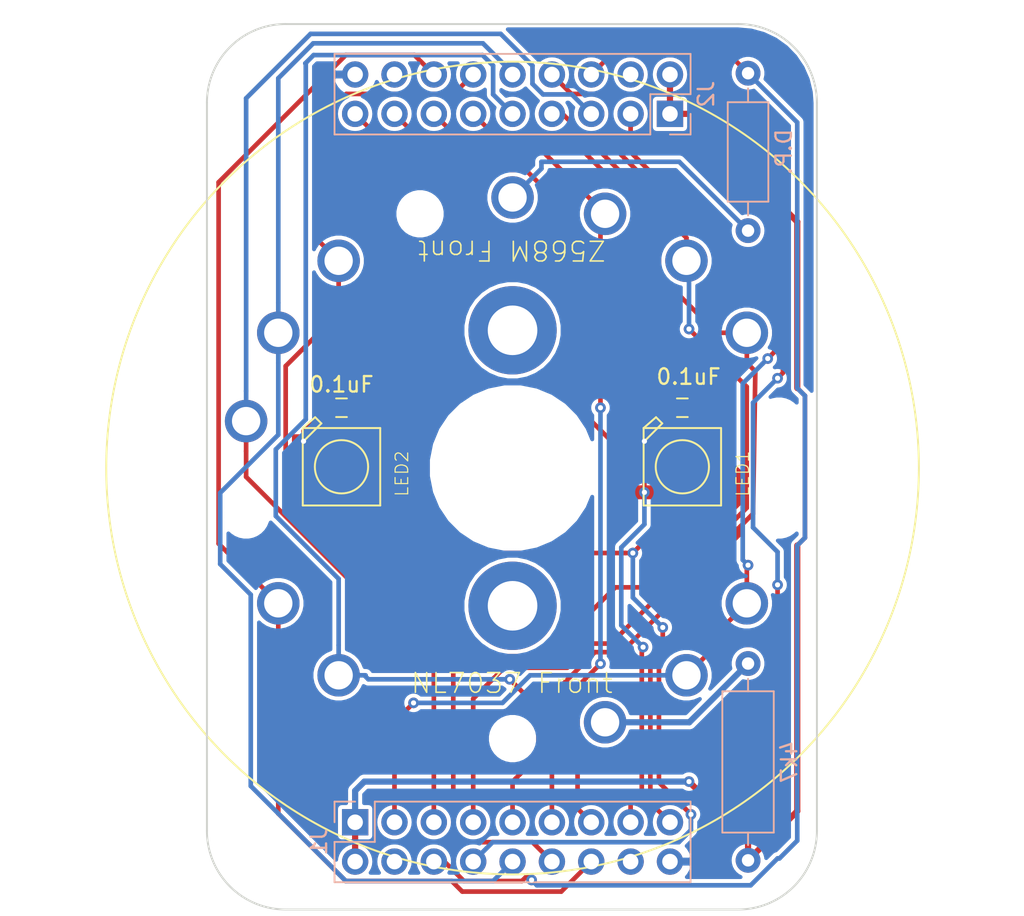
<source format=kicad_pcb>
(kicad_pcb (version 20171130) (host pcbnew "(5.0.2)-1")

  (general
    (thickness 1.6002)
    (drawings 10)
    (tracks 274)
    (zones 0)
    (modules 12)
    (nets 24)
  )

  (page USLetter)
  (layers
    (0 F.Cu signal)
    (31 B.Cu signal)
    (34 B.Paste user)
    (35 F.Paste user)
    (36 B.SilkS user)
    (37 F.SilkS user)
    (38 B.Mask user)
    (39 F.Mask user)
    (40 Dwgs.User user)
    (44 Edge.Cuts user)
    (45 Margin user)
    (46 B.CrtYd user)
    (47 F.CrtYd user)
  )

  (setup
    (last_trace_width 0.3)
    (user_trace_width 0.1524)
    (user_trace_width 0.2)
    (user_trace_width 0.25)
    (user_trace_width 0.3)
    (user_trace_width 0.4)
    (user_trace_width 0.5)
    (user_trace_width 0.6)
    (user_trace_width 0.8)
    (trace_clearance 0.254)
    (zone_clearance 0.1524)
    (zone_45_only no)
    (trace_min 0.1524)
    (segment_width 0.127)
    (edge_width 0.127)
    (via_size 0.6858)
    (via_drill 0.3302)
    (via_min_size 0.6858)
    (via_min_drill 0.3302)
    (uvia_size 0.508)
    (uvia_drill 0.127)
    (uvias_allowed no)
    (uvia_min_size 0.508)
    (uvia_min_drill 0.127)
    (pcb_text_width 0.127)
    (pcb_text_size 0.6 0.6)
    (mod_edge_width 0.127)
    (mod_text_size 0.6 0.6)
    (mod_text_width 0.127)
    (pad_size 5.7 5.7)
    (pad_drill 3.2)
    (pad_to_mask_clearance 0.05)
    (solder_mask_min_width 0.25)
    (pad_to_paste_clearance -0.04)
    (aux_axis_origin 0 0)
    (grid_origin 159.9792 119.2974)
    (visible_elements 7FFFFF7F)
    (pcbplotparams
      (layerselection 0x3ffff_80000001)
      (usegerberextensions true)
      (usegerberattributes true)
      (usegerberadvancedattributes false)
      (creategerberjobfile false)
      (excludeedgelayer true)
      (linewidth 0.127000)
      (plotframeref false)
      (viasonmask false)
      (mode 1)
      (useauxorigin false)
      (hpglpennumber 1)
      (hpglpenspeed 20)
      (hpglpendiameter 15.000000)
      (psnegative false)
      (psa4output false)
      (plotreference true)
      (plotvalue true)
      (plotinvisibletext false)
      (padsonsilk false)
      (subtractmaskfromsilk false)
      (outputformat 1)
      (mirror false)
      (drillshape 0)
      (scaleselection 1)
      (outputdirectory "CAM/"))
  )

  (net 0 "")
  (net 1 +5V)
  (net 2 GND)
  (net 3 /Anode)
  (net 4 /Din)
  (net 5 /HV6)
  (net 6 /HV5)
  (net 7 /HV10)
  (net 8 /HV4)
  (net 9 /HV9)
  (net 10 /HV3)
  (net 11 /HV8)
  (net 12 /HV2)
  (net 13 /HV7)
  (net 14 /HV1)
  (net 15 "Net-(J2-Pad4)")
  (net 16 "Net-(LED1-Pad2-DO)")
  (net 17 "Net-(LED2-Pad2-DO)")
  (net 18 "Net-(J1-Pad16)")
  (net 19 /DP)
  (net 20 "Net-(J1-Pad4)")
  (net 21 "Net-(J2-Pad16)")
  (net 22 "Net-(NX1-PadP$2)")
  (net 23 "Net-(NX1-PadP$10)")

  (net_class Default "Imperial - this is the standard class"
    (clearance 0.254)
    (trace_width 0.254)
    (via_dia 0.6858)
    (via_drill 0.3302)
    (uvia_dia 0.508)
    (uvia_drill 0.127)
    (add_net +5V)
    (add_net /Anode)
    (add_net /DP)
    (add_net /Din)
    (add_net /HV1)
    (add_net /HV10)
    (add_net /HV2)
    (add_net /HV3)
    (add_net /HV4)
    (add_net /HV5)
    (add_net /HV6)
    (add_net /HV7)
    (add_net /HV8)
    (add_net /HV9)
    (add_net GND)
    (add_net "Net-(J1-Pad16)")
    (add_net "Net-(J1-Pad4)")
    (add_net "Net-(J2-Pad16)")
    (add_net "Net-(J2-Pad4)")
    (add_net "Net-(LED1-Pad2-DO)")
    (add_net "Net-(LED2-Pad2-DO)")
    (add_net "Net-(NX1-PadP$10)")
    (add_net "Net-(NX1-PadP$2)")
  )

  (net_class 0.2mm ""
    (clearance 0.2)
    (trace_width 0.2)
    (via_dia 0.6858)
    (via_drill 0.3302)
    (uvia_dia 0.508)
    (uvia_drill 0.127)
  )

  (net_class Minimal ""
    (clearance 0.1524)
    (trace_width 0.1524)
    (via_dia 0.6858)
    (via_drill 0.3302)
    (uvia_dia 0.508)
    (uvia_drill 0.127)
  )

  (module Mounting_Holes:MountingHole_3.2mm_M3_ISO7380_Pad (layer F.Cu) (tedit 5C5B7ED3) (tstamp 5C5A5C4B)
    (at 159.9384 110.9348)
    (descr "Mounting Hole 3.2mm, M3, ISO7380")
    (tags "mounting hole 3.2mm m3 iso7380")
    (attr virtual)
    (fp_text reference REF** (at 0 -3.85) (layer F.SilkS) hide
      (effects (font (size 1 1) (thickness 0.15)))
    )
    (fp_text value MountingHole_3.2mm_M3_ISO7380_Pad (at 0 3.85) (layer F.Fab)
      (effects (font (size 1 1) (thickness 0.15)))
    )
    (fp_circle (center 0 0) (end 3.1 0) (layer F.CrtYd) (width 0.05))
    (fp_circle (center 0 0) (end 2.85 0) (layer Cmts.User) (width 0.15))
    (fp_text user %R (at 0.3 0) (layer F.Fab)
      (effects (font (size 1 1) (thickness 0.15)))
    )
    (pad 1 thru_hole circle (at 0.0816 4.6352) (size 5.7 5.7) (drill 3.2) (layers *.Cu *.Mask))
  )

  (module Mounting_Holes:MountingHole_3.2mm_M3_ISO7380_Pad (layer F.Cu) (tedit 5C5B8F68) (tstamp 5C5A593A)
    (at 159.9792 128.7974)
    (descr "Mounting Hole 3.2mm, M3, ISO7380")
    (tags "mounting hole 3.2mm m3 iso7380")
    (attr virtual)
    (fp_text reference REF** (at 0 -3.85) (layer F.SilkS) hide
      (effects (font (size 1 1) (thickness 0.15)))
    )
    (fp_text value MountingHole_3.2mm_M3_ISO7380_Pad (at 0 3.85) (layer F.Fab)
      (effects (font (size 1 1) (thickness 0.15)))
    )
    (fp_text user %R (at 0.3 0) (layer F.Fab)
      (effects (font (size 1 1) (thickness 0.15)))
    )
    (fp_circle (center 0 0) (end 2.85 0) (layer Cmts.User) (width 0.15))
    (fp_circle (center 0 0) (end 3.1 0) (layer F.CrtYd) (width 0.05))
    (pad 1 thru_hole circle (at 0.0408 4.5526) (size 5.7 5.7) (drill 3.2) (layers *.Cu *.Mask))
  )

  (module logos:mermaid_l (layer B.Cu) (tedit 0) (tstamp 5AA1E526)
    (at 153.6292 131.3624 90)
    (fp_text reference G*** (at 0 0 90) (layer B.SilkS) hide
      (effects (font (size 1.524 1.524) (thickness 0.3)) (justify mirror))
    )
    (fp_text value LOGO (at 0.75 0 90) (layer B.SilkS) hide
      (effects (font (size 1.524 1.524) (thickness 0.3)) (justify mirror))
    )
    (fp_poly (pts (xy 0.016811 3.773536) (xy 0.035492 3.771585) (xy 0.039687 3.770741) (xy 0.079417 3.757244)
      (xy 0.111324 3.737775) (xy 0.124832 3.725513) (xy 0.142677 3.704599) (xy 0.153161 3.684612)
      (xy 0.15793 3.661447) (xy 0.15875 3.64097) (xy 0.158058 3.61993) (xy 0.155124 3.604749)
      (xy 0.148654 3.590748) (xy 0.141938 3.580059) (xy 0.122141 3.557766) (xy 0.098998 3.544256)
      (xy 0.074141 3.539962) (xy 0.049199 3.545313) (xy 0.036501 3.55221) (xy 0.025568 3.560763)
      (xy 0.019906 3.570026) (xy 0.017449 3.584153) (xy 0.016932 3.59157) (xy 0.016648 3.608477)
      (xy 0.018904 3.618133) (xy 0.024587 3.623743) (xy 0.026084 3.624592) (xy 0.039465 3.627784)
      (xy 0.050441 3.626922) (xy 0.059967 3.622881) (xy 0.061919 3.615123) (xy 0.060823 3.608777)
      (xy 0.060289 3.596153) (xy 0.064906 3.590901) (xy 0.073078 3.592235) (xy 0.083211 3.599369)
      (xy 0.093713 3.61152) (xy 0.102989 3.6279) (xy 0.103896 3.629997) (xy 0.108418 3.643365)
      (xy 0.108287 3.6547) (xy 0.103467 3.669685) (xy 0.087643 3.698859) (xy 0.064252 3.721926)
      (xy 0.050164 3.731216) (xy 0.036916 3.737802) (xy 0.022748 3.741623) (xy 0.004134 3.743365)
      (xy -0.014288 3.743716) (xy -0.040147 3.742911) (xy -0.057394 3.740394) (xy -0.064294 3.73724)
      (xy -0.073648 3.731439) (xy -0.077728 3.730626) (xy -0.088165 3.726605) (xy -0.102163 3.716065)
      (xy -0.117406 3.701291) (xy -0.131579 3.684564) (xy -0.142367 3.668169) (xy -0.143717 3.665542)
      (xy -0.151883 3.648712) (xy -0.159332 3.633251) (xy -0.163088 3.620111) (xy -0.165384 3.598867)
      (xy -0.16631 3.568514) (xy -0.166318 3.553876) (xy -0.166026 3.5265) (xy -0.165145 3.506715)
      (xy -0.163111 3.491529) (xy -0.159359 3.477949) (xy -0.153324 3.462983) (xy -0.14625 3.447521)
      (xy -0.121753 3.405235) (xy -0.0903 3.36927) (xy -0.051325 3.33924) (xy -0.004264 3.314759)
      (xy 0.051447 3.295441) (xy 0.089958 3.28602) (xy 0.119366 3.282227) (xy 0.156195 3.281263)
      (xy 0.197719 3.282946) (xy 0.241212 3.28709) (xy 0.283951 3.293513) (xy 0.321687 3.301638)
      (xy 0.342155 3.307861) (xy 0.360849 3.315263) (xy 0.376278 3.322945) (xy 0.386953 3.330006)
      (xy 0.391385 3.335547) (xy 0.388082 3.338667) (xy 0.383597 3.339042) (xy 0.373649 3.342219)
      (xy 0.357833 3.350734) (xy 0.338335 3.36306) (xy 0.317344 3.377673) (xy 0.297047 3.393046)
      (xy 0.279632 3.407655) (xy 0.267286 3.419973) (xy 0.26692 3.420407) (xy 0.246827 3.446164)
      (xy 0.232225 3.469838) (xy 0.221889 3.494463) (xy 0.214597 3.523071) (xy 0.209127 3.558694)
      (xy 0.208269 3.565849) (xy 0.208225 3.599519) (xy 0.214696 3.635439) (xy 0.226608 3.670269)
      (xy 0.242885 3.700666) (xy 0.257355 3.718587) (xy 0.284712 3.739246) (xy 0.316451 3.752322)
      (xy 0.350326 3.757709) (xy 0.384089 3.755304) (xy 0.415495 3.745003) (xy 0.441854 3.727116)
      (xy 0.456743 3.708989) (xy 0.464158 3.687733) (xy 0.465666 3.667574) (xy 0.46447 3.649678)
      (xy 0.459418 3.636679) (xy 0.44831 3.623019) (xy 0.447843 3.622523) (xy 0.432662 3.60928)
      (xy 0.418526 3.60395) (xy 0.413448 3.603625) (xy 0.394908 3.608269) (xy 0.381565 3.620647)
      (xy 0.375782 3.638431) (xy 0.375708 3.640833) (xy 0.378805 3.655072) (xy 0.386689 3.660815)
      (xy 0.397247 3.657238) (xy 0.40302 3.65151) (xy 0.411119 3.643576) (xy 0.417703 3.64383)
      (xy 0.420717 3.645984) (xy 0.426691 3.656909) (xy 0.428309 3.673525) (xy 0.425542 3.691863)
      (xy 0.421138 3.703294) (xy 0.410709 3.716673) (xy 0.399156 3.725521) (xy 0.381042 3.731036)
      (xy 0.358057 3.732598) (xy 0.335132 3.730244) (xy 0.318905 3.724949) (xy 0.298369 3.711409)
      (xy 0.278961 3.693672) (xy 0.264484 3.675356) (xy 0.26187 3.670693) (xy 0.258107 3.658302)
      (xy 0.255508 3.640465) (xy 0.254155 3.620218) (xy 0.254128 3.6006) (xy 0.25551 3.584648)
      (xy 0.258381 3.5754) (xy 0.259291 3.574521) (xy 0.263387 3.567227) (xy 0.264583 3.558334)
      (xy 0.266434 3.54854) (xy 0.269875 3.545417) (xy 0.274956 3.541344) (xy 0.275166 3.539772)
      (xy 0.278369 3.532005) (xy 0.286651 3.519125) (xy 0.298022 3.503894) (xy 0.310492 3.489074)
      (xy 0.315691 3.483521) (xy 0.332808 3.469181) (xy 0.356966 3.453086) (xy 0.385192 3.436898)
      (xy 0.41451 3.422278) (xy 0.441945 3.410886) (xy 0.451563 3.407656) (xy 0.513508 3.39253)
      (xy 0.572008 3.386659) (xy 0.6285 3.390216) (xy 0.684423 3.403376) (xy 0.741216 3.42631)
      (xy 0.78052 3.447259) (xy 0.817352 3.46804) (xy 0.848125 3.483558) (xy 0.875501 3.494552)
      (xy 0.902139 3.501759) (xy 0.9307 3.505917) (xy 0.963843 3.507764) (xy 0.999762 3.50806)
      (xy 1.029829 3.507596) (xy 1.058475 3.506543) (xy 1.08289 3.505047) (xy 1.100268 3.50325)
      (xy 1.103312 3.502746) (xy 1.124251 3.498943) (xy 1.148566 3.494739) (xy 1.16152 3.492588)
      (xy 1.183437 3.488718) (xy 1.205109 3.484407) (xy 1.21576 3.482026) (xy 1.242534 3.475574)
      (xy 1.261268 3.470981) (xy 1.27422 3.467665) (xy 1.283649 3.465044) (xy 1.29181 3.462534)
      (xy 1.293812 3.46189) (xy 1.330054 3.447173) (xy 1.362613 3.428217) (xy 1.390124 3.406284)
      (xy 1.411222 3.382636) (xy 1.42454 3.358536) (xy 1.428749 3.337087) (xy 1.430965 3.31796)
      (xy 1.436932 3.293293) (xy 1.445634 3.266996) (xy 1.4496 3.257021) (xy 1.460028 3.223921)
      (xy 1.465344 3.188889) (xy 1.465701 3.173183) (xy 1.465206 3.152449) (xy 1.465622 3.140318)
      (xy 1.467505 3.134815) (xy 1.471411 3.133966) (xy 1.476375 3.135313) (xy 1.485246 3.136563)
      (xy 1.485546 3.132317) (xy 1.477379 3.123141) (xy 1.473497 3.119686) (xy 1.464568 3.110292)
      (xy 1.463129 3.101507) (xy 1.465406 3.093994) (xy 1.472998 3.082438) (xy 1.485846 3.06985)
      (xy 1.491895 3.065257) (xy 1.507592 3.051442) (xy 1.513053 3.038041) (xy 1.508312 3.023896)
      (xy 1.493572 3.007997) (xy 1.481954 2.996879) (xy 1.477871 2.989625) (xy 1.480148 2.984092)
      (xy 1.480343 2.983889) (xy 1.48489 2.973373) (xy 1.486712 2.956585) (xy 1.485771 2.93749)
      (xy 1.482027 2.920051) (xy 1.481007 2.917281) (xy 1.468042 2.883178) (xy 1.459777 2.85676)
      (xy 1.455764 2.836468) (xy 1.455208 2.827306) (xy 1.451635 2.812089) (xy 1.440656 2.801224)
      (xy 1.433744 2.797314) (xy 1.425278 2.794661) (xy 1.41333 2.793085) (xy 1.395971 2.79241)
      (xy 1.371273 2.792457) (xy 1.349375 2.792809) (xy 1.31873 2.793255) (xy 1.296659 2.793112)
      (xy 1.281157 2.792186) (xy 1.270221 2.790279) (xy 1.261849 2.787196) (xy 1.255447 2.783626)
      (xy 1.244268 2.774775) (xy 1.238474 2.766405) (xy 1.23825 2.764974) (xy 1.235863 2.757876)
      (xy 1.233805 2.756959) (xy 1.229201 2.752098) (xy 1.223916 2.739092) (xy 1.218503 2.720308)
      (xy 1.213515 2.698112) (xy 1.209506 2.674871) (xy 1.207028 2.652951) (xy 1.2065 2.640132)
      (xy 1.207874 2.614203) (xy 1.211589 2.582523) (xy 1.217032 2.549504) (xy 1.222776 2.522803)
      (xy 1.235661 2.473043) (xy 1.247332 2.433315) (xy 1.257929 2.403156) (xy 1.259293 2.399771)
      (xy 1.264013 2.387513) (xy 1.269636 2.371955) (xy 1.270086 2.370667) (xy 1.278721 2.347809)
      (xy 1.289907 2.322021) (xy 1.304888 2.290463) (xy 1.308378 2.283355) (xy 1.317963 2.259043)
      (xy 1.323702 2.234224) (xy 1.325348 2.211548) (xy 1.322652 2.19366) (xy 1.317561 2.184909)
      (xy 1.307186 2.176016) (xy 1.292853 2.165074) (xy 1.277255 2.153968) (xy 1.263087 2.144581)
      (xy 1.253044 2.138797) (xy 1.250232 2.137834) (xy 1.242386 2.13401) (xy 1.231208 2.124466)
      (xy 1.219519 2.11209) (xy 1.21014 2.099773) (xy 1.206613 2.093154) (xy 1.204218 2.073293)
      (xy 1.210459 2.048342) (xy 1.211685 2.04523) (xy 1.220793 2.023791) (xy 1.23213 1.998543)
      (xy 1.244765 1.971403) (xy 1.257766 1.944284) (xy 1.270202 1.9191) (xy 1.281142 1.897767)
      (xy 1.289653 1.882198) (xy 1.294804 1.874308) (xy 1.294911 1.874195) (xy 1.300737 1.866426)
      (xy 1.30175 1.863411) (xy 1.305702 1.855954) (xy 1.316422 1.843726) (xy 1.332206 1.828296)
      (xy 1.351351 1.811235) (xy 1.372151 1.794113) (xy 1.392903 1.778501) (xy 1.397 1.775628)
      (xy 1.412481 1.764474) (xy 1.432822 1.749179) (xy 1.456251 1.731147) (xy 1.480994 1.711783)
      (xy 1.505277 1.692489) (xy 1.527327 1.674669) (xy 1.54537 1.659728) (xy 1.557633 1.649068)
      (xy 1.561041 1.645785) (xy 1.566531 1.641261) (xy 1.577559 1.632846) (xy 1.584854 1.62743)
      (xy 1.599074 1.616479) (xy 1.610642 1.606732) (xy 1.613958 1.603563) (xy 1.621166 1.597319)
      (xy 1.63503 1.586326) (xy 1.653625 1.57203) (xy 1.675029 1.555881) (xy 1.697317 1.539326)
      (xy 1.718566 1.523814) (xy 1.736854 1.510793) (xy 1.740958 1.507944) (xy 1.75542 1.497422)
      (xy 1.767734 1.487559) (xy 1.769672 1.48584) (xy 1.781335 1.477351) (xy 1.789516 1.473434)
      (xy 1.797549 1.469117) (xy 1.799166 1.466423) (xy 1.803588 1.462135) (xy 1.814535 1.456503)
      (xy 1.817687 1.455209) (xy 1.829662 1.449593) (xy 1.835937 1.444862) (xy 1.836208 1.4441)
      (xy 1.840779 1.440501) (xy 1.852852 1.434525) (xy 1.869967 1.42737) (xy 1.872824 1.426267)
      (xy 1.88894 1.420424) (xy 1.902804 1.416562) (xy 1.917198 1.414357) (xy 1.934907 1.413483)
      (xy 1.958714 1.413615) (xy 1.977334 1.414048) (xy 2.011477 1.415666) (xy 2.050591 1.418652)
      (xy 2.089221 1.422539) (xy 2.114726 1.425785) (xy 2.14488 1.42989) (xy 2.16751 1.432256)
      (xy 2.18552 1.432964) (xy 2.201812 1.432095) (xy 2.219288 1.429731) (xy 2.224528 1.428856)
      (xy 2.245404 1.424861) (xy 2.257747 1.421152) (xy 2.263552 1.416902) (xy 2.264833 1.412127)
      (xy 2.263508 1.406717) (xy 2.257986 1.403732) (xy 2.245944 1.402491) (xy 2.231409 1.402292)
      (xy 2.207764 1.401303) (xy 2.182238 1.398663) (xy 2.158033 1.394866) (xy 2.138355 1.390404)
      (xy 2.12725 1.386276) (xy 2.123304 1.383434) (xy 2.123829 1.381057) (xy 2.130164 1.378752)
      (xy 2.143652 1.376125) (xy 2.165634 1.37278) (xy 2.180166 1.370725) (xy 2.208747 1.366286)
      (xy 2.230983 1.361492) (xy 2.251087 1.355226) (xy 2.27327 1.34637) (xy 2.275416 1.345449)
      (xy 2.291879 1.337058) (xy 2.307873 1.326809) (xy 2.32072 1.316668) (xy 2.327745 1.308602)
      (xy 2.328333 1.306591) (xy 2.323743 1.304335) (xy 2.312281 1.304011) (xy 2.297402 1.305252)
      (xy 2.282566 1.307694) (xy 2.271229 1.31097) (xy 2.267743 1.312991) (xy 2.258675 1.31683)
      (xy 2.251604 1.317626) (xy 2.239817 1.320172) (xy 2.234786 1.323331) (xy 2.225761 1.326846)
      (xy 2.213884 1.326984) (xy 2.204136 1.325219) (xy 2.204029 1.323129) (xy 2.20927 1.320799)
      (xy 2.23606 1.310129) (xy 2.25511 1.301894) (xy 2.268643 1.294964) (xy 2.278885 1.288209)
      (xy 2.287322 1.281169) (xy 2.296853 1.2715) (xy 2.301715 1.264499) (xy 2.301875 1.263719)
      (xy 2.297454 1.259587) (xy 2.285098 1.260225) (xy 2.266162 1.265338) (xy 2.242005 1.274631)
      (xy 2.232778 1.27872) (xy 2.210862 1.287938) (xy 2.195226 1.292907) (xy 2.186673 1.293593)
      (xy 2.186011 1.289959) (xy 2.194044 1.28197) (xy 2.19612 1.28034) (xy 2.207237 1.273141)
      (xy 2.215319 1.270118) (xy 2.221801 1.265714) (xy 2.226876 1.256324) (xy 2.227791 1.251047)
      (xy 2.223516 1.248302) (xy 2.212505 1.249392) (xy 2.197482 1.253408) (xy 2.181171 1.259436)
      (xy 2.166296 1.266566) (xy 2.15558 1.273887) (xy 2.153708 1.275833) (xy 2.146702 1.280288)
      (xy 2.132687 1.286789) (xy 2.114695 1.294037) (xy 2.095756 1.300732) (xy 2.095124 1.300937)
      (xy 2.07869 1.304461) (xy 2.057774 1.306667) (xy 2.046312 1.307042) (xy 2.028903 1.306558)
      (xy 2.018807 1.304253) (xy 2.012768 1.298853) (xy 2.009183 1.29249) (xy 2.005287 1.278785)
      (xy 2.008579 1.265874) (xy 2.019902 1.252443) (xy 2.040101 1.237179) (xy 2.048014 1.232048)
      (xy 2.069352 1.218173) (xy 2.083328 1.207722) (xy 2.091758 1.198848) (xy 2.096459 1.189706)
      (xy 2.098878 1.180349) (xy 2.099775 1.168122) (xy 2.095521 1.163627) (xy 2.094838 1.16354)
      (xy 2.077123 1.165005) (xy 2.064663 1.173081) (xy 2.054291 1.180457) (xy 2.036679 1.190046)
      (xy 2.014573 1.20055) (xy 1.990717 1.210671) (xy 1.967857 1.219114) (xy 1.965854 1.219776)
      (xy 1.928101 1.233609) (xy 1.898307 1.248381) (xy 1.87387 1.26573) (xy 1.852189 1.287294)
      (xy 1.844908 1.29597) (xy 1.82922 1.314316) (xy 1.813605 1.330793) (xy 1.80082 1.342542)
      (xy 1.797992 1.344686) (xy 1.786309 1.353213) (xy 1.778836 1.359346) (xy 1.778 1.360236)
      (xy 1.771224 1.365606) (xy 1.75693 1.374794) (xy 1.736985 1.386729) (xy 1.713259 1.400343)
      (xy 1.687619 1.414565) (xy 1.661936 1.428326) (xy 1.638076 1.440557) (xy 1.635125 1.442019)
      (xy 1.587553 1.46584) (xy 1.546283 1.487396) (xy 1.507857 1.50852) (xy 1.481666 1.52353)
      (xy 1.464862 1.532936) (xy 1.450648 1.540248) (xy 1.443302 1.543429) (xy 1.435482 1.548118)
      (xy 1.434041 1.551076) (xy 1.429946 1.555562) (xy 1.42835 1.55575) (xy 1.421455 1.558368)
      (xy 1.407463 1.565519) (xy 1.388265 1.576151) (xy 1.365753 1.589212) (xy 1.341819 1.60365)
      (xy 1.338081 1.605957) (xy 1.328838 1.611626) (xy 1.314356 1.620452) (xy 1.303686 1.626934)
      (xy 1.289183 1.635949) (xy 1.278713 1.64286) (xy 1.275291 1.645485) (xy 1.269816 1.650117)
      (xy 1.258818 1.65865) (xy 1.251479 1.66417) (xy 1.234056 1.677274) (xy 1.220686 1.687881)
      (xy 1.208649 1.698391) (xy 1.195222 1.711206) (xy 1.177684 1.728725) (xy 1.173427 1.733021)
      (xy 1.154691 1.753203) (xy 1.136473 1.774958) (xy 1.121826 1.794574) (xy 1.117957 1.80049)
      (xy 1.107458 1.815879) (xy 1.098096 1.826821) (xy 1.091977 1.830917) (xy 1.085418 1.828569)
      (xy 1.084785 1.826948) (xy 1.081627 1.820717) (xy 1.073818 1.810294) (xy 1.071556 1.807605)
      (xy 1.063024 1.796859) (xy 1.058535 1.789598) (xy 1.058333 1.788759) (xy 1.055116 1.78268)
      (xy 1.048847 1.77503) (xy 1.038358 1.760344) (xy 1.026121 1.737991) (xy 1.013216 1.710506)
      (xy 1.00072 1.680421) (xy 0.989714 1.650268) (xy 0.981275 1.622581) (xy 0.977986 1.608667)
      (xy 0.968972 1.562362) (xy 0.962328 1.523365) (xy 0.95779 1.488735) (xy 0.955093 1.45553)
      (xy 0.953972 1.420809) (xy 0.954162 1.38163) (xy 0.954874 1.352021) (xy 0.955956 1.318336)
      (xy 0.957154 1.287144) (xy 0.958377 1.260422) (xy 0.959534 1.240144) (xy 0.960534 1.228284)
      (xy 0.960617 1.227667) (xy 0.961429 1.217554) (xy 0.962358 1.198447) (xy 0.96335 1.171939)
      (xy 0.964353 1.139617) (xy 0.96531 1.103071) (xy 0.96617 1.063891) (xy 0.966176 1.063625)
      (xy 0.966988 1.016579) (xy 0.967314 0.977779) (xy 0.967075 0.9449) (xy 0.96619 0.915612)
      (xy 0.964579 0.887587) (xy 0.962164 0.858498) (xy 0.958863 0.826017) (xy 0.95765 0.814917)
      (xy 0.951084 0.75682) (xy 0.945176 0.707679) (xy 0.939682 0.665903) (xy 0.934356 0.629902)
      (xy 0.928956 0.598088) (xy 0.923235 0.56887) (xy 0.916949 0.54066) (xy 0.912885 0.523875)
      (xy 0.906794 0.498662) (xy 0.901413 0.475129) (xy 0.897462 0.456489) (xy 0.895973 0.44834)
      (xy 0.892856 0.434708) (xy 0.889085 0.426281) (xy 0.888285 0.425538) (xy 0.884592 0.418555)
      (xy 0.883669 0.411115) (xy 0.882028 0.401383) (xy 0.877635 0.38436) (xy 0.871226 0.362746)
      (xy 0.866028 0.346605) (xy 0.857767 0.321534) (xy 0.84996 0.297435) (xy 0.843739 0.277819)
      (xy 0.841302 0.269875) (xy 0.836378 0.25453) (xy 0.832191 0.243342) (xy 0.830942 0.240771)
      (xy 0.827336 0.232696) (xy 0.822295 0.21902) (xy 0.820702 0.214313) (xy 0.81395 0.195276)
      (xy 0.806669 0.176625) (xy 0.80583 0.174625) (xy 0.798972 0.158321) (xy 0.792944 0.14374)
      (xy 0.792593 0.142875) (xy 0.786649 0.129107) (xy 0.782549 0.120458) (xy 0.778574 0.110063)
      (xy 0.777875 0.105842) (xy 0.775639 0.099184) (xy 0.769428 0.084596) (xy 0.759982 0.063622)
      (xy 0.748042 0.037806) (xy 0.734349 0.008691) (xy 0.719644 -0.022178) (xy 0.704668 -0.053257)
      (xy 0.690162 -0.083002) (xy 0.676867 -0.10987) (xy 0.665523 -0.132316) (xy 0.656873 -0.148797)
      (xy 0.651656 -0.157769) (xy 0.650888 -0.15875) (xy 0.64704 -0.164585) (xy 0.640139 -0.176579)
      (xy 0.635415 -0.185208) (xy 0.622667 -0.207639) (xy 0.605809 -0.235506) (xy 0.586295 -0.266573)
      (xy 0.565581 -0.298607) (xy 0.545121 -0.329373) (xy 0.52637 -0.356639) (xy 0.510784 -0.378168)
      (xy 0.504464 -0.386291) (xy 0.49882 -0.393433) (xy 0.48822 -0.406992) (xy 0.474188 -0.425014)
      (xy 0.458423 -0.445321) (xy 0.386268 -0.531586) (xy 0.305323 -0.615902) (xy 0.217382 -0.696433)
      (xy 0.193138 -0.716902) (xy 0.177764 -0.729736) (xy 0.165728 -0.739925) (xy 0.159212 -0.745619)
      (xy 0.15875 -0.74607) (xy 0.15364 -0.750212) (xy 0.141905 -0.75919) (xy 0.125441 -0.771566)
      (xy 0.111125 -0.782215) (xy 0.091503 -0.796811) (xy 0.074346 -0.809688) (xy 0.061903 -0.819151)
      (xy 0.057234 -0.822811) (xy 0.046348 -0.830914) (xy 0.033422 -0.839659) (xy 0.019429 -0.849492)
      (xy 0.008262 -0.85853) (xy -0.00115 -0.865562) (xy -0.006772 -0.867833) (xy -0.013177 -0.871028)
      (xy -0.024494 -0.879231) (xy -0.033185 -0.886354) (xy -0.046046 -0.896711) (xy -0.055853 -0.903433)
      (xy -0.059243 -0.904875) (xy -0.065136 -0.907527) (xy -0.076973 -0.9143) (xy -0.09191 -0.923419)
      (xy -0.107104 -0.933106) (xy -0.119711 -0.941585) (xy -0.126887 -0.947081) (xy -0.127 -0.947193)
      (xy -0.133129 -0.951521) (xy -0.142875 -0.957378) (xy -0.152011 -0.962765) (xy -0.168175 -0.972485)
      (xy -0.189376 -0.985333) (xy -0.213623 -1.000104) (xy -0.223801 -1.006326) (xy -0.247553 -1.020777)
      (xy -0.267952 -1.033032) (xy -0.283378 -1.04213) (xy -0.292207 -1.047106) (xy -0.293632 -1.04775)
      (xy -0.298902 -1.050229) (xy -0.310818 -1.056768) (xy -0.326931 -1.066017) (xy -0.328991 -1.067222)
      (xy -0.356603 -1.083148) (xy -0.386048 -1.099703) (xy -0.414493 -1.115327) (xy -0.439106 -1.128464)
      (xy -0.455084 -1.136599) (xy -0.467632 -1.14309) (xy -0.475484 -1.147821) (xy -0.47625 -1.148468)
      (xy -0.481786 -1.151903) (xy -0.494692 -1.158989) (xy -0.512891 -1.168607) (xy -0.529167 -1.177013)
      (xy -0.578322 -1.202179) (xy -0.622845 -1.225001) (xy -0.661951 -1.245075) (xy -0.694854 -1.261998)
      (xy -0.720769 -1.275365) (xy -0.73891 -1.284772) (xy -0.748492 -1.289816) (xy -0.748968 -1.290075)
      (xy -0.758048 -1.294813) (xy -0.773987 -1.302904) (xy -0.794153 -1.313017) (xy -0.80698 -1.3194)
      (xy -0.881231 -1.35675) (xy -0.94652 -1.390707) (xy -1.003734 -1.421745) (xy -1.05376 -1.450342)
      (xy -1.076855 -1.464177) (xy -1.090458 -1.471801) (xy -1.098021 -1.475597) (xy -1.105412 -1.479911)
      (xy -1.119579 -1.488876) (xy -1.138874 -1.501392) (xy -1.161647 -1.516359) (xy -1.18625 -1.532677)
      (xy -1.211035 -1.549246) (xy -1.234352 -1.564966) (xy -1.254552 -1.578737) (xy -1.269988 -1.58946)
      (xy -1.279009 -1.596033) (xy -1.280584 -1.5974) (xy -1.28583 -1.602217) (xy -1.296881 -1.611472)
      (xy -1.309688 -1.621833) (xy -1.369914 -1.675393) (xy -1.421218 -1.732685) (xy -1.463288 -1.79318)
      (xy -1.495811 -1.856346) (xy -1.518476 -1.921651) (xy -1.530971 -1.988566) (xy -1.532115 -2.00072)
      (xy -1.533533 -2.021291) (xy -1.533389 -2.03401) (xy -1.531178 -2.041555) (xy -1.526396 -2.046606)
      (xy -1.523028 -2.048937) (xy -1.508982 -2.055507) (xy -1.492365 -2.060056) (xy -1.492229 -2.060079)
      (xy -1.452691 -2.067475) (xy -1.418964 -2.075738) (xy -1.394355 -2.083271) (xy -1.372487 -2.090356)
      (xy -1.346337 -2.098616) (xy -1.322917 -2.10585) (xy -1.302468 -2.112199) (xy -1.284909 -2.117877)
      (xy -1.273608 -2.12179) (xy -1.272646 -2.122164) (xy -1.262724 -2.125949) (xy -1.246121 -2.132103)
      (xy -1.226116 -2.139411) (xy -1.222375 -2.140766) (xy -1.203039 -2.148094) (xy -1.187481 -2.154598)
      (xy -1.178496 -2.159093) (xy -1.177661 -2.159711) (xy -1.168071 -2.163984) (xy -1.164987 -2.164291)
      (xy -1.156849 -2.166561) (xy -1.141251 -2.172762) (xy -1.120145 -2.181983) (xy -1.095482 -2.193313)
      (xy -1.069213 -2.20584) (xy -1.043289 -2.218653) (xy -1.019661 -2.230841) (xy -1.002771 -2.240067)
      (xy -0.979183 -2.253619) (xy -0.954406 -2.268128) (xy -0.930964 -2.28209) (xy -0.911386 -2.293997)
      (xy -0.898196 -2.302344) (xy -0.897227 -2.302991) (xy -0.84537 -2.340492) (xy -0.792658 -2.383257)
      (xy -0.741528 -2.42907) (xy -0.694416 -2.475712) (xy -0.653759 -2.520968) (xy -0.642579 -2.534708)
      (xy -0.628634 -2.552018) (xy -0.616971 -2.565902) (xy -0.609232 -2.574434) (xy -0.607219 -2.576159)
      (xy -0.603295 -2.582213) (xy -0.60325 -2.582995) (xy -0.599953 -2.59017) (xy -0.592419 -2.599694)
      (xy -0.584795 -2.609595) (xy -0.573492 -2.626331) (xy -0.559985 -2.647494) (xy -0.545751 -2.670677)
      (xy -0.532266 -2.693472) (xy -0.521004 -2.713471) (xy -0.513442 -2.728265) (xy -0.512956 -2.729342)
      (xy -0.506925 -2.740667) (xy -0.501953 -2.746251) (xy -0.501417 -2.746375) (xy -0.497764 -2.750622)
      (xy -0.497417 -2.753524) (xy -0.495063 -2.76201) (xy -0.489037 -2.775934) (xy -0.484188 -2.785554)
      (xy -0.476676 -2.800966) (xy -0.471883 -2.81327) (xy -0.470959 -2.817651) (xy -0.468504 -2.82541)
      (xy -0.46699 -2.826631) (xy -0.463351 -2.832354) (xy -0.457475 -2.846051) (xy -0.450118 -2.865545)
      (xy -0.442034 -2.888659) (xy -0.433976 -2.913215) (xy -0.4267 -2.937036) (xy -0.420958 -2.957944)
      (xy -0.419645 -2.963333) (xy -0.414816 -2.982772) (xy -0.410227 -2.999259) (xy -0.40721 -3.008312)
      (xy -0.403349 -3.020934) (xy -0.400065 -3.036847) (xy -0.399977 -3.037416) (xy -0.397973 -3.049953)
      (xy -0.394675 -3.070065) (xy -0.390554 -3.094892) (xy -0.386442 -3.119437) (xy -0.382507 -3.145522)
      (xy -0.379552 -3.172135) (xy -0.377442 -3.20146) (xy -0.376041 -3.23568) (xy -0.375217 -3.276977)
      (xy -0.374941 -3.306237) (xy -0.374907 -3.341428) (xy -0.375253 -3.373114) (xy -0.375932 -3.399753)
      (xy -0.376895 -3.4198) (xy -0.378095 -3.431711) (xy -0.378888 -3.43429) (xy -0.385103 -3.433466)
      (xy -0.398593 -3.427213) (xy -0.41801 -3.416235) (xy -0.441209 -3.401752) (xy -0.483878 -3.374892)
      (xy -0.526415 -3.34985) (xy -0.571041 -3.325433) (xy -0.619976 -3.30045) (xy -0.67544 -3.27371)
      (xy -0.709084 -3.258031) (xy -0.744498 -3.241758) (xy -0.773275 -3.228687) (xy -0.794644 -3.21916)
      (xy -0.807839 -3.213522) (xy -0.812017 -3.212041) (xy -0.817473 -3.210007) (xy -0.830202 -3.204577)
      (xy -0.847855 -3.196764) (xy -0.855541 -3.193302) (xy -0.87586 -3.184131) (xy -0.893504 -3.176218)
      (xy -0.905456 -3.170914) (xy -0.907521 -3.170016) (xy -0.918356 -3.165316) (xy -0.934412 -3.158299)
      (xy -0.944563 -3.153846) (xy -0.976212 -3.140021) (xy -0.999364 -3.130101) (xy -1.015151 -3.123604)
      (xy -1.018646 -3.12224) (xy -1.034695 -3.115354) (xy -1.057193 -3.104752) (xy -1.083338 -3.091857)
      (xy -1.110325 -3.078089) (xy -1.135352 -3.064868) (xy -1.155614 -3.053616) (xy -1.164167 -3.048495)
      (xy -1.18064 -3.036718) (xy -1.199817 -3.020816) (xy -1.220061 -3.002427) (xy -1.239737 -2.983188)
      (xy -1.257209 -2.964736) (xy -1.27084 -2.948708) (xy -1.278994 -2.936743) (xy -1.280584 -2.931984)
      (xy -1.284494 -2.925639) (xy -1.284991 -2.925409) (xy -1.290019 -2.9202) (xy -1.298403 -2.9087)
      (xy -1.308276 -2.893826) (xy -1.317775 -2.878494) (xy -1.325035 -2.865619) (xy -1.32819 -2.858117)
      (xy -1.328209 -2.857838) (xy -1.332 -2.851529) (xy -1.332427 -2.851326) (xy -1.337013 -2.84591)
      (xy -1.344025 -2.834059) (xy -1.348297 -2.82575) (xy -1.354863 -2.813311) (xy -1.359169 -2.807024)
      (xy -1.360124 -2.807229) (xy -1.360267 -2.814002) (xy -1.360556 -2.829563) (xy -1.360961 -2.852114)
      (xy -1.361448 -2.879861) (xy -1.36193 -2.90777) (xy -1.363484 -2.959059) (xy -1.366614 -3.002125)
      (xy -1.371909 -3.039285) (xy -1.379955 -3.072855) (xy -1.391341 -3.105149) (xy -1.406655 -3.138482)
      (xy -1.426484 -3.175172) (xy -1.432473 -3.185583) (xy -1.441516 -3.200851) (xy -1.454792 -3.222887)
      (xy -1.470945 -3.249473) (xy -1.488616 -3.278392) (xy -1.506447 -3.307427) (xy -1.523079 -3.334361)
      (xy -1.537156 -3.356975) (xy -1.546782 -3.372217) (xy -1.556574 -3.387882) (xy -1.563588 -3.399817)
      (xy -1.566333 -3.405482) (xy -1.566334 -3.405513) (xy -1.569332 -3.411428) (xy -1.571875 -3.414671)
      (xy -1.578955 -3.424037) (xy -1.58836 -3.437955) (xy -1.598309 -3.453578) (xy -1.607021 -3.468061)
      (xy -1.612717 -3.478559) (xy -1.613959 -3.481937) (xy -1.617841 -3.488012) (xy -1.618012 -3.48809)
      (xy -1.62267 -3.49336) (xy -1.6306 -3.505128) (xy -1.640113 -3.520543) (xy -1.649522 -3.536754)
      (xy -1.657137 -3.550911) (xy -1.661271 -3.560162) (xy -1.661584 -3.56167) (xy -1.66483 -3.566534)
      (xy -1.665553 -3.566624) (xy -1.670608 -3.570852) (xy -1.67527 -3.57853) (xy -1.6797 -3.587499)
      (xy -1.687831 -3.603801) (xy -1.698602 -3.625313) (xy -1.710953 -3.649918) (xy -1.714283 -3.656541)
      (xy -1.728714 -3.685357) (xy -1.739369 -3.707018) (xy -1.747301 -3.723791) (xy -1.753561 -3.73794)
      (xy -1.759201 -3.751728) (xy -1.762834 -3.761052) (xy -1.768776 -3.776191) (xy -1.77226 -3.784864)
      (xy -1.776532 -3.796565) (xy -1.782292 -3.813799) (xy -1.786124 -3.825875) (xy -1.794107 -3.850123)
      (xy -1.800605 -3.864974) (xy -1.806629 -3.871317) (xy -1.813196 -3.870039) (xy -1.821317 -3.862026)
      (xy -1.823851 -3.858896) (xy -1.834996 -3.845041) (xy -1.845018 -3.832935) (xy -1.860304 -3.814747)
      (xy -1.871524 -3.80089) (xy -1.881557 -3.787711) (xy -1.892096 -3.773209) (xy -1.901907 -3.758672)
      (xy -1.908513 -3.747198) (xy -1.910292 -3.74234) (xy -1.913744 -3.735549) (xy -1.9147 -3.735034)
      (xy -1.920879 -3.728832) (xy -1.93058 -3.714612) (xy -1.942942 -3.693993) (xy -1.957108 -3.668592)
      (xy -1.972218 -3.640026) (xy -1.987415 -3.609913) (xy -2.001841 -3.579871) (xy -2.014636 -3.551517)
      (xy -2.02375 -3.529541) (xy -2.030337 -3.513335) (xy -2.036097 -3.500143) (xy -2.037835 -3.49654)
      (xy -2.041998 -3.483106) (xy -2.042584 -3.477009) (xy -2.044998 -3.466849) (xy -2.047875 -3.463395)
      (xy -2.052009 -3.456083) (xy -2.053167 -3.44752) (xy -2.054935 -3.436601) (xy -2.057874 -3.432007)
      (xy -2.06186 -3.425217) (xy -2.065111 -3.412716) (xy -2.06525 -3.411851) (xy -2.068334 -3.396797)
      (xy -2.073297 -3.37719) (xy -2.076624 -3.3655) (xy -2.081421 -3.348705) (xy -2.085851 -3.331208)
      (xy -2.090465 -3.310549) (xy -2.095814 -3.284268) (xy -2.102103 -3.251729) (xy -2.104118 -3.235184)
      (xy -2.105738 -3.210034) (xy -2.106964 -3.178127) (xy -2.107796 -3.141317) (xy -2.108236 -3.101454)
      (xy -2.108284 -3.060389) (xy -2.107942 -3.019973) (xy -2.10721 -2.982059) (xy -2.10609 -2.948496)
      (xy -2.104582 -2.921137) (xy -2.102689 -2.901833) (xy -2.101907 -2.897187) (xy -2.097408 -2.875018)
      (xy -2.092897 -2.852736) (xy -2.090653 -2.841625) (xy -2.086154 -2.822216) (xy -2.080107 -2.799624)
      (xy -2.076886 -2.788708) (xy -2.071304 -2.769055) (xy -2.066835 -2.750617) (xy -2.06525 -2.742357)
      (xy -2.062104 -2.729658) (xy -2.058113 -2.722367) (xy -2.057874 -2.722201) (xy -2.054205 -2.715199)
      (xy -2.053167 -2.706687) (xy -2.05117 -2.695606) (xy -2.047875 -2.690812) (xy -2.043441 -2.683353)
      (xy -2.042584 -2.677199) (xy -2.040167 -2.663351) (xy -2.037938 -2.657667) (xy -2.028974 -2.638529)
      (xy -2.021574 -2.620201) (xy -2.016995 -2.605971) (xy -2.016125 -2.600674) (xy -2.013211 -2.593748)
      (xy -2.010834 -2.592916) (xy -2.005838 -2.588784) (xy -2.005542 -2.586757) (xy -2.003029 -2.576598)
      (xy -1.996034 -2.558966) (xy -1.985376 -2.535552) (xy -1.971874 -2.508043) (xy -1.956348 -2.478128)
      (xy -1.939615 -2.447495) (xy -1.928989 -2.428875) (xy -1.917739 -2.409493) (xy -1.907325 -2.391511)
      (xy -1.899972 -2.378766) (xy -1.899878 -2.378604) (xy -1.893802 -2.368895) (xy -1.883596 -2.35347)
      (xy -1.870613 -2.334284) (xy -1.856206 -2.313291) (xy -1.841728 -2.292446) (xy -1.828532 -2.273702)
      (xy -1.817969 -2.259015) (xy -1.811394 -2.250337) (xy -1.810149 -2.248958) (xy -1.805415 -2.243477)
      (xy -1.79682 -2.232467) (xy -1.79131 -2.225145) (xy -1.770344 -2.198459) (xy -1.747083 -2.172196)
      (xy -1.730055 -2.154423) (xy -1.712724 -2.135815) (xy -1.701877 -2.120706) (xy -1.696021 -2.105635)
      (xy -1.693663 -2.087143) (xy -1.693294 -2.069187) (xy -1.691985 -2.037889) (xy -1.688457 -2.002483)
      (xy -1.683224 -1.966327) (xy -1.6768 -1.932777) (xy -1.669697 -1.905193) (xy -1.666961 -1.897062)
      (xy -1.662846 -1.885204) (xy -1.657579 -1.869155) (xy -1.656354 -1.865312) (xy -1.651279 -1.851164)
      (xy -1.643761 -1.832422) (xy -1.634898 -1.811569) (xy -1.62579 -1.791087) (xy -1.617537 -1.773458)
      (xy -1.611237 -1.761167) (xy -1.608328 -1.756833) (xy -1.603622 -1.750578) (xy -1.598123 -1.740958)
      (xy -1.589342 -1.72555) (xy -1.577322 -1.706415) (xy -1.564213 -1.686774) (xy -1.552167 -1.669852)
      (xy -1.543395 -1.658937) (xy -1.533701 -1.647808) (xy -1.522115 -1.633534) (xy -1.519492 -1.630166)
      (xy -1.508995 -1.617837) (xy -1.49282 -1.600341) (xy -1.47301 -1.579751) (xy -1.451607 -1.558137)
      (xy -1.430655 -1.537571) (xy -1.412197 -1.520124) (xy -1.401731 -1.51077) (xy -1.357403 -1.473157)
      (xy -1.318621 -1.441319) (xy -1.283358 -1.413642) (xy -1.249585 -1.38851) (xy -1.235605 -1.378502)
      (xy -1.217641 -1.365669) (xy -1.202341 -1.354536) (xy -1.192293 -1.346995) (xy -1.190625 -1.345662)
      (xy -1.183402 -1.340435) (xy -1.169185 -1.33075) (xy -1.149876 -1.317883) (xy -1.127377 -1.303113)
      (xy -1.121834 -1.299504) (xy -1.099035 -1.284586) (xy -1.079146 -1.271389) (xy -1.06401 -1.261148)
      (xy -1.05547 -1.255099) (xy -1.054588 -1.254392) (xy -1.047619 -1.249468) (xy -1.045761 -1.248833)
      (xy -1.040676 -1.246146) (xy -1.028295 -1.238745) (xy -1.010238 -1.227621) (xy -0.988122 -1.213767)
      (xy -0.976637 -1.2065) (xy -0.952911 -1.191648) (xy -0.932191 -1.179074) (xy -0.916177 -1.169778)
      (xy -0.90657 -1.164761) (xy -0.904767 -1.164166) (xy -0.899734 -1.160136) (xy -0.899584 -1.158875)
      (xy -0.895597 -1.153736) (xy -0.894346 -1.153583) (xy -0.887735 -1.150891) (xy -0.874734 -1.143728)
      (xy -0.857782 -1.133462) (xy -0.851959 -1.12977) (xy -0.834261 -1.118806) (xy -0.819739 -1.110508)
      (xy -0.810832 -1.106246) (xy -0.809571 -1.105958) (xy -0.804486 -1.101929) (xy -0.804334 -1.100666)
      (xy -0.800255 -1.095592) (xy -0.798646 -1.095375) (xy -0.791821 -1.09266) (xy -0.778679 -1.085443)
      (xy -0.761693 -1.075108) (xy -0.756148 -1.071562) (xy -0.738568 -1.060567) (xy -0.724176 -1.05226)
      (xy -0.715403 -1.048021) (xy -0.71421 -1.04775) (xy -0.709232 -1.043718) (xy -0.709084 -1.042458)
      (xy -0.704956 -1.037455) (xy -0.702969 -1.037166) (xy -0.695181 -1.034173) (xy -0.683284 -1.026712)
      (xy -0.679509 -1.023937) (xy -0.668048 -1.015672) (xy -0.660434 -1.011056) (xy -0.659331 -1.010708)
      (xy -0.653835 -1.007882) (xy -0.641094 -1.000045) (xy -0.6226 -0.988159) (xy -0.599846 -0.973185)
      (xy -0.574324 -0.956086) (xy -0.569023 -0.9525) (xy -0.557684 -0.944904) (xy -0.542121 -0.934585)
      (xy -0.53398 -0.929219) (xy -0.520479 -0.919753) (xy -0.511223 -0.912158) (xy -0.508882 -0.909375)
      (xy -0.502806 -0.905063) (xy -0.500945 -0.904868) (xy -0.493268 -0.901638) (xy -0.481934 -0.89363)
      (xy -0.478896 -0.891087) (xy -0.464832 -0.879737) (xy -0.447329 -0.866715) (xy -0.439209 -0.861015)
      (xy -0.425484 -0.851373) (xy -0.415678 -0.844018) (xy -0.41275 -0.841444) (xy -0.407253 -0.836619)
      (xy -0.396216 -0.827997) (xy -0.388973 -0.822574) (xy -0.341604 -0.784681) (xy -0.290518 -0.738376)
      (xy -0.236734 -0.68471) (xy -0.18127 -0.624736) (xy -0.125146 -0.559505) (xy -0.079249 -0.502708)
      (xy -0.062944 -0.482084) (xy -0.048225 -0.463696) (xy -0.036765 -0.449621) (xy -0.030459 -0.442179)
      (xy -0.023368 -0.431882) (xy -0.021167 -0.424981) (xy -0.018643 -0.418596) (xy -0.017024 -0.418041)
      (xy -0.012737 -0.413871) (xy -0.003884 -0.402445) (xy 0.008345 -0.385385) (xy 0.02276 -0.364315)
      (xy 0.026632 -0.35851) (xy 0.041431 -0.336511) (xy 0.054315 -0.317912) (xy 0.064091 -0.304396)
      (xy 0.069565 -0.297645) (xy 0.070114 -0.297215) (xy 0.074035 -0.291159) (xy 0.074083 -0.290346)
      (xy 0.076736 -0.283466) (xy 0.083632 -0.270748) (xy 0.091547 -0.257714) (xy 0.102346 -0.239365)
      (xy 0.115584 -0.21485) (xy 0.130278 -0.186213) (xy 0.145448 -0.155497) (xy 0.16011 -0.124745)
      (xy 0.173285 -0.096002) (xy 0.18399 -0.07131) (xy 0.191243 -0.052712) (xy 0.193484 -0.045513)
      (xy 0.197682 -0.034152) (xy 0.201669 -0.028741) (xy 0.205337 -0.021741) (xy 0.206375 -0.013229)
      (xy 0.208372 -0.002148) (xy 0.211666 0.002646) (xy 0.2158 0.009959) (xy 0.216958 0.018521)
      (xy 0.218707 0.029427) (xy 0.221618 0.034006) (xy 0.226345 0.040984) (xy 0.228918 0.04887)
      (xy 0.231739 0.060368) (xy 0.236316 0.077762) (xy 0.240367 0.092605) (xy 0.247231 0.117947)
      (xy 0.252872 0.140561) (xy 0.257696 0.162643) (xy 0.262109 0.186386) (xy 0.26652 0.213986)
      (xy 0.271334 0.247637) (xy 0.276959 0.289534) (xy 0.277158 0.291042) (xy 0.279143 0.307953)
      (xy 0.280721 0.326151) (xy 0.281912 0.346792) (xy 0.282732 0.371028) (xy 0.283201 0.400014)
      (xy 0.283335 0.434902) (xy 0.283155 0.476848) (xy 0.282677 0.527004) (xy 0.281919 0.586524)
      (xy 0.281871 0.590021) (xy 0.280817 0.668263) (xy 0.279976 0.736714) (xy 0.279351 0.796164)
      (xy 0.27895 0.847403) (xy 0.278775 0.891222) (xy 0.278833 0.928411) (xy 0.27913 0.95976)
      (xy 0.279669 0.98606) (xy 0.280456 1.008101) (xy 0.281497 1.026673) (xy 0.282796 1.042566)
      (xy 0.284358 1.05657) (xy 0.284942 1.06098) (xy 0.297069 1.131924) (xy 0.313618 1.197918)
      (xy 0.335296 1.260302) (xy 0.362808 1.320418) (xy 0.396861 1.379608) (xy 0.438161 1.439214)
      (xy 0.487415 1.500576) (xy 0.54533 1.565038) (xy 0.556622 1.576962) (xy 0.571889 1.593799)
      (xy 0.588801 1.613773) (xy 0.605779 1.634854) (xy 0.621245 1.655014) (xy 0.633622 1.672222)
      (xy 0.64133 1.68445) (xy 0.642883 1.687872) (xy 0.647632 1.696514) (xy 0.651231 1.698625)
      (xy 0.655904 1.702758) (xy 0.656166 1.704713) (xy 0.658273 1.712465) (xy 0.663743 1.726431)
      (xy 0.66995 1.740431) (xy 0.679445 1.760986) (xy 0.686351 1.776958) (xy 0.691404 1.790974)
      (xy 0.695338 1.805658) (xy 0.698888 1.823636) (xy 0.702789 1.847531) (xy 0.706279 1.870204)
      (xy 0.708109 1.886353) (xy 0.709859 1.90944) (xy 0.711482 1.937742) (xy 0.712929 1.969535)
      (xy 0.714153 2.003095) (xy 0.715105 2.036697) (xy 0.715739 2.068617) (xy 0.716006 2.097132)
      (xy 0.715859 2.120517) (xy 0.715249 2.137049) (xy 0.714129 2.145003) (xy 0.713908 2.145356)
      (xy 0.708768 2.143798) (xy 0.698741 2.136854) (xy 0.692988 2.132102) (xy 0.677752 2.11919)
      (xy 0.662807 2.106979) (xy 0.659722 2.104542) (xy 0.644712 2.09195) (xy 0.6254 2.074498)
      (xy 0.603554 2.053924) (xy 0.58094 2.031963) (xy 0.559323 2.010354) (xy 0.540471 1.990833)
      (xy 0.526149 1.975137) (xy 0.518687 1.965855) (xy 0.508099 1.948803) (xy 0.494021 1.923387)
      (xy 0.476268 1.889251) (xy 0.454654 1.846039) (xy 0.434343 1.804459) (xy 0.423109 1.781725)
      (xy 0.411978 1.759961) (xy 0.402815 1.742792) (xy 0.400288 1.738313) (xy 0.389828 1.720095)
      (xy 0.378311 1.699797) (xy 0.374676 1.693334) (xy 0.363842 1.674062) (xy 0.352669 1.654273)
      (xy 0.349314 1.648355) (xy 0.335039 1.622699) (xy 0.319232 1.593434) (xy 0.302642 1.562044)
      (xy 0.286023 1.530012) (xy 0.270125 1.498822) (xy 0.255699 1.469959) (xy 0.243498 1.444906)
      (xy 0.234271 1.425146) (xy 0.228772 1.412164) (xy 0.227541 1.407866) (xy 0.225306 1.398602)
      (xy 0.222867 1.39296) (xy 0.201376 1.339348) (xy 0.189951 1.283412) (xy 0.188752 1.226398)
      (xy 0.195385 1.18029) (xy 0.2022 1.13901) (xy 0.205842 1.093859) (xy 0.206289 1.048238)
      (xy 0.20352 1.005548) (xy 0.197512 0.969191) (xy 0.196747 0.966088) (xy 0.191333 0.947758)
      (xy 0.1859 0.933965) (xy 0.18156 0.9275) (xy 0.181303 0.927386) (xy 0.174123 0.929904)
      (xy 0.167478 0.940698) (xy 0.162213 0.95747) (xy 0.159172 0.977916) (xy 0.15875 0.988847)
      (xy 0.158142 1.012452) (xy 0.155993 1.026807) (xy 0.15181 1.033193) (xy 0.145103 1.032891)
      (xy 0.142346 1.031592) (xy 0.13419 1.023995) (xy 0.132291 1.01846) (xy 0.129374 1.011538)
      (xy 0.127 1.010709) (xy 0.122551 1.006327) (xy 0.121708 1.001184) (xy 0.11948 0.990273)
      (xy 0.117382 0.986632) (xy 0.112498 0.976164) (xy 0.107634 0.957246) (xy 0.103184 0.932003)
      (xy 0.099545 0.90256) (xy 0.097725 0.881063) (xy 0.094276 0.84497) (xy 0.089259 0.817372)
      (xy 0.082218 0.796243) (xy 0.075916 0.784335) (xy 0.069791 0.776199) (xy 0.064558 0.776551)
      (xy 0.059576 0.781043) (xy 0.056289 0.785767) (xy 0.053877 0.793433) (xy 0.052189 0.805604)
      (xy 0.051074 0.823841) (xy 0.050381 0.849707) (xy 0.049999 0.880416) (xy 0.049378 0.917606)
      (xy 0.048183 0.94444) (xy 0.046281 0.961137) (xy 0.043537 0.967916) (xy 0.039815 0.964995)
      (xy 0.034983 0.952594) (xy 0.028906 0.930931) (xy 0.026024 0.919428) (xy 0.016984 0.882642)
      (xy 0.008774 0.849581) (xy 0.003732 0.829449) (xy -0.003201 0.808135) (xy -0.012473 0.787288)
      (xy -0.017906 0.777856) (xy -0.02995 0.762264) (xy -0.038759 0.75671) (xy -0.0443 0.761144)
      (xy -0.046541 0.775516) (xy -0.04545 0.799778) (xy -0.043483 0.816822) (xy -0.039961 0.841105)
      (xy -0.03601 0.86496) (xy -0.032428 0.883593) (xy -0.032111 0.885032) (xy -0.027421 0.906055)
      (xy -0.022699 0.92747) (xy -0.021566 0.932657) (xy -0.017028 0.95257) (xy -0.012228 0.972306)
      (xy -0.011534 0.975018) (xy -0.009217 0.988299) (xy -0.009851 0.996595) (xy -0.010556 0.997462)
      (xy -0.016599 0.995495) (xy -0.024534 0.984036) (xy -0.033891 0.963908) (xy -0.042156 0.941917)
      (xy -0.056126 0.903277) (xy -0.068019 0.873951) (xy -0.078359 0.852994) (xy -0.087666 0.839461)
      (xy -0.096462 0.832407) (xy -0.103494 0.830792) (xy -0.108124 0.831954) (xy -0.110356 0.836915)
      (xy -0.110511 0.847891) (xy -0.108915 0.867098) (xy -0.108871 0.867551) (xy -0.105151 0.893384)
      (xy -0.099316 0.921804) (xy -0.094452 0.940311) (xy -0.086855 0.966131) (xy -0.08221 0.983451)
      (xy -0.080209 0.993842) (xy -0.080543 0.998871) (xy -0.082727 1.000114) (xy -0.088018 0.99607)
      (xy -0.096691 0.985697) (xy -0.103188 0.976614) (xy -0.11491 0.961645) (xy -0.126449 0.950751)
      (xy -0.136032 0.94513) (xy -0.141887 0.945979) (xy -0.142875 0.949783) (xy -0.139353 0.968152)
      (xy -0.128938 0.993874) (xy -0.111859 1.026474) (xy -0.088345 1.065476) (xy -0.08424 1.071906)
      (xy -0.069449 1.095093) (xy -0.056948 1.115018) (xy -0.047748 1.130045) (xy -0.042859 1.138536)
      (xy -0.042334 1.139773) (xy -0.0394 1.147465) (xy -0.03167 1.161142) (xy -0.020754 1.178366)
      (xy -0.008261 1.196698) (xy 0.004198 1.213698) (xy 0.015015 1.226928) (xy 0.015614 1.227589)
      (xy 0.035502 1.253311) (xy 0.054074 1.285839) (xy 0.071917 1.326373) (xy 0.089618 1.376111)
      (xy 0.092085 1.383771) (xy 0.100204 1.408837) (xy 0.10757 1.430801) (xy 0.113399 1.447369)
      (xy 0.116902 1.456249) (xy 0.117007 1.45646) (xy 0.121128 1.469896) (xy 0.121708 1.475991)
      (xy 0.124122 1.486151) (xy 0.127 1.489605) (xy 0.131544 1.497115) (xy 0.132291 1.502488)
      (xy 0.134356 1.512297) (xy 0.139708 1.527887) (xy 0.14552 1.542014) (xy 0.152613 1.559701)
      (xy 0.157415 1.574829) (xy 0.15875 1.582432) (xy 0.161222 1.596285) (xy 0.163585 1.602124)
      (xy 0.167234 1.611105) (xy 0.172891 1.627325) (xy 0.179794 1.648337) (xy 0.187182 1.671693)
      (xy 0.194295 1.694943) (xy 0.200372 1.715641) (xy 0.20465 1.731336) (xy 0.206369 1.739581)
      (xy 0.206375 1.739772) (xy 0.208666 1.749898) (xy 0.2111 1.755583) (xy 0.214697 1.764533)
      (xy 0.220366 1.7808) (xy 0.227143 1.801565) (xy 0.230537 1.812396) (xy 0.237292 1.833731)
      (xy 0.243181 1.85136) (xy 0.247336 1.862728) (xy 0.24852 1.865313) (xy 0.25211 1.873405)
      (xy 0.257059 1.887109) (xy 0.258594 1.891771) (xy 0.263343 1.904355) (xy 0.270883 1.92204)
      (xy 0.279987 1.942204) (xy 0.289428 1.962225) (xy 0.297979 1.979482) (xy 0.304412 1.991353)
      (xy 0.306897 1.994959) (xy 0.310978 2.001097) (xy 0.317183 2.012331) (xy 0.317506 2.012955)
      (xy 0.323637 2.021587) (xy 0.33586 2.036253) (xy 0.352841 2.055444) (xy 0.373248 2.077653)
      (xy 0.394685 2.100267) (xy 0.41819 2.124816) (xy 0.440664 2.148513) (xy 0.460467 2.169612)
      (xy 0.475962 2.186371) (xy 0.484645 2.196042) (xy 0.49614 2.209198) (xy 0.504726 2.21891)
      (xy 0.508 2.2225) (xy 0.512442 2.227744) (xy 0.521402 2.238789) (xy 0.531633 2.251605)
      (xy 0.542991 2.265738) (xy 0.551765 2.276315) (xy 0.555725 2.280709) (xy 0.560441 2.286207)
      (xy 0.56898 2.29725) (xy 0.574395 2.304521) (xy 0.583932 2.317297) (xy 0.590836 2.326194)
      (xy 0.592666 2.328334) (xy 0.597157 2.333811) (xy 0.605579 2.344813) (xy 0.611057 2.352146)
      (xy 0.622421 2.366983) (xy 0.63284 2.379784) (xy 0.636162 2.383571) (xy 0.643333 2.393831)
      (xy 0.645583 2.400769) (xy 0.648791 2.407145) (xy 0.650875 2.407709) (xy 0.656013 2.411696)
      (xy 0.656166 2.412946) (xy 0.658858 2.419558) (xy 0.666021 2.432558) (xy 0.676287 2.449511)
      (xy 0.679979 2.455334) (xy 0.690893 2.47268) (xy 0.699175 2.486449) (xy 0.703475 2.494375)
      (xy 0.703791 2.49533) (xy 0.706432 2.500918) (xy 0.713332 2.512731) (xy 0.722312 2.527128)
      (xy 0.731857 2.542734) (xy 0.738544 2.554972) (xy 0.740833 2.560829) (xy 0.744408 2.567142)
      (xy 0.744802 2.567341) (xy 0.74945 2.572365) (xy 0.757951 2.583929) (xy 0.76853 2.599607)
      (xy 0.769341 2.600855) (xy 0.807776 2.651169) (xy 0.852402 2.693422) (xy 0.902482 2.727083)
      (xy 0.957283 2.751622) (xy 0.992187 2.76176) (xy 1.013863 2.769138) (xy 1.027357 2.780083)
      (xy 1.03494 2.796505) (xy 1.035341 2.798038) (xy 1.03497 2.80973) (xy 1.030006 2.820484)
      (xy 1.022677 2.825688) (xy 1.021966 2.825726) (xy 1.016441 2.822402) (xy 1.006339 2.814036)
      (xy 1.001148 2.809303) (xy 0.98701 2.79811) (xy 0.967808 2.785465) (xy 0.950697 2.775728)
      (xy 0.92798 2.765749) (xy 0.903115 2.758812) (xy 0.874791 2.754888) (xy 0.841693 2.753947)
      (xy 0.802506 2.755959) (xy 0.755918 2.760894) (xy 0.700615 2.768722) (xy 0.693208 2.769873)
      (xy 0.670358 2.773324) (xy 0.65073 2.77605) (xy 0.637181 2.777666) (xy 0.63345 2.777939)
      (xy 0.622962 2.773948) (xy 0.608007 2.762638) (xy 0.590041 2.745461) (xy 0.570519 2.723867)
      (xy 0.550898 2.69931) (xy 0.5412 2.685938) (xy 0.519504 2.657301) (xy 0.493323 2.626424)
      (xy 0.464964 2.595752) (xy 0.436734 2.567728) (xy 0.410941 2.544796) (xy 0.39952 2.535887)
      (xy 0.385189 2.525215) (xy 0.374566 2.516949) (xy 0.370416 2.513335) (xy 0.364986 2.509129)
      (xy 0.353303 2.501144) (xy 0.337864 2.490983) (xy 0.321162 2.480249) (xy 0.30569 2.470543)
      (xy 0.293944 2.463469) (xy 0.288417 2.460629) (xy 0.28837 2.460626) (xy 0.282848 2.45847)
      (xy 0.270266 2.452746) (xy 0.253055 2.444568) (xy 0.247973 2.442105) (xy 0.229175 2.433369)
      (xy 0.213535 2.426853) (xy 0.203866 2.423709) (xy 0.202782 2.423584) (xy 0.192124 2.421301)
      (xy 0.186459 2.418942) (xy 0.163344 2.409979) (xy 0.132313 2.401853) (xy 0.096026 2.395018)
      (xy 0.057143 2.389927) (xy 0.018324 2.387034) (xy -0.003454 2.386542) (xy -0.073572 2.391088)
      (xy -0.142492 2.404307) (xy -0.187855 2.418305) (xy -0.198629 2.422762) (xy -0.214736 2.430047)
      (xy -0.233621 2.438927) (xy -0.252728 2.448168) (xy -0.269503 2.456538) (xy -0.28139 2.462802)
      (xy -0.28575 2.465559) (xy -0.291283 2.470393) (xy -0.302043 2.478904) (xy -0.306917 2.482625)
      (xy -0.330269 2.50225) (xy -0.352603 2.52455) (xy -0.372437 2.547663) (xy -0.388294 2.569723)
      (xy -0.398692 2.58887) (xy -0.402167 2.602545) (xy -0.405566 2.614272) (xy -0.408537 2.618337)
      (xy -0.411879 2.627139) (xy -0.414026 2.644006) (xy -0.415025 2.666493) (xy -0.414921 2.692156)
      (xy -0.41376 2.718548) (xy -0.411588 2.743224) (xy -0.40845 2.76374) (xy -0.405616 2.774568)
      (xy -0.390253 2.8113) (xy -0.371754 2.839866) (xy -0.34826 2.862033) (xy -0.317912 2.879568)
      (xy -0.280083 2.893848) (xy -0.245844 2.899602) (xy -0.210401 2.896633) (xy -0.17664 2.885644)
      (xy -0.147445 2.86734) (xy -0.138907 2.859405) (xy -0.126597 2.846042) (xy -0.119866 2.835504)
      (xy -0.117034 2.823537) (xy -0.116421 2.805888) (xy -0.116417 2.80245) (xy -0.11874 2.772884)
      (xy -0.126253 2.750985) (xy -0.139769 2.734783) (xy -0.146441 2.729847) (xy -0.165609 2.721345)
      (xy -0.185633 2.721733) (xy -0.204521 2.728585) (xy -0.216165 2.735104) (xy -0.221021 2.742519)
      (xy -0.221456 2.755147) (xy -0.221196 2.759012) (xy -0.219521 2.772852) (xy -0.215622 2.779096)
      (xy -0.207102 2.780732) (xy -0.20373 2.780771) (xy -0.191757 2.778894) (xy -0.186727 2.771817)
      (xy -0.186164 2.768865) (xy -0.183384 2.759564) (xy -0.180607 2.756959) (xy -0.171721 2.761874)
      (xy -0.166036 2.775824) (xy -0.164042 2.797528) (xy -0.164926 2.815335) (xy -0.168875 2.827543)
      (xy -0.177832 2.839077) (xy -0.182216 2.843571) (xy -0.202565 2.858474) (xy -0.227446 2.866159)
      (xy -0.258554 2.867046) (xy -0.272137 2.865715) (xy -0.30219 2.856857) (xy -0.328323 2.838241)
      (xy -0.350634 2.809794) (xy -0.35248 2.806711) (xy -0.359344 2.793686) (xy -0.363473 2.781202)
      (xy -0.365519 2.765895) (xy -0.366132 2.744399) (xy -0.366134 2.736208) (xy -0.365573 2.711344)
      (xy -0.363568 2.693108) (xy -0.359354 2.677567) (xy -0.352167 2.660785) (xy -0.351003 2.658367)
      (xy -0.341541 2.642419) (xy -0.328065 2.624135) (xy -0.312405 2.60551) (xy -0.296391 2.588541)
      (xy -0.281854 2.575223) (xy -0.270622 2.567553) (xy -0.26674 2.566459) (xy -0.259348 2.563619)
      (xy -0.25841 2.562241) (xy -0.252425 2.557271) (xy -0.239186 2.550091) (xy -0.221444 2.541943)
      (xy -0.201948 2.534075) (xy -0.183448 2.52773) (xy -0.179917 2.526699) (xy -0.125501 2.514562)
      (xy -0.075864 2.510293) (xy -0.030784 2.513422) (xy -0.009052 2.516955) (xy 0.009618 2.520529)
      (xy 0.021961 2.523505) (xy 0.023812 2.524133) (xy 0.053558 2.536102) (xy 0.075868 2.546036)
      (xy 0.093265 2.555485) (xy 0.108273 2.565996) (xy 0.123414 2.579119) (xy 0.140625 2.595817)
      (xy 0.153938 2.611365) (xy 0.168676 2.632242) (xy 0.183499 2.656066) (xy 0.197066 2.680456)
      (xy 0.208035 2.70303) (xy 0.215068 2.721407) (xy 0.216958 2.731433) (xy 0.212699 2.741706)
      (xy 0.200887 2.756331) (xy 0.182964 2.77409) (xy 0.160374 2.793765) (xy 0.134562 2.814138)
      (xy 0.106972 2.83399) (xy 0.079048 2.852103) (xy 0.062514 2.86175) (xy 0.047901 2.869616)
      (xy 0.028383 2.879807) (xy 0.007669 2.890421) (xy -0.010532 2.899555) (xy -0.021167 2.904692)
      (xy -0.032136 2.908841) (xy -0.050509 2.914874) (xy -0.073466 2.921948) (xy -0.098186 2.929222)
      (xy -0.121846 2.935854) (xy -0.141626 2.941002) (xy -0.147556 2.942398) (xy -0.16811 2.94545)
      (xy -0.196426 2.947528) (xy -0.229725 2.948631) (xy -0.265232 2.948759) (xy -0.300168 2.947912)
      (xy -0.331758 2.94609) (xy -0.357223 2.943293) (xy -0.36248 2.942409) (xy -0.423986 2.926853)
      (xy -0.485273 2.903569) (xy -0.544037 2.873783) (xy -0.597975 2.838722) (xy -0.644783 2.799611)
      (xy -0.660408 2.783742) (xy -0.67359 2.768038) (xy -0.689753 2.746666) (xy -0.706668 2.722801)
      (xy -0.72211 2.699619) (xy -0.733849 2.680299) (xy -0.73672 2.674938) (xy -0.753652 2.634173)
      (xy -0.766886 2.587809) (xy -0.775314 2.54051) (xy -0.777875 2.501678) (xy -0.777082 2.480097)
      (xy -0.774964 2.456071) (xy -0.771909 2.432277) (xy -0.768311 2.411393) (xy -0.764558 2.396097)
      (xy -0.761506 2.389453) (xy -0.757293 2.38014) (xy -0.756709 2.375061) (xy -0.754222 2.364737)
      (xy -0.748012 2.350362) (xy -0.745534 2.345693) (xy -0.717233 2.302722) (xy -0.684923 2.267315)
      (xy -0.649643 2.240381) (xy -0.612435 2.222825) (xy -0.600605 2.219412) (xy -0.584721 2.217187)
      (xy -0.562011 2.215999) (xy -0.536177 2.215835) (xy -0.510924 2.216677) (xy -0.489956 2.21851)
      (xy -0.48166 2.21992) (xy -0.451274 2.231074) (xy -0.420728 2.249794) (xy -0.393351 2.273654)
      (xy -0.373184 2.299067) (xy -0.366964 2.315783) (xy -0.363663 2.338875) (xy -0.363326 2.364532)
      (xy -0.366001 2.388945) (xy -0.371735 2.408301) (xy -0.371839 2.408523) (xy -0.386167 2.43049)
      (xy -0.404286 2.445994) (xy -0.418086 2.451773) (xy -0.432976 2.453112) (xy -0.44013 2.447739)
      (xy -0.440117 2.434934) (xy -0.437964 2.42668) (xy -0.434524 2.413062) (xy -0.435737 2.404886)
      (xy -0.442491 2.397704) (xy -0.443997 2.396469) (xy -0.458901 2.388032) (xy -0.473289 2.388653)
      (xy -0.489416 2.398577) (xy -0.493176 2.401814) (xy -0.503204 2.41194) (xy -0.508308 2.421857)
      (xy -0.510105 2.435796) (xy -0.510268 2.446568) (xy -0.509274 2.465821) (xy -0.505455 2.478779)
      (xy -0.497558 2.489613) (xy -0.497228 2.489967) (xy -0.473442 2.507703) (xy -0.443151 2.517157)
      (xy -0.420688 2.518834) (xy -0.385467 2.514112) (xy -0.354893 2.499919) (xy -0.328907 2.476215)
      (xy -0.307448 2.442958) (xy -0.306245 2.440538) (xy -0.297026 2.41244) (xy -0.293068 2.379231)
      (xy -0.294356 2.344938) (xy -0.300874 2.313588) (xy -0.306766 2.298892) (xy -0.315743 2.284082)
      (xy -0.328316 2.267178) (xy -0.342526 2.250377) (xy -0.356414 2.235872) (xy -0.368019 2.225859)
      (xy -0.37497 2.2225) (xy -0.381528 2.219036) (xy -0.381882 2.218364) (xy -0.387591 2.213803)
      (xy -0.400508 2.20667) (xy -0.417977 2.198224) (xy -0.437341 2.18972) (xy -0.455942 2.182418)
      (xy -0.463021 2.179967) (xy -0.479216 2.176708) (xy -0.503869 2.174415) (xy -0.534887 2.173251)
      (xy -0.550334 2.17314) (xy -0.593207 2.174605) (xy -0.628863 2.179387) (xy -0.660361 2.188287)
      (xy -0.690764 2.202103) (xy -0.714375 2.215974) (xy -0.731963 2.228668) (xy -0.752134 2.2457)
      (xy -0.773353 2.265465) (xy -0.794081 2.286356) (xy -0.812783 2.306766) (xy -0.827922 2.325091)
      (xy -0.837961 2.339722) (xy -0.841375 2.348723) (xy -0.84497 2.35447) (xy -0.846667 2.354792)
      (xy -0.851027 2.359204) (xy -0.851959 2.364935) (xy -0.853752 2.374203) (xy -0.855928 2.376841)
      (xy -0.861187 2.383157) (xy -0.868518 2.396943) (xy -0.876787 2.415583) (xy -0.884863 2.436461)
      (xy -0.89161 2.45696) (xy -0.893371 2.463271) (xy -0.904651 2.526149) (xy -0.906159 2.590528)
      (xy -0.902481 2.627463) (xy -0.897989 2.657522) (xy -0.894165 2.679968) (xy -0.89014 2.697656)
      (xy -0.885044 2.713445) (xy -0.878007 2.73019) (xy -0.868158 2.75075) (xy -0.859822 2.767542)
      (xy -0.846711 2.793718) (xy -0.837108 2.812343) (xy -0.829881 2.82538) (xy -0.823903 2.834793)
      (xy -0.818044 2.842544) (xy -0.813745 2.847643) (xy -0.802818 2.860711) (xy -0.789958 2.876646)
      (xy -0.785813 2.881905) (xy -0.776482 2.893348) (xy -0.766479 2.904281) (xy -0.753822 2.916671)
      (xy -0.736529 2.932483) (xy -0.719667 2.947466) (xy -0.69931 2.963741) (xy -0.671981 2.983191)
      (xy -0.640166 3.004242) (xy -0.606351 3.025318) (xy -0.573021 3.044845) (xy -0.542663 3.06125)
      (xy -0.530545 3.067236) (xy -0.503333 3.080886) (xy -0.485944 3.091336) (xy -0.478156 3.098727)
      (xy -0.477689 3.100917) (xy -0.481394 3.10586) (xy -0.491588 3.111051) (xy -0.50938 3.116879)
      (xy -0.535877 3.123734) (xy -0.555625 3.128324) (xy -0.576089 3.133035) (xy -0.596671 3.137899)
      (xy -0.600605 3.138848) (xy -0.619329 3.142955) (xy -0.640998 3.14711) (xy -0.64823 3.148356)
      (xy -0.664985 3.151184) (xy -0.688431 3.155222) (xy -0.714839 3.159826) (xy -0.73025 3.162538)
      (xy -0.764873 3.167168) (xy -0.806502 3.170376) (xy -0.852489 3.172165) (xy -0.900182 3.172538)
      (xy -0.946933 3.171498) (xy -0.990089 3.169047) (xy -1.027001 3.16519) (xy -1.045105 3.16219)
      (xy -1.079073 3.155396) (xy -1.104871 3.15015) (xy -1.124706 3.145921) (xy -1.140787 3.142181)
      (xy -1.15532 3.1384) (xy -1.170512 3.134047) (xy -1.188572 3.128593) (xy -1.201209 3.124723)
      (xy -1.226046 3.116087) (xy -1.255231 3.104333) (xy -1.286495 3.090548) (xy -1.317569 3.075817)
      (xy -1.346186 3.061227) (xy -1.370076 3.047864) (xy -1.386971 3.036814) (xy -1.390197 3.034233)
      (xy -1.400932 3.025886) (xy -1.40837 3.021672) (xy -1.409089 3.021549) (xy -1.416601 3.017597)
      (xy -1.428892 3.006946) (xy -1.444413 2.991379) (xy -1.461614 2.97268) (xy -1.478948 2.952631)
      (xy -1.494864 2.933016) (xy -1.507814 2.915619) (xy -1.516247 2.902222) (xy -1.518709 2.895353)
      (xy -1.522241 2.888754) (xy -1.522983 2.888369) (xy -1.527341 2.882904) (xy -1.534494 2.870408)
      (xy -1.543129 2.853604) (xy -1.551935 2.835216) (xy -1.5596 2.817967) (xy -1.564811 2.804579)
      (xy -1.566334 2.798377) (xy -1.569231 2.788044) (xy -1.570796 2.785798) (xy -1.574976 2.777523)
      (xy -1.580635 2.761637) (xy -1.58694 2.740857) (xy -1.593057 2.717902) (xy -1.597478 2.69875)
      (xy -1.601649 2.679003) (xy -1.606495 2.656084) (xy -1.608664 2.645834) (xy -1.611255 2.625641)
      (xy -1.612532 2.598051) (xy -1.612564 2.566157) (xy -1.611424 2.533052) (xy -1.609182 2.501833)
      (xy -1.605911 2.475592) (xy -1.604576 2.468352) (xy -1.596991 2.439998) (xy -1.585494 2.406968)
      (xy -1.571681 2.373226) (xy -1.557151 2.342733) (xy -1.546146 2.323439) (xy -1.534768 2.307458)
      (xy -1.519865 2.289014) (xy -1.503118 2.269899) (xy -1.486208 2.2519) (xy -1.470818 2.236808)
      (xy -1.458628 2.226412) (xy -1.451322 2.222501) (xy -1.451284 2.2225) (xy -1.445098 2.219764)
      (xy -1.444625 2.218162) (xy -1.440085 2.213815) (xy -1.428108 2.206858) (xy -1.411161 2.198414)
      (xy -1.391712 2.189607) (xy -1.372228 2.181558) (xy -1.355175 2.175391) (xy -1.344084 2.172403)
      (xy -1.329002 2.170211) (xy -1.308204 2.167834) (xy -1.289008 2.166034) (xy -1.243228 2.166665)
      (xy -1.19686 2.175364) (xy -1.151799 2.191186) (xy -1.10994 2.213184) (xy -1.07318 2.240413)
      (xy -1.043413 2.271927) (xy -1.027483 2.296534) (xy -1.021835 2.31292) (xy -1.018143 2.335211)
      (xy -1.0164 2.360629) (xy -1.016597 2.386399) (xy -1.018726 2.409744) (xy -1.022778 2.427889)
      (xy -1.027907 2.437329) (xy -1.031641 2.44574) (xy -1.031875 2.448392) (xy -1.035874 2.461238)
      (xy -1.046199 2.476909) (xy -1.060341 2.492403) (xy -1.075795 2.504713) (xy -1.08164 2.508005)
      (xy -1.096929 2.514425) (xy -1.108227 2.515719) (xy -1.120478 2.512434) (xy -1.120752 2.512331)
      (xy -1.133124 2.504695) (xy -1.137526 2.495631) (xy -1.133399 2.487589) (xy -1.127125 2.484438)
      (xy -1.119619 2.479114) (xy -1.116745 2.467659) (xy -1.116576 2.461592) (xy -1.118312 2.447015)
      (xy -1.125349 2.437725) (xy -1.132879 2.432844) (xy -1.149715 2.426263) (xy -1.166836 2.423584)
      (xy -1.186441 2.428423) (xy -1.205053 2.441277) (xy -1.220448 2.459648) (xy -1.230401 2.481038)
      (xy -1.232959 2.497834) (xy -1.228208 2.522627) (xy -1.215234 2.547895) (xy -1.195952 2.571081)
      (xy -1.172279 2.589627) (xy -1.159005 2.59653) (xy -1.137513 2.602249) (xy -1.109905 2.60468)
      (xy -1.080093 2.60391) (xy -1.051991 2.600027) (xy -1.030699 2.593647) (xy -1.011984 2.582767)
      (xy -0.990108 2.56586) (xy -0.968004 2.545552) (xy -0.948602 2.524471) (xy -0.938356 2.510896)
      (xy -0.923741 2.481122) (xy -0.914437 2.445285) (xy -0.910454 2.406175) (xy -0.911802 2.366581)
      (xy -0.91849 2.329294) (xy -0.930528 2.297103) (xy -0.937582 2.285184) (xy -0.944311 2.273896)
      (xy -0.947207 2.266127) (xy -0.947209 2.266013) (xy -0.951027 2.259624) (xy -0.961306 2.248192)
      (xy -0.976282 2.233333) (xy -0.994193 2.216666) (xy -1.013276 2.199808) (xy -1.031767 2.184377)
      (xy -1.047904 2.171991) (xy -1.05483 2.167258) (xy -1.092944 2.145448) (xy -1.130362 2.128782)
      (xy -1.148292 2.122762) (xy -1.165488 2.117756) (xy -1.18542 2.111935) (xy -1.190625 2.110411)
      (xy -1.207272 2.107289) (xy -1.231856 2.10497) (xy -1.261748 2.103657) (xy -1.280584 2.103438)
      (xy -1.332448 2.105133) (xy -1.376075 2.110435) (xy -1.413288 2.119674) (xy -1.445877 2.13316)
      (xy -1.456584 2.137148) (xy -1.461032 2.137834) (xy -1.470153 2.141049) (xy -1.485536 2.149825)
      (xy -1.505392 2.162857) (xy -1.527929 2.178841) (xy -1.551356 2.196472) (xy -1.573881 2.214446)
      (xy -1.593713 2.231458) (xy -1.607217 2.244292) (xy -1.627414 2.265702) (xy -1.647337 2.288189)
      (xy -1.665679 2.310119) (xy -1.681128 2.329858) (xy -1.692376 2.345772) (xy -1.698114 2.356226)
      (xy -1.698578 2.35832) (xy -1.701591 2.36549) (xy -1.702789 2.366257) (xy -1.707189 2.371591)
      (xy -1.714428 2.383677) (xy -1.721524 2.397125) (xy -1.730045 2.413992) (xy -1.737152 2.427788)
      (xy -1.740559 2.434167) (xy -1.751408 2.457579) (xy -1.762054 2.488228) (xy -1.762509 2.48973)
      (xy -1.767646 2.505948) (xy -1.772313 2.519374) (xy -1.773127 2.52148) (xy -1.78145 2.548695)
      (xy -1.788102 2.583256) (xy -1.793006 2.622863) (xy -1.796081 2.665221) (xy -1.797251 2.708032)
      (xy -1.796436 2.748998) (xy -1.793558 2.785823) (xy -1.78854 2.816209) (xy -1.783737 2.832349)
      (xy -1.779465 2.84485) (xy -1.774311 2.861899) (xy -1.772574 2.868084) (xy -1.76468 2.893356)
      (xy -1.754306 2.919436) (xy -1.739936 2.950079) (xy -1.737294 2.955396) (xy -1.728413 2.971968)
      (xy -1.716712 2.992202) (xy -1.703822 3.013457) (xy -1.691377 3.03309) (xy -1.681009 3.04846)
      (xy -1.674876 3.056387) (xy -1.668135 3.064517) (xy -1.659242 3.076232) (xy -1.658938 3.076648)
      (xy -1.641472 3.098649) (xy -1.61888 3.124176) (xy -1.592625 3.151845) (xy -1.564172 3.180272)
      (xy -1.534982 3.208073) (xy -1.506519 3.233863) (xy -1.480246 3.25626) (xy -1.457627 3.273877)
      (xy -1.440123 3.285333) (xy -1.436275 3.287276) (xy -1.426769 3.292803) (xy -1.423459 3.296725)
      (xy -1.419252 3.301274) (xy -1.408774 3.308164) (xy -1.404938 3.310308) (xy -1.393208 3.317556)
      (xy -1.386813 3.323317) (xy -1.386417 3.324371) (xy -1.382297 3.328283) (xy -1.380619 3.328459)
      (xy -1.372619 3.331309) (xy -1.361123 3.338218) (xy -1.360404 3.338725) (xy -1.349689 3.345286)
      (xy -1.331718 3.355189) (xy -1.308805 3.367256) (xy -1.283263 3.380311) (xy -1.257408 3.393174)
      (xy -1.233552 3.404669) (xy -1.214009 3.413617) (xy -1.209146 3.415708) (xy -1.193663 3.422436)
      (xy -1.18115 3.42825) (xy -1.178791 3.429445) (xy -1.165405 3.433686) (xy -1.15926 3.434292)
      (xy -1.149306 3.436404) (xy -1.146037 3.438952) (xy -1.139059 3.443679) (xy -1.131172 3.446252)
      (xy -1.119678 3.449082) (xy -1.102291 3.453683) (xy -1.087438 3.457764) (xy -1.026587 3.47204)
      (xy -0.958462 3.483287) (xy -0.88555 3.491393) (xy -0.810342 3.496247) (xy -0.735327 3.497738)
      (xy -0.662996 3.495755) (xy -0.595836 3.490186) (xy -0.542396 3.482118) (xy -0.52069 3.478058)
      (xy -0.496469 3.473679) (xy -0.486834 3.471984) (xy -0.440324 3.461507) (xy -0.387075 3.445234)
      (xy -0.328805 3.42373) (xy -0.291042 3.408072) (xy -0.271521 3.399955) (xy -0.255124 3.393692)
      (xy -0.244751 3.390374) (xy -0.243417 3.390131) (xy -0.239548 3.390069) (xy -0.237455 3.392051)
      (xy -0.237235 3.397868) (xy -0.238985 3.409311) (xy -0.242799 3.428169) (xy -0.246351 3.444875)
      (xy -0.252282 3.49387) (xy -0.249811 3.542836) (xy -0.239648 3.590449) (xy -0.222502 3.635387)
      (xy -0.199085 3.676326) (xy -0.170105 3.711944) (xy -0.136274 3.740918) (xy -0.098301 3.761925)
      (xy -0.071438 3.770752) (xy -0.055263 3.773037) (xy -0.032524 3.774262) (xy -0.00718 3.774429)
      (xy 0.016811 3.773536)) (layer B.Mask) (width 0.01))
  )

  (module Capacitors_SMD:C_0603_HandSoldering (layer F.Cu) (tedit 5AA1E063) (tstamp 5A3B0B22)
    (at 170.9792 120.5674 180)
    (descr "Capacitor SMD 0603, hand soldering")
    (tags "capacitor 0603")
    (path /592C7A4C)
    (attr smd)
    (fp_text reference C1 (at -2.4 0.05 270) (layer F.SilkS) hide
      (effects (font (size 1 1) (thickness 0.15)))
    )
    (fp_text value 0.1uF (at -0.4 2 180) (layer F.SilkS)
      (effects (font (size 1 1) (thickness 0.15)))
    )
    (fp_text user %R (at 0 -1.25 180) (layer F.Fab)
      (effects (font (size 1 1) (thickness 0.15)))
    )
    (fp_line (start -0.8 0.4) (end -0.8 -0.4) (layer F.Fab) (width 0.1))
    (fp_line (start 0.8 0.4) (end -0.8 0.4) (layer F.Fab) (width 0.1))
    (fp_line (start 0.8 -0.4) (end 0.8 0.4) (layer F.Fab) (width 0.1))
    (fp_line (start -0.8 -0.4) (end 0.8 -0.4) (layer F.Fab) (width 0.1))
    (fp_line (start -0.35 -0.6) (end 0.35 -0.6) (layer F.SilkS) (width 0.12))
    (fp_line (start 0.35 0.6) (end -0.35 0.6) (layer F.SilkS) (width 0.12))
    (fp_line (start -1.8 -0.65) (end 1.8 -0.65) (layer F.CrtYd) (width 0.05))
    (fp_line (start -1.8 -0.65) (end -1.8 0.65) (layer F.CrtYd) (width 0.05))
    (fp_line (start 1.8 0.65) (end 1.8 -0.65) (layer F.CrtYd) (width 0.05))
    (fp_line (start 1.8 0.65) (end -1.8 0.65) (layer F.CrtYd) (width 0.05))
    (pad 1 smd rect (at -0.95 0 180) (size 1.2 0.75) (layers F.Cu F.Paste F.Mask)
      (net 1 +5V))
    (pad 2 smd rect (at 0.95 0 180) (size 1.2 0.75) (layers F.Cu F.Paste F.Mask)
      (net 2 GND))
    (model Capacitors_SMD.3dshapes/C_0603.wrl
      (at (xyz 0 0 0))
      (scale (xyz 1 1 1))
      (rotate (xyz 0 0 0))
    )
  )

  (module Capacitors_SMD:C_0603_HandSoldering (layer F.Cu) (tedit 5AA1E05B) (tstamp 5AA1D604)
    (at 148.9792 120.5674 180)
    (descr "Capacitor SMD 0603, hand soldering")
    (tags "capacitor 0603")
    (path /5AA17E45)
    (attr smd)
    (fp_text reference C2 (at 0 -1.25 180) (layer F.SilkS) hide
      (effects (font (size 1 1) (thickness 0.15)))
    )
    (fp_text value 0.1uF (at 0 1.5 180) (layer F.SilkS)
      (effects (font (size 1 1) (thickness 0.15)))
    )
    (fp_text user %R (at 0 -1.25 180) (layer F.Fab)
      (effects (font (size 1 1) (thickness 0.15)))
    )
    (fp_line (start -0.8 0.4) (end -0.8 -0.4) (layer F.Fab) (width 0.1))
    (fp_line (start 0.8 0.4) (end -0.8 0.4) (layer F.Fab) (width 0.1))
    (fp_line (start 0.8 -0.4) (end 0.8 0.4) (layer F.Fab) (width 0.1))
    (fp_line (start -0.8 -0.4) (end 0.8 -0.4) (layer F.Fab) (width 0.1))
    (fp_line (start -0.35 -0.6) (end 0.35 -0.6) (layer F.SilkS) (width 0.12))
    (fp_line (start 0.35 0.6) (end -0.35 0.6) (layer F.SilkS) (width 0.12))
    (fp_line (start -1.8 -0.65) (end 1.8 -0.65) (layer F.CrtYd) (width 0.05))
    (fp_line (start -1.8 -0.65) (end -1.8 0.65) (layer F.CrtYd) (width 0.05))
    (fp_line (start 1.8 0.65) (end 1.8 -0.65) (layer F.CrtYd) (width 0.05))
    (fp_line (start 1.8 0.65) (end -1.8 0.65) (layer F.CrtYd) (width 0.05))
    (pad 1 smd rect (at -0.95 0 180) (size 1.2 0.75) (layers F.Cu F.Paste F.Mask)
      (net 1 +5V))
    (pad 2 smd rect (at 0.95 0 180) (size 1.2 0.75) (layers F.Cu F.Paste F.Mask)
      (net 2 GND))
    (model Capacitors_SMD.3dshapes/C_0603.wrl
      (at (xyz 0 0 0))
      (scale (xyz 1 1 1))
      (rotate (xyz 0 0 0))
    )
  )

  (module Pin_Headers:Pin_Header_Straight_2x09_Pitch2.54mm (layer B.Cu) (tedit 59650532) (tstamp 5AA1D640)
    (at 170.18 101.6 90)
    (descr "Through hole straight pin header, 2x09, 2.54mm pitch, double rows")
    (tags "Through hole pin header THT 2x09 2.54mm double row")
    (path /5AA1786F)
    (fp_text reference J2 (at 1.27 2.33 90) (layer B.SilkS)
      (effects (font (size 1 1) (thickness 0.15)) (justify mirror))
    )
    (fp_text value NL7037 (at 1.27 -22.65 90) (layer B.Fab)
      (effects (font (size 1 1) (thickness 0.15)) (justify mirror))
    )
    (fp_line (start 0 1.27) (end 3.81 1.27) (layer B.Fab) (width 0.1))
    (fp_line (start 3.81 1.27) (end 3.81 -21.59) (layer B.Fab) (width 0.1))
    (fp_line (start 3.81 -21.59) (end -1.27 -21.59) (layer B.Fab) (width 0.1))
    (fp_line (start -1.27 -21.59) (end -1.27 0) (layer B.Fab) (width 0.1))
    (fp_line (start -1.27 0) (end 0 1.27) (layer B.Fab) (width 0.1))
    (fp_line (start -1.33 -21.65) (end 3.87 -21.65) (layer B.SilkS) (width 0.12))
    (fp_line (start -1.33 -1.27) (end -1.33 -21.65) (layer B.SilkS) (width 0.12))
    (fp_line (start 3.87 1.33) (end 3.87 -21.65) (layer B.SilkS) (width 0.12))
    (fp_line (start -1.33 -1.27) (end 1.27 -1.27) (layer B.SilkS) (width 0.12))
    (fp_line (start 1.27 -1.27) (end 1.27 1.33) (layer B.SilkS) (width 0.12))
    (fp_line (start 1.27 1.33) (end 3.87 1.33) (layer B.SilkS) (width 0.12))
    (fp_line (start -1.33 0) (end -1.33 1.33) (layer B.SilkS) (width 0.12))
    (fp_line (start -1.33 1.33) (end 0 1.33) (layer B.SilkS) (width 0.12))
    (fp_line (start -1.8 1.8) (end -1.8 -22.1) (layer B.CrtYd) (width 0.05))
    (fp_line (start -1.8 -22.1) (end 4.35 -22.1) (layer B.CrtYd) (width 0.05))
    (fp_line (start 4.35 -22.1) (end 4.35 1.8) (layer B.CrtYd) (width 0.05))
    (fp_line (start 4.35 1.8) (end -1.8 1.8) (layer B.CrtYd) (width 0.05))
    (fp_text user %R (at 1.27 -10.16) (layer B.Fab)
      (effects (font (size 1 1) (thickness 0.15)) (justify mirror))
    )
    (pad 1 thru_hole rect (at 0 0 90) (size 1.7 1.7) (drill 1) (layers *.Cu *.Mask)
      (net 3 /Anode))
    (pad 2 thru_hole oval (at 2.54 0 90) (size 1.7 1.7) (drill 1) (layers *.Cu *.Mask)
      (net 3 /Anode))
    (pad 3 thru_hole oval (at 0 -2.54 90) (size 1.7 1.7) (drill 1) (layers *.Cu *.Mask)
      (net 5 /HV6))
    (pad 4 thru_hole oval (at 2.54 -2.54 90) (size 1.7 1.7) (drill 1) (layers *.Cu *.Mask)
      (net 15 "Net-(J2-Pad4)"))
    (pad 5 thru_hole oval (at 0 -5.08 90) (size 1.7 1.7) (drill 1) (layers *.Cu *.Mask)
      (net 6 /HV5))
    (pad 6 thru_hole oval (at 2.54 -5.08 90) (size 1.7 1.7) (drill 1) (layers *.Cu *.Mask)
      (net 19 /DP))
    (pad 7 thru_hole oval (at 0 -7.62 90) (size 1.7 1.7) (drill 1) (layers *.Cu *.Mask)
      (net 8 /HV4))
    (pad 8 thru_hole oval (at 2.54 -7.62 90) (size 1.7 1.7) (drill 1) (layers *.Cu *.Mask)
      (net 7 /HV10))
    (pad 9 thru_hole oval (at 0 -10.16 90) (size 1.7 1.7) (drill 1) (layers *.Cu *.Mask)
      (net 10 /HV3))
    (pad 10 thru_hole oval (at 2.54 -10.16 90) (size 1.7 1.7) (drill 1) (layers *.Cu *.Mask)
      (net 9 /HV9))
    (pad 11 thru_hole oval (at 0 -12.7 90) (size 1.7 1.7) (drill 1) (layers *.Cu *.Mask)
      (net 12 /HV2))
    (pad 12 thru_hole oval (at 2.54 -12.7 90) (size 1.7 1.7) (drill 1) (layers *.Cu *.Mask)
      (net 11 /HV8))
    (pad 13 thru_hole oval (at 0 -15.24 90) (size 1.7 1.7) (drill 1) (layers *.Cu *.Mask)
      (net 14 /HV1))
    (pad 14 thru_hole oval (at 2.54 -15.24 90) (size 1.7 1.7) (drill 1) (layers *.Cu *.Mask)
      (net 13 /HV7))
    (pad 15 thru_hole oval (at 0 -17.78 90) (size 1.7 1.7) (drill 1) (layers *.Cu *.Mask)
      (net 4 /Din))
    (pad 16 thru_hole oval (at 2.54 -17.78 90) (size 1.7 1.7) (drill 1) (layers *.Cu *.Mask)
      (net 21 "Net-(J2-Pad16)"))
    (pad 17 thru_hole oval (at 0 -20.32 90) (size 1.7 1.7) (drill 1) (layers *.Cu *.Mask)
      (net 1 +5V))
    (pad 18 thru_hole oval (at 2.54 -20.32 90) (size 1.7 1.7) (drill 1) (layers *.Cu *.Mask)
      (net 2 GND))
    (model ${KISYS3DMOD}/Pin_Headers.3dshapes/Pin_Header_Straight_2x09_Pitch2.54mm.wrl
      (at (xyz 0 0 0))
      (scale (xyz 1 1 1))
      (rotate (xyz 0 0 0))
    )
  )

  (module adafruit:adafruit-WS2812B (layer F.Cu) (tedit 5AA1D6C0) (tstamp 5AA1D641)
    (at 170.9792 124.3774)
    (path /5AA17ABC)
    (attr smd)
    (fp_text reference LED1 (at 3.8989 0.4445 270) (layer F.SilkS)
      (effects (font (size 0.8128 0.8128) (thickness 0.0762)))
    )
    (fp_text value WS2812B5050 (at 0 0) (layer F.SilkS) hide
      (effects (font (size 1.524 1.524) (thickness 0.15)))
    )
    (fp_line (start 2.49936 2.49936) (end -2.49936 2.49936) (layer F.SilkS) (width 0.127))
    (fp_line (start -2.49936 2.49936) (end -2.49936 -1.59766) (layer F.SilkS) (width 0.127))
    (fp_line (start -2.49936 -1.59766) (end -2.49936 -2.49936) (layer F.SilkS) (width 0.127))
    (fp_line (start -2.49936 -2.49936) (end -1.59766 -2.49936) (layer F.SilkS) (width 0.127))
    (fp_line (start -1.59766 -2.49936) (end 2.49936 -2.49936) (layer F.SilkS) (width 0.127))
    (fp_line (start 2.49936 -2.49936) (end 2.49936 2.49936) (layer F.SilkS) (width 0.127))
    (fp_line (start -2.49936 -1.59766) (end -1.59766 -2.49936) (layer F.SilkS) (width 0.127))
    (fp_line (start -1.59766 -2.49936) (end -1.29794 -2.79908) (layer F.SilkS) (width 0.127))
    (fp_line (start -1.29794 -2.79908) (end -1.69926 -3.19786) (layer F.SilkS) (width 0.127))
    (fp_line (start -1.69926 -3.19786) (end -2.49936 -2.49936) (layer F.SilkS) (width 0.127))
    (fp_circle (center 0 0) (end 0 -1.71958) (layer F.SilkS) (width 0.127))
    (pad 1-VD smd rect (at 2.44856 1.64846 180) (size 1.4986 0.89916) (layers F.Cu F.Paste F.Mask)
      (net 1 +5V))
    (pad 2-DO smd rect (at 2.44856 -1.64846 180) (size 1.4986 0.89916) (layers F.Cu F.Paste F.Mask)
      (net 16 "Net-(LED1-Pad2-DO)"))
    (pad 3-GN smd rect (at -2.44856 -1.64846 180) (size 1.4986 0.89916) (layers F.Cu F.Paste F.Mask)
      (net 2 GND))
    (pad 4-DI smd rect (at -2.44856 1.64846 180) (size 1.4986 0.89916) (layers F.Cu F.Paste F.Mask)
      (net 4 /Din))
  )

  (module adafruit:adafruit-WS2812B (layer F.Cu) (tedit 5AA1D6C8) (tstamp 5AA1D665)
    (at 148.9792 124.3774)
    (path /5AA17ADA)
    (attr smd)
    (fp_text reference LED2 (at 3.8989 0.4445 270) (layer F.SilkS)
      (effects (font (size 0.8128 0.8128) (thickness 0.0762)))
    )
    (fp_text value WS2812B5050 (at 0 0) (layer F.SilkS) hide
      (effects (font (size 1.524 1.524) (thickness 0.15)))
    )
    (fp_line (start 2.49936 2.49936) (end -2.49936 2.49936) (layer F.SilkS) (width 0.127))
    (fp_line (start -2.49936 2.49936) (end -2.49936 -1.59766) (layer F.SilkS) (width 0.127))
    (fp_line (start -2.49936 -1.59766) (end -2.49936 -2.49936) (layer F.SilkS) (width 0.127))
    (fp_line (start -2.49936 -2.49936) (end -1.59766 -2.49936) (layer F.SilkS) (width 0.127))
    (fp_line (start -1.59766 -2.49936) (end 2.49936 -2.49936) (layer F.SilkS) (width 0.127))
    (fp_line (start 2.49936 -2.49936) (end 2.49936 2.49936) (layer F.SilkS) (width 0.127))
    (fp_line (start -2.49936 -1.59766) (end -1.59766 -2.49936) (layer F.SilkS) (width 0.127))
    (fp_line (start -1.59766 -2.49936) (end -1.29794 -2.79908) (layer F.SilkS) (width 0.127))
    (fp_line (start -1.29794 -2.79908) (end -1.69926 -3.19786) (layer F.SilkS) (width 0.127))
    (fp_line (start -1.69926 -3.19786) (end -2.49936 -2.49936) (layer F.SilkS) (width 0.127))
    (fp_circle (center 0 0) (end 0 -1.71958) (layer F.SilkS) (width 0.127))
    (pad 1-VD smd rect (at 2.44856 1.64846 180) (size 1.4986 0.89916) (layers F.Cu F.Paste F.Mask)
      (net 1 +5V))
    (pad 2-DO smd rect (at 2.44856 -1.64846 180) (size 1.4986 0.89916) (layers F.Cu F.Paste F.Mask)
      (net 17 "Net-(LED2-Pad2-DO)"))
    (pad 3-GN smd rect (at -2.44856 -1.64846 180) (size 1.4986 0.89916) (layers F.Cu F.Paste F.Mask)
      (net 2 GND))
    (pad 4-DI smd rect (at -2.44856 1.64846 180) (size 1.4986 0.89916) (layers F.Cu F.Paste F.Mask)
      (net 16 "Net-(LED1-Pad2-DO)"))
  )

  (module Resistors_THT:R_Axial_DIN0309_L9.0mm_D3.2mm_P12.70mm_Horizontal (layer B.Cu) (tedit 5C5B8F9C) (tstamp 5AA1D678)
    (at 175.2192 137.0774 270)
    (descr "Resistor, Axial_DIN0309 series, Axial, Horizontal, pin pitch=12.7mm, 0.5W = 1/2W, length*diameter=9*3.2mm^2, http://cdn-reichelt.de/documents/datenblatt/B400/1_4W%23YAG.pdf")
    (tags "Resistor Axial_DIN0309 series Axial Horizontal pin pitch 12.7mm 0.5W = 1/2W length 9mm diameter 3.2mm")
    (path /592C7A6F)
    (fp_text reference R1 (at 6.35 2.66 270) (layer B.SilkS) hide
      (effects (font (size 1 1) (thickness 0.15)) (justify mirror))
    )
    (fp_text value 4k7 (at 6.35 -2.66 270) (layer B.SilkS)
      (effects (font (size 1 1) (thickness 0.15)) (justify mirror))
    )
    (fp_line (start 1.85 1.6) (end 1.85 -1.6) (layer B.Fab) (width 0.1))
    (fp_line (start 1.85 -1.6) (end 10.85 -1.6) (layer B.Fab) (width 0.1))
    (fp_line (start 10.85 -1.6) (end 10.85 1.6) (layer B.Fab) (width 0.1))
    (fp_line (start 10.85 1.6) (end 1.85 1.6) (layer B.Fab) (width 0.1))
    (fp_line (start 0 0) (end 1.85 0) (layer B.Fab) (width 0.1))
    (fp_line (start 12.7 0) (end 10.85 0) (layer B.Fab) (width 0.1))
    (fp_line (start 1.79 1.66) (end 1.79 -1.66) (layer B.SilkS) (width 0.12))
    (fp_line (start 1.79 -1.66) (end 10.91 -1.66) (layer B.SilkS) (width 0.12))
    (fp_line (start 10.91 -1.66) (end 10.91 1.66) (layer B.SilkS) (width 0.12))
    (fp_line (start 10.91 1.66) (end 1.79 1.66) (layer B.SilkS) (width 0.12))
    (fp_line (start 0.98 0) (end 1.79 0) (layer B.SilkS) (width 0.12))
    (fp_line (start 11.72 0) (end 10.91 0) (layer B.SilkS) (width 0.12))
    (fp_line (start -1.05 1.95) (end -1.05 -1.95) (layer B.CrtYd) (width 0.05))
    (fp_line (start -1.05 -1.95) (end 13.75 -1.95) (layer B.CrtYd) (width 0.05))
    (fp_line (start 13.75 -1.95) (end 13.75 1.95) (layer B.CrtYd) (width 0.05))
    (fp_line (start 13.75 1.95) (end -1.05 1.95) (layer B.CrtYd) (width 0.05))
    (pad 1 thru_hole circle (at 0 0 270) (size 1.6 1.6) (drill 0.8) (layers *.Cu *.Mask)
      (net 22 "Net-(NX1-PadP$2)"))
    (pad 2 thru_hole oval (at 12.7 0 270) (size 1.6 1.6) (drill 0.8) (layers *.Cu *.Mask)
      (net 3 /Anode))
    (model ${KISYS3DMOD}/Resistors_THT.3dshapes/R_Axial_DIN0309_L9.0mm_D3.2mm_P12.70mm_Horizontal.wrl
      (at (xyz 0 0 0))
      (scale (xyz 0.393701 0.393701 0.393701))
      (rotate (xyz 0 0 0))
    )
  )

  (module Pin_Headers:Pin_Header_Straight_2x09_Pitch2.54mm (layer B.Cu) (tedit 59650532) (tstamp 5C5A51B0)
    (at 149.86 147.32 270)
    (descr "Through hole straight pin header, 2x09, 2.54mm pitch, double rows")
    (tags "Through hole pin header THT 2x09 2.54mm double row")
    (path /5C5A55F6)
    (fp_text reference J1 (at 1.27 2.33 270) (layer B.SilkS)
      (effects (font (size 1 1) (thickness 0.15)) (justify mirror))
    )
    (fp_text value Z568M (at 1.27 -22.65 270) (layer B.Fab)
      (effects (font (size 1 1) (thickness 0.15)) (justify mirror))
    )
    (fp_text user %R (at 1.27 -10.16 180) (layer B.Fab)
      (effects (font (size 1 1) (thickness 0.15)) (justify mirror))
    )
    (fp_line (start 4.35 1.8) (end -1.8 1.8) (layer B.CrtYd) (width 0.05))
    (fp_line (start 4.35 -22.1) (end 4.35 1.8) (layer B.CrtYd) (width 0.05))
    (fp_line (start -1.8 -22.1) (end 4.35 -22.1) (layer B.CrtYd) (width 0.05))
    (fp_line (start -1.8 1.8) (end -1.8 -22.1) (layer B.CrtYd) (width 0.05))
    (fp_line (start -1.33 1.33) (end 0 1.33) (layer B.SilkS) (width 0.12))
    (fp_line (start -1.33 0) (end -1.33 1.33) (layer B.SilkS) (width 0.12))
    (fp_line (start 1.27 1.33) (end 3.87 1.33) (layer B.SilkS) (width 0.12))
    (fp_line (start 1.27 -1.27) (end 1.27 1.33) (layer B.SilkS) (width 0.12))
    (fp_line (start -1.33 -1.27) (end 1.27 -1.27) (layer B.SilkS) (width 0.12))
    (fp_line (start 3.87 1.33) (end 3.87 -21.65) (layer B.SilkS) (width 0.12))
    (fp_line (start -1.33 -1.27) (end -1.33 -21.65) (layer B.SilkS) (width 0.12))
    (fp_line (start -1.33 -21.65) (end 3.87 -21.65) (layer B.SilkS) (width 0.12))
    (fp_line (start -1.27 0) (end 0 1.27) (layer B.Fab) (width 0.1))
    (fp_line (start -1.27 -21.59) (end -1.27 0) (layer B.Fab) (width 0.1))
    (fp_line (start 3.81 -21.59) (end -1.27 -21.59) (layer B.Fab) (width 0.1))
    (fp_line (start 3.81 1.27) (end 3.81 -21.59) (layer B.Fab) (width 0.1))
    (fp_line (start 0 1.27) (end 3.81 1.27) (layer B.Fab) (width 0.1))
    (pad 18 thru_hole oval (at 2.54 -20.32 270) (size 1.7 1.7) (drill 1) (layers *.Cu *.Mask)
      (net 2 GND))
    (pad 17 thru_hole oval (at 0 -20.32 270) (size 1.7 1.7) (drill 1) (layers *.Cu *.Mask)
      (net 1 +5V))
    (pad 16 thru_hole oval (at 2.54 -17.78 270) (size 1.7 1.7) (drill 1) (layers *.Cu *.Mask)
      (net 18 "Net-(J1-Pad16)"))
    (pad 15 thru_hole oval (at 0 -17.78 270) (size 1.7 1.7) (drill 1) (layers *.Cu *.Mask)
      (net 4 /Din))
    (pad 14 thru_hole oval (at 2.54 -15.24 270) (size 1.7 1.7) (drill 1) (layers *.Cu *.Mask)
      (net 13 /HV7))
    (pad 13 thru_hole oval (at 0 -15.24 270) (size 1.7 1.7) (drill 1) (layers *.Cu *.Mask)
      (net 14 /HV1))
    (pad 12 thru_hole oval (at 2.54 -12.7 270) (size 1.7 1.7) (drill 1) (layers *.Cu *.Mask)
      (net 11 /HV8))
    (pad 11 thru_hole oval (at 0 -12.7 270) (size 1.7 1.7) (drill 1) (layers *.Cu *.Mask)
      (net 12 /HV2))
    (pad 10 thru_hole oval (at 2.54 -10.16 270) (size 1.7 1.7) (drill 1) (layers *.Cu *.Mask)
      (net 9 /HV9))
    (pad 9 thru_hole oval (at 0 -10.16 270) (size 1.7 1.7) (drill 1) (layers *.Cu *.Mask)
      (net 10 /HV3))
    (pad 8 thru_hole oval (at 2.54 -7.62 270) (size 1.7 1.7) (drill 1) (layers *.Cu *.Mask)
      (net 7 /HV10))
    (pad 7 thru_hole oval (at 0 -7.62 270) (size 1.7 1.7) (drill 1) (layers *.Cu *.Mask)
      (net 8 /HV4))
    (pad 6 thru_hole oval (at 2.54 -5.08 270) (size 1.7 1.7) (drill 1) (layers *.Cu *.Mask)
      (net 19 /DP))
    (pad 5 thru_hole oval (at 0 -5.08 270) (size 1.7 1.7) (drill 1) (layers *.Cu *.Mask)
      (net 6 /HV5))
    (pad 4 thru_hole oval (at 2.54 -2.54 270) (size 1.7 1.7) (drill 1) (layers *.Cu *.Mask)
      (net 20 "Net-(J1-Pad4)"))
    (pad 3 thru_hole oval (at 0 -2.54 270) (size 1.7 1.7) (drill 1) (layers *.Cu *.Mask)
      (net 5 /HV6))
    (pad 2 thru_hole oval (at 2.54 0 270) (size 1.7 1.7) (drill 1) (layers *.Cu *.Mask)
      (net 3 /Anode))
    (pad 1 thru_hole rect (at 0 0 270) (size 1.7 1.7) (drill 1) (layers *.Cu *.Mask)
      (net 3 /Anode))
    (model ${KISYS3DMOD}/Pin_Headers.3dshapes/Pin_Header_Straight_2x09_Pitch2.54mm.wrl
      (at (xyz 0 0 0))
      (scale (xyz 1 1 1))
      (rotate (xyz 0 0 0))
    )
  )

  (module Resistors_THT:R_Axial_DIN0207_L6.3mm_D2.5mm_P10.16mm_Horizontal (layer B.Cu) (tedit 5C5B8F87) (tstamp 5C5A51EC)
    (at 175.2192 98.9774 270)
    (descr "Resistor, Axial_DIN0207 series, Axial, Horizontal, pin pitch=10.16mm, 0.25W = 1/4W, length*diameter=6.3*2.5mm^2, http://cdn-reichelt.de/documents/datenblatt/B400/1_4W%23YAG.pdf")
    (tags "Resistor Axial_DIN0207 series Axial Horizontal pin pitch 10.16mm 0.25W = 1/4W length 6.3mm diameter 2.5mm")
    (path /5C5A539A)
    (fp_text reference R2 (at 5.08 2.31 270) (layer B.SilkS) hide
      (effects (font (size 1 1) (thickness 0.15)) (justify mirror))
    )
    (fp_text value D.P. (at 5.08 -2.31 270) (layer B.SilkS)
      (effects (font (size 1 1) (thickness 0.15)) (justify mirror))
    )
    (fp_line (start 11.25 1.6) (end -1.05 1.6) (layer B.CrtYd) (width 0.05))
    (fp_line (start 11.25 -1.6) (end 11.25 1.6) (layer B.CrtYd) (width 0.05))
    (fp_line (start -1.05 -1.6) (end 11.25 -1.6) (layer B.CrtYd) (width 0.05))
    (fp_line (start -1.05 1.6) (end -1.05 -1.6) (layer B.CrtYd) (width 0.05))
    (fp_line (start 9.18 0) (end 8.29 0) (layer B.SilkS) (width 0.12))
    (fp_line (start 0.98 0) (end 1.87 0) (layer B.SilkS) (width 0.12))
    (fp_line (start 8.29 1.31) (end 1.87 1.31) (layer B.SilkS) (width 0.12))
    (fp_line (start 8.29 -1.31) (end 8.29 1.31) (layer B.SilkS) (width 0.12))
    (fp_line (start 1.87 -1.31) (end 8.29 -1.31) (layer B.SilkS) (width 0.12))
    (fp_line (start 1.87 1.31) (end 1.87 -1.31) (layer B.SilkS) (width 0.12))
    (fp_line (start 10.16 0) (end 8.23 0) (layer B.Fab) (width 0.1))
    (fp_line (start 0 0) (end 1.93 0) (layer B.Fab) (width 0.1))
    (fp_line (start 8.23 1.25) (end 1.93 1.25) (layer B.Fab) (width 0.1))
    (fp_line (start 8.23 -1.25) (end 8.23 1.25) (layer B.Fab) (width 0.1))
    (fp_line (start 1.93 -1.25) (end 8.23 -1.25) (layer B.Fab) (width 0.1))
    (fp_line (start 1.93 1.25) (end 1.93 -1.25) (layer B.Fab) (width 0.1))
    (pad 2 thru_hole oval (at 10.16 0 270) (size 1.6 1.6) (drill 0.8) (layers *.Cu *.Mask)
      (net 23 "Net-(NX1-PadP$10)"))
    (pad 1 thru_hole circle (at 0 0 270) (size 1.6 1.6) (drill 0.8) (layers *.Cu *.Mask)
      (net 19 /DP))
    (model ${KISYS3DMOD}/Resistors_THT.3dshapes/R_Axial_DIN0207_L6.3mm_D2.5mm_P10.16mm_Horizontal.wrl
      (at (xyz 0 0 0))
      (scale (xyz 0.393701 0.393701 0.393701))
      (rotate (xyz 0 0 0))
    )
  )

  (module mynixies:mynixies-RTS-5-DUAL-ALLPINS (layer F.Cu) (tedit 5C5F170C) (tstamp 5C5F19CE)
    (at 160.02 124.46)
    (path /5C5A4F0F)
    (attr virtual)
    (fp_text reference NX1 (at 0 -6.35) (layer F.SilkS) hide
      (effects (font (size 1.27 1.27) (thickness 0.1016)))
    )
    (fp_text value RTS-5 (at 0 6.35) (layer F.SilkS) hide
      (effects (font (size 1.27 1.27) (thickness 0.1016)))
    )
    (fp_circle (center 0 0) (end 0 -26.2255) (layer F.SilkS) (width 0.127))
    (fp_text user "NL7037 Front" (at -0.0408 13.8874) (layer F.SilkS)
      (effects (font (size 1.27 1.27) (thickness 0.1016)))
    )
    (fp_text user "Z568M Front" (at -0.0408 -14.0526 180 unlocked) (layer F.SilkS)
      (effects (font (size 1.27 1.27) (thickness 0.1016)))
    )
    (pad P$2 thru_hole circle (at 5.97154 16.4084) (size 2.7432 2.7432) (drill 1.8288) (layers *.Cu *.Mask)
      (net 22 "Net-(NX1-PadP$2)"))
    (pad P$3 thru_hole circle (at 11.22426 13.37564) (size 2.7432 2.7432) (drill 1.8288) (layers *.Cu *.Mask)
      (net 5 /HV6))
    (pad P$4 thru_hole circle (at 15.12062 8.72998) (size 2.7432 2.7432) (drill 1.8288) (layers *.Cu *.Mask)
      (net 7 /HV10))
    (pad P$7 thru_hole circle (at 15.12062 -8.72998) (size 2.7432 2.7432) (drill 1.8288) (layers *.Cu *.Mask)
      (net 12 /HV2))
    (pad P$8 thru_hole circle (at 11.22426 -13.37564) (size 2.7432 2.7432) (drill 1.8288) (layers *.Cu *.Mask)
      (net 8 /HV4))
    (pad P$9 thru_hole circle (at 5.97154 -16.4084) (size 2.7432 2.7432) (drill 1.8288) (layers *.Cu *.Mask)
      (net 14 /HV1))
    (pad P$10 thru_hole circle (at 0 -17.4625) (size 2.7432 2.7432) (drill 1.8288) (layers *.Cu *.Mask)
      (net 23 "Net-(NX1-PadP$10)"))
    (pad P$12 thru_hole circle (at -11.22426 -13.37564) (size 2.7432 2.7432) (drill 1.8288) (layers *.Cu *.Mask)
      (net 11 /HV8))
    (pad P$13 thru_hole circle (at -15.12062 -8.72998) (size 2.7432 2.7432) (drill 1.8288) (layers *.Cu *.Mask)
      (net 9 /HV9))
    (pad P$14 thru_hole circle (at -17.1958 -3.03022) (size 2.7432 2.7432) (drill 1.8288) (layers *.Cu *.Mask)
      (net 6 /HV5))
    (pad P$16 thru_hole circle (at -15.12062 8.72998) (size 2.7432 2.7432) (drill 1.8288) (layers *.Cu *.Mask)
      (net 13 /HV7))
    (pad P$17 thru_hole circle (at -11.22426 13.37564) (size 2.7432 2.7432) (drill 1.8288) (layers *.Cu *.Mask)
      (net 10 /HV3))
    (pad "" np_thru_hole circle (at 0 0) (size 10.16 10.16) (drill 10.16) (layers *.Cu *.Mask))
    (pad "" np_thru_hole circle (at 0 17.4625) (size 2.54 2.54) (drill 2.54) (layers *.Cu *.Mask))
    (pad "" np_thru_hole circle (at 17.1958 3.03022) (size 2.54 2.54) (drill 2.54) (layers *.Cu *.Mask))
    (pad "" np_thru_hole circle (at 17.1958 -3.03022) (size 2.54 2.54) (drill 2.54) (layers *.Cu *.Mask))
    (pad "" np_thru_hole circle (at -5.97154 -16.4084) (size 2.54 2.54) (drill 2.54) (layers *.Cu *.Mask))
    (pad "" np_thru_hole circle (at -17.1958 3.03022) (size 2.54 2.54) (drill 2.54) (layers *.Cu *.Mask))
  )

  (dimension 57.15 (width 0.127) (layer Dwgs.User)
    (gr_text "2.2500 in" (at 191.3132 124.3774 270) (layer Dwgs.User)
      (effects (font (size 0.6 0.6) (thickness 0.127)))
    )
    (feature1 (pts (xy 189.8242 152.9524) (xy 191.045621 152.9524)))
    (feature2 (pts (xy 189.8242 95.8024) (xy 191.045621 95.8024)))
    (crossbar (pts (xy 190.4592 95.8024) (xy 190.4592 152.9524)))
    (arrow1a (pts (xy 190.4592 152.9524) (xy 189.872779 151.825896)))
    (arrow1b (pts (xy 190.4592 152.9524) (xy 191.045621 151.825896)))
    (arrow2a (pts (xy 190.4592 95.8024) (xy 189.872779 96.928904)))
    (arrow2b (pts (xy 190.4592 95.8024) (xy 191.045621 96.928904)))
  )
  (gr_arc (start 145.3742 100.8824) (end 145.3742 95.8024) (angle -90) (layer Edge.Cuts) (width 0.127))
  (gr_arc (start 174.5842 100.8824) (end 179.6642 100.8824) (angle -90) (layer Edge.Cuts) (width 0.127))
  (gr_arc (start 145.3742 147.8724) (end 140.2942 147.8724) (angle -90) (layer Edge.Cuts) (width 0.127))
  (gr_arc (start 174.5842 147.8724) (end 174.5842 152.9524) (angle -90) (layer Edge.Cuts) (width 0.127))
  (gr_line (start 174.5842 95.8024) (end 145.3742 95.8024) (layer Edge.Cuts) (width 0.127))
  (gr_line (start 179.6642 147.8724) (end 179.6642 100.8824) (layer Edge.Cuts) (width 0.127))
  (gr_line (start 145.3742 152.9524) (end 174.5842 152.9524) (layer Edge.Cuts) (width 0.127))
  (gr_line (start 140.2942 100.8824) (end 140.2942 147.8724) (layer Edge.Cuts) (width 0.127))
  (gr_text "nixies.us\nNL7037, NL934,\nZ568M, R|Z568M" (at 152.3592 130.0924 270) (layer B.Mask)
    (effects (font (size 1.016 1.016) (thickness 0.127)) (justify left mirror))
  )

  (segment (start 149.9292 119.8924) (end 149.9292 120.5674) (width 0.3) (layer F.Cu) (net 1))
  (segment (start 150.709999 119.111601) (end 149.9292 119.8924) (width 0.3) (layer F.Cu) (net 1))
  (segment (start 150.709999 102.449999) (end 150.709999 119.111601) (width 0.3) (layer F.Cu) (net 1))
  (segment (start 149.86 101.6) (end 150.709999 102.449999) (width 0.3) (layer F.Cu) (net 1))
  (segment (start 151.12804 126.02586) (end 151.42776 126.02586) (width 0.3) (layer F.Cu) (net 1))
  (segment (start 149.9292 124.82702) (end 151.12804 126.02586) (width 0.3) (layer F.Cu) (net 1))
  (segment (start 149.9292 120.5674) (end 149.9292 124.82702) (width 0.3) (layer F.Cu) (net 1))
  (segment (start 171.701871 126.02586) (end 168.126629 129.601102) (width 0.3) (layer F.Cu) (net 1))
  (segment (start 173.42776 126.02586) (end 171.701871 126.02586) (width 0.3) (layer F.Cu) (net 1))
  (segment (start 168.126629 129.601102) (end 167.78373 129.944001) (width 0.3) (layer F.Cu) (net 1))
  (segment (start 156.395201 129.944001) (end 167.298797 129.944001) (width 0.3) (layer F.Cu) (net 1))
  (segment (start 152.47706 126.02586) (end 156.395201 129.944001) (width 0.3) (layer F.Cu) (net 1))
  (segment (start 151.42776 126.02586) (end 152.47706 126.02586) (width 0.3) (layer F.Cu) (net 1))
  (via (at 167.78373 129.944001) (size 0.6858) (drill 0.3302) (layers F.Cu B.Cu) (net 1))
  (segment (start 167.298797 129.944001) (end 167.78373 129.944001) (width 0.3) (layer F.Cu) (net 1))
  (segment (start 167.78373 132.81693) (end 169.371947 134.405147) (width 0.3) (layer B.Cu) (net 1))
  (segment (start 167.78373 129.944001) (end 167.78373 132.81693) (width 0.3) (layer B.Cu) (net 1))
  (via (at 169.714846 134.748046) (size 0.6858) (drill 0.3302) (layers F.Cu B.Cu) (net 1))
  (segment (start 169.371947 134.405147) (end 169.714846 134.748046) (width 0.3) (layer B.Cu) (net 1))
  (segment (start 170.18 147.32) (end 168.914648 146.054648) (width 0.3) (layer F.Cu) (net 1))
  (segment (start 169.714846 135.232979) (end 169.714846 134.748046) (width 0.3) (layer F.Cu) (net 1))
  (segment (start 169.714846 135.953675) (end 169.714846 135.232979) (width 0.3) (layer F.Cu) (net 1))
  (segment (start 168.914648 136.753873) (end 169.714846 135.953675) (width 0.3) (layer F.Cu) (net 1))
  (segment (start 168.914648 146.054648) (end 168.914648 136.753873) (width 0.3) (layer F.Cu) (net 1))
  (segment (start 171.9292 125.798531) (end 171.9292 120.5674) (width 0.3) (layer F.Cu) (net 1))
  (segment (start 171.701871 126.02586) (end 171.9292 125.798531) (width 0.3) (layer F.Cu) (net 1))
  (segment (start 146.53064 122.06596) (end 148.0292 120.5674) (width 0.3) (layer F.Cu) (net 2))
  (segment (start 146.53064 122.72894) (end 146.53064 122.06596) (width 0.3) (layer F.Cu) (net 2))
  (segment (start 168.53064 122.06596) (end 170.0292 120.5674) (width 0.3) (layer F.Cu) (net 2))
  (segment (start 168.53064 122.72894) (end 168.53064 122.06596) (width 0.3) (layer F.Cu) (net 2))
  (via (at 146.53064 122.72894) (size 0.6858) (drill 0.3302) (layers F.Cu B.Cu) (net 2))
  (via (at 168.53064 122.72894) (size 0.6858) (drill 0.3302) (layers F.Cu B.Cu) (net 2))
  (segment (start 170.18 99.06) (end 170.18 101.6) (width 0.4) (layer F.Cu) (net 3))
  (segment (start 149.86 149.86) (end 149.86 147.32) (width 0.4) (layer F.Cu) (net 3))
  (segment (start 171.43 101.6) (end 170.18 101.6) (width 0.4) (layer F.Cu) (net 3))
  (segment (start 178.3942 108.5642) (end 171.43 101.6) (width 0.4) (layer F.Cu) (net 3))
  (segment (start 175.2192 149.7774) (end 178.3942 146.6024) (width 0.4) (layer F.Cu) (net 3))
  (via (at 171.4092 144.6974) (size 0.6858) (drill 0.3302) (layers F.Cu B.Cu) (net 3))
  (segment (start 175.2192 149.7774) (end 175.2192 148.5074) (width 0.4) (layer F.Cu) (net 3))
  (segment (start 175.2192 148.5074) (end 171.4092 144.6974) (width 0.4) (layer F.Cu) (net 3))
  (segment (start 171.4092 144.6974) (end 150.4542 144.6974) (width 0.4) (layer B.Cu) (net 3))
  (segment (start 149.86 145.2916) (end 149.86 147.32) (width 0.4) (layer B.Cu) (net 3))
  (segment (start 150.4542 144.6974) (end 149.86 145.2916) (width 0.4) (layer B.Cu) (net 3))
  (segment (start 178.889801 119.793001) (end 178.3942 119.2974) (width 0.3) (layer F.Cu) (net 3))
  (segment (start 178.889801 128.961799) (end 178.889801 119.793001) (width 0.3) (layer F.Cu) (net 3))
  (segment (start 178.3942 129.4574) (end 178.889801 128.961799) (width 0.3) (layer F.Cu) (net 3))
  (segment (start 178.3942 119.2974) (end 178.3942 108.5642) (width 0.4) (layer F.Cu) (net 3))
  (segment (start 178.3942 146.6024) (end 178.3942 129.4574) (width 0.4) (layer F.Cu) (net 3))
  (segment (start 168.53064 125.27628) (end 168.53064 126.02586) (width 0.3) (layer F.Cu) (net 4))
  (segment (start 168.53064 124.854318) (end 168.53064 125.27628) (width 0.3) (layer F.Cu) (net 4))
  (segment (start 164.215939 120.539617) (end 168.53064 124.854318) (width 0.3) (layer F.Cu) (net 4))
  (segment (start 164.215939 108.565549) (end 164.215939 120.539617) (width 0.3) (layer F.Cu) (net 4))
  (segment (start 160.872289 105.221899) (end 164.215939 108.565549) (width 0.3) (layer F.Cu) (net 4))
  (segment (start 156.021899 105.221899) (end 160.872289 105.221899) (width 0.3) (layer F.Cu) (net 4))
  (segment (start 152.4 101.6) (end 156.021899 105.221899) (width 0.3) (layer F.Cu) (net 4))
  (via (at 168.53064 126.02586) (size 0.6858) (drill 0.3302) (layers F.Cu B.Cu) (net 4))
  (segment (start 167.036829 129.585488) (end 167.036829 134.610029) (width 0.3) (layer B.Cu) (net 4))
  (segment (start 168.53064 126.02586) (end 168.53064 128.091677) (width 0.3) (layer B.Cu) (net 4))
  (segment (start 168.53064 128.091677) (end 167.036829 129.585488) (width 0.3) (layer B.Cu) (net 4))
  (segment (start 168.101947 135.675147) (end 168.444846 136.018046) (width 0.3) (layer B.Cu) (net 4))
  (via (at 168.444846 136.018046) (size 0.6858) (drill 0.3302) (layers F.Cu B.Cu) (net 4))
  (segment (start 167.036829 134.610029) (end 168.101947 135.675147) (width 0.3) (layer B.Cu) (net 4))
  (segment (start 168.360637 136.102255) (end 168.444846 136.018046) (width 0.3) (layer F.Cu) (net 4))
  (segment (start 167.64 146.117919) (end 168.360637 145.397282) (width 0.3) (layer F.Cu) (net 4))
  (segment (start 168.360637 145.397282) (end 168.360637 136.102255) (width 0.3) (layer F.Cu) (net 4))
  (segment (start 167.64 147.32) (end 167.64 146.117919) (width 0.3) (layer F.Cu) (net 4))
  (segment (start 172.615859 136.464041) (end 171.24426 137.83564) (width 0.3) (layer F.Cu) (net 5))
  (segment (start 173.206501 135.873399) (end 172.615859 136.464041) (width 0.3) (layer F.Cu) (net 5))
  (segment (start 175.569001 135.873399) (end 173.206501 135.873399) (width 0.3) (layer F.Cu) (net 5))
  (segment (start 167.64 101.6) (end 167.64 104.068722) (width 0.3) (layer F.Cu) (net 5))
  (segment (start 152.4 147.32) (end 152.4 140.8466) (width 0.3) (layer F.Cu) (net 5))
  (via (at 153.6292 139.6174) (size 0.6858) (drill 0.3302) (layers F.Cu B.Cu) (net 5))
  (segment (start 152.4 140.8466) (end 153.6292 139.6174) (width 0.3) (layer F.Cu) (net 5))
  (segment (start 159.372146 139.6174) (end 161.153906 137.83564) (width 0.3) (layer B.Cu) (net 5))
  (segment (start 153.6292 139.6174) (end 159.372146 139.6174) (width 0.3) (layer B.Cu) (net 5))
  (segment (start 169.304525 137.83564) (end 171.24426 137.83564) (width 0.3) (layer B.Cu) (net 5))
  (segment (start 161.153906 137.83564) (end 169.304525 137.83564) (width 0.3) (layer B.Cu) (net 5))
  (via (at 177.1242 131.9974) (size 0.6858) (drill 0.3302) (layers F.Cu B.Cu) (net 5))
  (segment (start 175.569001 135.873399) (end 177.1242 134.3182) (width 0.3) (layer F.Cu) (net 5))
  (segment (start 177.1242 134.3182) (end 177.1242 131.9974) (width 0.3) (layer F.Cu) (net 5))
  (via (at 177.1242 118.6624) (size 0.6858) (drill 0.3302) (layers F.Cu B.Cu) (net 5))
  (segment (start 175.541799 120.244801) (end 177.1242 118.6624) (width 0.3) (layer B.Cu) (net 5))
  (segment (start 175.541799 128.293741) (end 175.541799 120.244801) (width 0.3) (layer B.Cu) (net 5))
  (segment (start 177.1242 131.9974) (end 177.1242 129.876142) (width 0.3) (layer B.Cu) (net 5))
  (segment (start 177.1242 129.876142) (end 175.541799 128.293741) (width 0.3) (layer B.Cu) (net 5))
  (segment (start 177.470232 113.898954) (end 177.153678 113.5824) (width 0.3) (layer F.Cu) (net 5))
  (segment (start 177.470232 118.316368) (end 177.470232 113.898954) (width 0.3) (layer F.Cu) (net 5))
  (segment (start 177.1242 118.6624) (end 177.470232 118.316368) (width 0.3) (layer F.Cu) (net 5))
  (segment (start 167.64 104.068722) (end 177.153678 113.5824) (width 0.3) (layer F.Cu) (net 5))
  (segment (start 177.153678 113.5824) (end 177.470232 113.898953) (width 0.3) (layer F.Cu) (net 5))
  (segment (start 142.8242 125.02899) (end 142.8242 123.369515) (width 0.3) (layer F.Cu) (net 6))
  (segment (start 142.8242 123.369515) (end 142.8242 121.42978) (width 0.3) (layer F.Cu) (net 6))
  (segment (start 154.94 137.14479) (end 142.8242 125.02899) (width 0.3) (layer F.Cu) (net 6))
  (segment (start 154.94 147.32) (end 154.94 137.14479) (width 0.3) (layer F.Cu) (net 6))
  (segment (start 142.8242 119.490045) (end 142.8242 121.42978) (width 0.3) (layer B.Cu) (net 6))
  (segment (start 163.845999 100.345999) (end 161.990077 100.345999) (width 0.3) (layer B.Cu) (net 6))
  (segment (start 146.982223 96.4374) (end 142.8242 100.595423) (width 0.3) (layer B.Cu) (net 6))
  (segment (start 165.1 101.6) (end 163.845999 100.345999) (width 0.3) (layer B.Cu) (net 6))
  (segment (start 142.8242 100.595423) (end 142.8242 119.490045) (width 0.3) (layer B.Cu) (net 6))
  (segment (start 159.253322 96.4374) (end 146.982223 96.4374) (width 0.3) (layer B.Cu) (net 6))
  (segment (start 161.305999 98.490077) (end 159.253322 96.4374) (width 0.3) (layer B.Cu) (net 6))
  (segment (start 161.990077 100.345999) (end 161.305999 99.661921) (width 0.3) (layer B.Cu) (net 6))
  (segment (start 161.305999 99.661921) (end 161.305999 98.490077) (width 0.3) (layer B.Cu) (net 6))
  (segment (start 169.468659 136.983351) (end 169.468659 144.74643) (width 0.3) (layer F.Cu) (net 7))
  (segment (start 171.192239 146.47001) (end 171.535138 146.812909) (width 0.3) (layer F.Cu) (net 7))
  (segment (start 171.535138 147.820784) (end 171.535138 147.297842) (width 0.3) (layer B.Cu) (net 7))
  (segment (start 157.48 149.86) (end 158.734001 148.605999) (width 0.3) (layer B.Cu) (net 7))
  (segment (start 158.734001 148.605999) (end 170.749923 148.605999) (width 0.3) (layer B.Cu) (net 7))
  (segment (start 170.749923 148.605999) (end 171.535138 147.820784) (width 0.3) (layer B.Cu) (net 7))
  (segment (start 171.890431 134.561579) (end 169.468659 136.983351) (width 0.3) (layer F.Cu) (net 7))
  (via (at 171.535138 146.812909) (size 0.6858) (drill 0.3302) (layers F.Cu B.Cu) (net 7))
  (segment (start 171.535138 147.297842) (end 171.535138 146.812909) (width 0.3) (layer B.Cu) (net 7))
  (segment (start 173.769021 134.561579) (end 171.890431 134.561579) (width 0.3) (layer F.Cu) (net 7))
  (segment (start 169.468659 144.74643) (end 171.192239 146.47001) (width 0.3) (layer F.Cu) (net 7))
  (segment (start 175.14062 133.18998) (end 173.769021 134.561579) (width 0.3) (layer F.Cu) (net 7))
  (via (at 175.2192 130.7274) (size 0.6858) (drill 0.3302) (layers F.Cu B.Cu) (net 7))
  (segment (start 175.14062 133.18998) (end 175.14062 130.80598) (width 0.3) (layer F.Cu) (net 7))
  (segment (start 175.14062 130.80598) (end 175.2192 130.7274) (width 0.3) (layer F.Cu) (net 7))
  (via (at 176.4892 117.3924) (size 0.6858) (drill 0.3302) (layers F.Cu B.Cu) (net 7))
  (segment (start 163.814001 100.314001) (end 162.56 99.06) (width 0.3) (layer F.Cu) (net 7))
  (segment (start 176.916221 116.965379) (end 176.916221 114.128431) (width 0.3) (layer F.Cu) (net 7))
  (segment (start 176.4892 117.3924) (end 176.916221 116.965379) (width 0.3) (layer F.Cu) (net 7))
  (segment (start 176.916221 114.128431) (end 166.354001 103.566211) (width 0.3) (layer F.Cu) (net 7))
  (segment (start 166.354001 103.566211) (end 166.354001 100.998079) (width 0.3) (layer F.Cu) (net 7))
  (segment (start 166.354001 100.998079) (end 165.669923 100.314001) (width 0.3) (layer F.Cu) (net 7))
  (segment (start 165.669923 100.314001) (end 163.814001 100.314001) (width 0.3) (layer F.Cu) (net 7))
  (segment (start 175.2192 130.7274) (end 174.876301 130.384501) (width 0.3) (layer B.Cu) (net 7))
  (segment (start 174.876301 130.384501) (end 174.876301 119.005299) (width 0.3) (layer B.Cu) (net 7))
  (segment (start 176.146301 117.735299) (end 176.4892 117.3924) (width 0.3) (layer B.Cu) (net 7))
  (segment (start 174.876301 119.005299) (end 176.146301 117.735299) (width 0.3) (layer B.Cu) (net 7))
  (segment (start 171.24426 109.600182) (end 171.24426 111.08436) (width 0.3) (layer F.Cu) (net 8))
  (segment (start 163.244078 101.6) (end 171.24426 109.600182) (width 0.3) (layer F.Cu) (net 8))
  (segment (start 162.56 101.6) (end 163.244078 101.6) (width 0.3) (layer F.Cu) (net 8))
  (via (at 171.4092 115.4874) (size 0.6858) (drill 0.3302) (layers F.Cu B.Cu) (net 8))
  (segment (start 171.4092 111.2493) (end 171.24426 111.08436) (width 0.3) (layer B.Cu) (net 8))
  (segment (start 171.4092 115.4874) (end 171.4092 111.2493) (width 0.3) (layer B.Cu) (net 8))
  (segment (start 175.135072 127.028119) (end 175.135072 119.213272) (width 0.3) (layer F.Cu) (net 8))
  (segment (start 175.135072 119.213272) (end 171.752099 115.830299) (width 0.3) (layer F.Cu) (net 8))
  (segment (start 157.48 139.347838) (end 159.479968 137.34787) (width 0.3) (layer F.Cu) (net 8))
  (segment (start 163.546155 137.34787) (end 165.106208 135.787817) (width 0.3) (layer F.Cu) (net 8))
  (segment (start 165.106208 135.787817) (end 166.375374 135.787817) (width 0.3) (layer F.Cu) (net 8))
  (segment (start 171.752099 115.830299) (end 171.4092 115.4874) (width 0.3) (layer F.Cu) (net 8))
  (segment (start 166.375374 135.787817) (end 175.135072 127.028119) (width 0.3) (layer F.Cu) (net 8))
  (segment (start 157.48 147.32) (end 157.48 139.347838) (width 0.3) (layer F.Cu) (net 8))
  (segment (start 159.479968 137.34787) (end 163.546155 137.34787) (width 0.3) (layer F.Cu) (net 8))
  (segment (start 160.02 99.06) (end 160.02 98.96059) (width 0.3) (layer B.Cu) (net 9))
  (segment (start 160.02 98.96059) (end 158.10641 97.047) (width 0.3) (layer B.Cu) (net 9))
  (segment (start 144.89938 113.790285) (end 144.89938 115.73002) (width 0.3) (layer B.Cu) (net 9))
  (segment (start 147.156112 97.047) (end 144.89938 99.303732) (width 0.3) (layer B.Cu) (net 9))
  (segment (start 158.10641 97.047) (end 147.156112 97.047) (width 0.3) (layer B.Cu) (net 9))
  (segment (start 144.89938 99.303732) (end 144.89938 113.790285) (width 0.3) (layer B.Cu) (net 9))
  (segment (start 144.89938 117.669755) (end 144.89938 115.73002) (width 0.3) (layer B.Cu) (net 9))
  (segment (start 144.89938 122.31222) (end 144.89938 117.669755) (width 0.3) (layer B.Cu) (net 9))
  (segment (start 141.150199 126.061401) (end 144.89938 122.31222) (width 0.3) (layer B.Cu) (net 9))
  (segment (start 141.150199 130.65882) (end 141.150199 126.061401) (width 0.3) (layer B.Cu) (net 9))
  (segment (start 143.123779 132.6324) (end 141.150199 130.65882) (width 0.3) (layer B.Cu) (net 9))
  (segment (start 158.765999 151.114001) (end 149.258079 151.114001) (width 0.3) (layer B.Cu) (net 9))
  (segment (start 160.02 149.86) (end 158.765999 151.114001) (width 0.3) (layer B.Cu) (net 9))
  (segment (start 149.258079 151.114001) (end 143.123779 144.979701) (width 0.3) (layer B.Cu) (net 9))
  (segment (start 143.123779 144.979701) (end 143.123779 132.6324) (width 0.3) (layer B.Cu) (net 9))
  (segment (start 150.53564 137.83564) (end 150.4542 137.83564) (width 0.3) (layer B.Cu) (net 10))
  (segment (start 150.4542 137.83564) (end 148.79574 137.83564) (width 0.3) (layer B.Cu) (net 10))
  (segment (start 159.353549 138.094772) (end 159.838482 138.094772) (width 0.3) (layer B.Cu) (net 10))
  (via (at 159.838482 138.094772) (size 0.6858) (drill 0.3302) (layers F.Cu B.Cu) (net 10))
  (segment (start 150.4542 137.83564) (end 150.713332 138.094772) (width 0.3) (layer B.Cu) (net 10))
  (segment (start 150.713332 138.094772) (end 159.353549 138.094772) (width 0.3) (layer B.Cu) (net 10))
  (segment (start 144.7392 123.255888) (end 144.7392 127.5524) (width 0.3) (layer B.Cu) (net 10))
  (segment (start 147.180601 97.805999) (end 146.6442 98.3424) (width 0.3) (layer B.Cu) (net 10))
  (segment (start 146.674981 98.373181) (end 146.674981 121.320107) (width 0.3) (layer B.Cu) (net 10))
  (segment (start 146.674981 121.320107) (end 144.7392 123.255888) (width 0.3) (layer B.Cu) (net 10))
  (segment (start 144.7392 127.5524) (end 148.79574 131.60894) (width 0.3) (layer B.Cu) (net 10))
  (segment (start 148.79574 135.895905) (end 148.79574 137.83564) (width 0.3) (layer B.Cu) (net 10))
  (segment (start 148.79574 131.60894) (end 148.79574 135.895905) (width 0.3) (layer B.Cu) (net 10))
  (segment (start 146.6442 98.3424) (end 146.674981 98.373181) (width 0.3) (layer B.Cu) (net 10))
  (segment (start 158.081921 97.805999) (end 147.180601 97.805999) (width 0.3) (layer B.Cu) (net 10))
  (segment (start 158.765999 98.490077) (end 158.081921 97.805999) (width 0.3) (layer B.Cu) (net 10))
  (segment (start 158.765999 100.345999) (end 158.765999 98.490077) (width 0.3) (layer B.Cu) (net 10))
  (segment (start 160.02 101.6) (end 158.765999 100.345999) (width 0.3) (layer B.Cu) (net 10))
  (segment (start 160.181381 138.437671) (end 159.838482 138.094772) (width 0.3) (layer F.Cu) (net 10))
  (segment (start 161.694001 139.950291) (end 160.181381 138.437671) (width 0.3) (layer F.Cu) (net 10))
  (segment (start 161.694001 143.023399) (end 161.694001 139.950291) (width 0.3) (layer F.Cu) (net 10))
  (segment (start 160.02 144.6974) (end 161.694001 143.023399) (width 0.3) (layer F.Cu) (net 10))
  (segment (start 160.02 147.32) (end 160.02 144.6974) (width 0.3) (layer F.Cu) (net 10))
  (segment (start 147.424141 109.712761) (end 148.79574 111.08436) (width 0.3) (layer F.Cu) (net 11))
  (segment (start 147.424141 102.179937) (end 147.424141 109.712761) (width 0.3) (layer F.Cu) (net 11))
  (segment (start 149.290077 100.314001) (end 147.424141 102.179937) (width 0.3) (layer F.Cu) (net 11))
  (segment (start 156.225999 100.314001) (end 149.290077 100.314001) (width 0.3) (layer F.Cu) (net 11))
  (segment (start 157.48 99.06) (end 156.225999 100.314001) (width 0.3) (layer F.Cu) (net 11))
  (segment (start 161.305999 148.605999) (end 156.267799 148.605999) (width 0.3) (layer F.Cu) (net 11))
  (segment (start 162.56 149.86) (end 161.305999 148.605999) (width 0.3) (layer F.Cu) (net 11))
  (segment (start 148.79574 113.024095) (end 148.79574 111.08436) (width 0.3) (layer F.Cu) (net 11))
  (segment (start 148.79574 114.46155) (end 148.79574 113.024095) (width 0.3) (layer F.Cu) (net 11))
  (segment (start 145.377339 126.798641) (end 145.377339 117.879951) (width 0.3) (layer F.Cu) (net 11))
  (segment (start 156.194001 137.615303) (end 145.377339 126.798641) (width 0.3) (layer F.Cu) (net 11))
  (segment (start 156.194001 148.532201) (end 156.194001 137.615303) (width 0.3) (layer F.Cu) (net 11))
  (segment (start 156.267799 148.605999) (end 156.194001 148.532201) (width 0.3) (layer F.Cu) (net 11))
  (segment (start 145.377339 117.879951) (end 148.79574 114.46155) (width 0.3) (layer F.Cu) (net 11))
  (segment (start 173.200885 115.73002) (end 175.14062 115.73002) (width 0.3) (layer F.Cu) (net 12))
  (segment (start 163.421831 102.854001) (end 169.468659 108.900829) (width 0.3) (layer F.Cu) (net 12))
  (segment (start 158.734001 102.854001) (end 163.421831 102.854001) (width 0.3) (layer F.Cu) (net 12))
  (segment (start 157.48 101.6) (end 158.734001 102.854001) (width 0.3) (layer F.Cu) (net 12))
  (segment (start 169.468659 108.900829) (end 169.468659 111.997794) (width 0.3) (layer F.Cu) (net 12))
  (segment (start 169.468659 111.997794) (end 173.200885 115.73002) (width 0.3) (layer F.Cu) (net 12))
  (segment (start 175.14062 117.669755) (end 175.14062 115.73002) (width 0.3) (layer F.Cu) (net 12))
  (segment (start 175.689083 118.218218) (end 175.14062 117.669755) (width 0.3) (layer F.Cu) (net 12))
  (segment (start 165.335686 136.341828) (end 167.064772 136.341828) (width 0.3) (layer F.Cu) (net 12))
  (segment (start 162.56 139.117514) (end 165.335686 136.341828) (width 0.3) (layer F.Cu) (net 12))
  (segment (start 162.56 147.32) (end 162.56 139.117514) (width 0.3) (layer F.Cu) (net 12))
  (segment (start 174.5842 128.8224) (end 174.5842 128.362479) (width 0.3) (layer F.Cu) (net 12))
  (segment (start 167.064772 136.341828) (end 174.5842 128.8224) (width 0.3) (layer F.Cu) (net 12))
  (segment (start 174.5842 128.362479) (end 175.541799 127.40488) (width 0.3) (layer F.Cu) (net 12))
  (segment (start 175.541799 127.40488) (end 175.689083 118.218218) (width 0.3) (layer F.Cu) (net 12))
  (segment (start 143.527781 131.818381) (end 144.89938 133.18998) (width 0.3) (layer F.Cu) (net 13))
  (segment (start 141.048599 129.339199) (end 143.527781 131.818381) (width 0.3) (layer F.Cu) (net 13))
  (segment (start 141.048599 106.015479) (end 141.048599 129.339199) (width 0.3) (layer F.Cu) (net 13))
  (segment (start 149.258079 97.805999) (end 141.048599 106.015479) (width 0.3) (layer F.Cu) (net 13))
  (segment (start 153.685999 97.805999) (end 149.258079 97.805999) (width 0.3) (layer F.Cu) (net 13))
  (segment (start 154.94 99.06) (end 153.685999 97.805999) (width 0.3) (layer F.Cu) (net 13))
  (segment (start 144.89938 146.755302) (end 144.89938 135.129715) (width 0.3) (layer F.Cu) (net 13))
  (segment (start 144.89938 135.129715) (end 144.89938 133.18998) (width 0.3) (layer F.Cu) (net 13))
  (segment (start 156.094591 151.114001) (end 149.258079 151.114001) (width 0.3) (layer F.Cu) (net 13))
  (segment (start 156.774892 151.794302) (end 156.094591 151.114001) (width 0.3) (layer F.Cu) (net 13))
  (segment (start 163.165698 151.794302) (end 156.774892 151.794302) (width 0.3) (layer F.Cu) (net 13))
  (segment (start 149.258079 151.114001) (end 144.89938 146.755302) (width 0.3) (layer F.Cu) (net 13))
  (segment (start 165.1 149.86) (end 163.165698 151.794302) (width 0.3) (layer F.Cu) (net 13))
  (segment (start 161.347952 103.408012) (end 164.619941 106.680001) (width 0.3) (layer F.Cu) (net 14))
  (segment (start 164.619941 106.680001) (end 165.99154 108.0516) (width 0.3) (layer F.Cu) (net 14))
  (segment (start 154.94 101.6) (end 156.748012 103.408012) (width 0.3) (layer F.Cu) (net 14))
  (segment (start 156.748012 103.408012) (end 161.347952 103.408012) (width 0.3) (layer F.Cu) (net 14))
  (via (at 165.6942 120.5674) (size 0.6858) (drill 0.3302) (layers F.Cu B.Cu) (net 14))
  (segment (start 165.6942 108.34894) (end 165.99154 108.0516) (width 0.3) (layer F.Cu) (net 14))
  (segment (start 165.6942 120.5674) (end 165.6942 108.34894) (width 0.3) (layer F.Cu) (net 14))
  (via (at 165.6942 137.08873) (size 0.6858) (drill 0.3302) (layers F.Cu B.Cu) (net 14))
  (segment (start 165.6942 120.5674) (end 165.6942 137.08873) (width 0.3) (layer B.Cu) (net 14))
  (segment (start 165.351301 137.431629) (end 165.6942 137.08873) (width 0.3) (layer F.Cu) (net 14))
  (segment (start 165.1 147.32) (end 164.215939 146.435939) (width 0.3) (layer F.Cu) (net 14))
  (segment (start 164.215939 138.566991) (end 165.351301 137.431629) (width 0.3) (layer F.Cu) (net 14))
  (segment (start 164.215939 146.435939) (end 164.215939 138.566991) (width 0.3) (layer F.Cu) (net 14))
  (segment (start 174.581061 126.798641) (end 174.581061 124.631821) (width 0.3) (layer F.Cu) (net 16))
  (segment (start 146.53064 126.02586) (end 147.57994 126.02586) (width 0.3) (layer F.Cu) (net 16))
  (segment (start 147.57994 126.02586) (end 158.158081 136.604001) (width 0.3) (layer F.Cu) (net 16))
  (segment (start 174.581061 124.631821) (end 173.42776 123.47852) (width 0.3) (layer F.Cu) (net 16))
  (segment (start 173.42776 123.47852) (end 173.42776 122.72894) (width 0.3) (layer F.Cu) (net 16))
  (segment (start 158.158081 136.604001) (end 162.20911 136.604001) (width 0.3) (layer F.Cu) (net 16))
  (segment (start 162.20911 136.604001) (end 166.653731 132.15938) (width 0.3) (layer F.Cu) (net 16))
  (segment (start 166.653731 132.15938) (end 169.220322 132.15938) (width 0.3) (layer F.Cu) (net 16))
  (segment (start 169.220322 132.15938) (end 174.581061 126.798641) (width 0.3) (layer F.Cu) (net 16))
  (segment (start 174.419201 98.177401) (end 175.2192 98.9774) (width 0.3) (layer F.Cu) (net 19))
  (segment (start 174.047799 97.805999) (end 174.419201 98.177401) (width 0.3) (layer F.Cu) (net 19))
  (segment (start 166.354001 97.805999) (end 174.047799 97.805999) (width 0.3) (layer F.Cu) (net 19))
  (segment (start 165.1 99.06) (end 166.354001 97.805999) (width 0.3) (layer F.Cu) (net 19))
  (segment (start 160.968861 150.767061) (end 161.2492 151.0474) (width 0.3) (layer F.Cu) (net 19))
  (segment (start 160.621921 151.114001) (end 160.968861 150.767061) (width 0.3) (layer F.Cu) (net 19))
  (segment (start 156.878079 151.114001) (end 160.621921 151.114001) (width 0.3) (layer F.Cu) (net 19))
  (segment (start 154.94 149.86) (end 155.624078 149.86) (width 0.3) (layer F.Cu) (net 19))
  (via (at 161.2492 151.0474) (size 0.6858) (drill 0.3302) (layers F.Cu B.Cu) (net 19))
  (segment (start 155.624078 149.86) (end 156.878079 151.114001) (width 0.3) (layer F.Cu) (net 19))
  (segment (start 175.388223 151.390299) (end 161.592099 151.390299) (width 0.3) (layer B.Cu) (net 19))
  (segment (start 177.1242 149.654322) (end 175.388223 151.390299) (width 0.3) (layer B.Cu) (net 19))
  (segment (start 178.3942 148.5074) (end 177.247278 149.654322) (width 0.3) (layer B.Cu) (net 19))
  (segment (start 175.2192 98.9774) (end 178.3942 102.1524) (width 0.3) (layer B.Cu) (net 19))
  (segment (start 178.3942 102.1524) (end 178.3942 119.2974) (width 0.3) (layer B.Cu) (net 19))
  (segment (start 178.3942 119.2974) (end 178.889801 119.793001) (width 0.3) (layer B.Cu) (net 19))
  (segment (start 161.592099 151.390299) (end 161.2492 151.0474) (width 0.3) (layer B.Cu) (net 19))
  (segment (start 177.247278 149.654322) (end 177.1242 149.654322) (width 0.3) (layer B.Cu) (net 19))
  (segment (start 178.889801 119.793001) (end 178.889801 128.961799) (width 0.3) (layer B.Cu) (net 19))
  (segment (start 178.889801 128.961799) (end 178.3942 129.4574) (width 0.3) (layer B.Cu) (net 19))
  (segment (start 178.3942 129.4574) (end 178.3942 148.5074) (width 0.3) (layer B.Cu) (net 19))
  (segment (start 171.4282 140.8684) (end 165.99154 140.8684) (width 0.4) (layer B.Cu) (net 22))
  (segment (start 175.2192 137.0774) (end 171.4282 140.8684) (width 0.4) (layer B.Cu) (net 22))
  (segment (start 175.2192 109.1374) (end 170.7742 104.6924) (width 0.3) (layer B.Cu) (net 23))
  (segment (start 170.7742 104.6924) (end 161.8842 104.6924) (width 0.3) (layer B.Cu) (net 23))
  (segment (start 161.8842 105.1333) (end 160.02 106.9975) (width 0.3) (layer B.Cu) (net 23))
  (segment (start 161.8842 104.6924) (end 161.8842 105.1333) (width 0.3) (layer B.Cu) (net 23))

  (zone (net 2) (net_name GND) (layer B.Cu) (tstamp 5C5F1BED) (hatch edge 0.508)
    (connect_pads (clearance 0.1524))
    (min_thickness 0.254)
    (fill yes (arc_segments 32) (thermal_gap 0.508) (thermal_bridge_width 0.508) (smoothing chamfer))
    (polygon
      (pts
        (xy 192.9992 94.3774) (xy 126.9388 94.2511) (xy 126.9796 153.2337) (xy 193.04 153.36)
      )
    )
    (filled_polygon
      (pts
        (xy 175.422827 96.221509) (xy 176.234947 96.443679) (xy 176.994884 96.806151) (xy 177.678627 97.297468) (xy 178.264559 97.902104)
        (xy 178.734157 98.600939) (xy 179.072582 99.371893) (xy 179.269767 100.193229) (xy 179.321301 100.894985) (xy 179.321301 119.481765)
        (xy 179.283719 119.435971) (xy 179.283713 119.435965) (xy 179.267091 119.415711) (xy 179.246836 119.399088) (xy 178.9252 119.077453)
        (xy 178.9252 102.178473) (xy 178.927768 102.152399) (xy 178.9252 102.126325) (xy 178.9252 102.126316) (xy 178.917517 102.048306)
        (xy 178.887153 101.948212) (xy 178.859478 101.896435) (xy 178.837846 101.855964) (xy 178.788117 101.79537) (xy 178.77149 101.77511)
        (xy 178.75123 101.758483) (xy 176.343045 99.350299) (xy 176.354814 99.321885) (xy 176.4002 99.093718) (xy 176.4002 98.861082)
        (xy 176.354814 98.632915) (xy 176.265788 98.417987) (xy 176.136542 98.224557) (xy 175.972043 98.060058) (xy 175.778613 97.930812)
        (xy 175.563685 97.841786) (xy 175.335518 97.7964) (xy 175.102882 97.7964) (xy 174.874715 97.841786) (xy 174.659787 97.930812)
        (xy 174.466357 98.060058) (xy 174.301858 98.224557) (xy 174.172612 98.417987) (xy 174.083586 98.632915) (xy 174.0382 98.861082)
        (xy 174.0382 99.093718) (xy 174.083586 99.321885) (xy 174.172612 99.536813) (xy 174.301858 99.730243) (xy 174.466357 99.894742)
        (xy 174.659787 100.023988) (xy 174.874715 100.113014) (xy 175.102882 100.1584) (xy 175.335518 100.1584) (xy 175.563685 100.113014)
        (xy 175.592099 100.101245) (xy 177.8632 102.372347) (xy 177.863201 119.271316) (xy 177.860632 119.2974) (xy 177.870884 119.401493)
        (xy 177.901247 119.501587) (xy 177.950554 119.593835) (xy 178.000283 119.654429) (xy 178.016911 119.67469) (xy 178.03717 119.691316)
        (xy 178.358801 120.012948) (xy 178.358801 120.237915) (xy 178.268251 120.147365) (xy 177.997842 119.966683) (xy 177.697379 119.842227)
        (xy 177.378409 119.77878) (xy 177.053191 119.77878) (xy 176.734221 119.842227) (xy 176.667812 119.869735) (xy 177.151247 119.3863)
        (xy 177.195498 119.3863) (xy 177.335354 119.358481) (xy 177.467095 119.303912) (xy 177.58566 119.22469) (xy 177.68649 119.12386)
        (xy 177.765712 119.005295) (xy 177.820281 118.873554) (xy 177.8481 118.733698) (xy 177.8481 118.591102) (xy 177.820281 118.451246)
        (xy 177.765712 118.319505) (xy 177.68649 118.20094) (xy 177.58566 118.10011) (xy 177.467095 118.020888) (xy 177.335354 117.966319)
        (xy 177.195498 117.9385) (xy 177.052902 117.9385) (xy 176.941822 117.960595) (xy 176.95066 117.95469) (xy 177.05149 117.85386)
        (xy 177.130712 117.735295) (xy 177.185281 117.603554) (xy 177.2131 117.463698) (xy 177.2131 117.321102) (xy 177.185281 117.181246)
        (xy 177.130712 117.049505) (xy 177.05149 116.93094) (xy 176.95066 116.83011) (xy 176.832095 116.750888) (xy 176.700354 116.696319)
        (xy 176.614239 116.67919) (xy 176.693754 116.560187) (xy 176.825868 116.241235) (xy 176.89322 115.902636) (xy 176.89322 115.557404)
        (xy 176.825868 115.218805) (xy 176.693754 114.899853) (xy 176.501953 114.612803) (xy 176.257837 114.368687) (xy 175.970787 114.176886)
        (xy 175.651835 114.044772) (xy 175.313236 113.97742) (xy 174.968004 113.97742) (xy 174.629405 114.044772) (xy 174.310453 114.176886)
        (xy 174.023403 114.368687) (xy 173.779287 114.612803) (xy 173.587486 114.899853) (xy 173.455372 115.218805) (xy 173.38802 115.557404)
        (xy 173.38802 115.902636) (xy 173.455372 116.241235) (xy 173.587486 116.560187) (xy 173.779287 116.847237) (xy 174.023403 117.091353)
        (xy 174.310453 117.283154) (xy 174.629405 117.415268) (xy 174.968004 117.48262) (xy 175.313236 117.48262) (xy 175.651835 117.415268)
        (xy 175.760322 117.370331) (xy 174.519272 118.611382) (xy 174.499012 118.628009) (xy 174.482385 118.648269) (xy 174.482384 118.64827)
        (xy 174.432655 118.708864) (xy 174.383348 118.801112) (xy 174.352985 118.901206) (xy 174.342733 119.005299) (xy 174.345302 119.031383)
        (xy 174.345301 130.358427) (xy 174.342733 130.384501) (xy 174.345301 130.410575) (xy 174.345301 130.410584) (xy 174.352984 130.488594)
        (xy 174.383348 130.588688) (xy 174.432655 130.680936) (xy 174.4953 130.757269) (xy 174.4953 130.798698) (xy 174.523119 130.938554)
        (xy 174.577688 131.070295) (xy 174.65691 131.18886) (xy 174.75774 131.28969) (xy 174.876305 131.368912) (xy 175.008046 131.423481)
        (xy 175.077921 131.43738) (xy 174.968004 131.43738) (xy 174.629405 131.504732) (xy 174.310453 131.636846) (xy 174.023403 131.828647)
        (xy 173.779287 132.072763) (xy 173.587486 132.359813) (xy 173.455372 132.678765) (xy 173.38802 133.017364) (xy 173.38802 133.362596)
        (xy 173.455372 133.701195) (xy 173.587486 134.020147) (xy 173.779287 134.307197) (xy 174.023403 134.551313) (xy 174.310453 134.743114)
        (xy 174.629405 134.875228) (xy 174.968004 134.94258) (xy 175.313236 134.94258) (xy 175.651835 134.875228) (xy 175.970787 134.743114)
        (xy 176.257837 134.551313) (xy 176.501953 134.307197) (xy 176.693754 134.020147) (xy 176.825868 133.701195) (xy 176.89322 133.362596)
        (xy 176.89322 133.017364) (xy 176.825868 132.678765) (xy 176.815171 132.65294) (xy 176.913046 132.693481) (xy 177.052902 132.7213)
        (xy 177.195498 132.7213) (xy 177.335354 132.693481) (xy 177.467095 132.638912) (xy 177.58566 132.55969) (xy 177.68649 132.45886)
        (xy 177.765712 132.340295) (xy 177.820281 132.208554) (xy 177.8481 132.068698) (xy 177.8481 131.926102) (xy 177.820281 131.786246)
        (xy 177.765712 131.654505) (xy 177.68649 131.53594) (xy 177.6552 131.50465) (xy 177.6552 129.902216) (xy 177.657768 129.876142)
        (xy 177.6552 129.850068) (xy 177.6552 129.850058) (xy 177.647517 129.772048) (xy 177.617153 129.671954) (xy 177.579284 129.601106)
        (xy 177.567846 129.579706) (xy 177.518117 129.519112) (xy 177.50149 129.498852) (xy 177.48123 129.482225) (xy 177.140225 129.14122)
        (xy 177.378409 129.14122) (xy 177.697379 129.077773) (xy 177.997842 128.953317) (xy 178.268251 128.772635) (xy 178.358802 128.682084)
        (xy 178.358802 128.741851) (xy 178.037175 129.063479) (xy 178.01691 129.08011) (xy 177.950554 129.160965) (xy 177.901247 129.253213)
        (xy 177.870883 129.353307) (xy 177.8632 129.431317) (xy 177.8632 129.431326) (xy 177.860632 129.4574) (xy 177.8632 129.483474)
        (xy 177.863201 148.287451) (xy 177.01945 149.131204) (xy 176.920012 149.161369) (xy 176.859896 149.193501) (xy 176.827764 149.210676)
        (xy 176.805744 149.228748) (xy 176.74691 149.277032) (xy 176.730283 149.297292) (xy 176.391951 149.635625) (xy 176.383112 149.545884)
        (xy 176.315581 149.323264) (xy 176.205917 149.118097) (xy 176.058334 148.938266) (xy 175.878503 148.790683) (xy 175.673336 148.681019)
        (xy 175.450716 148.613488) (xy 175.277216 148.5964) (xy 175.161184 148.5964) (xy 174.987684 148.613488) (xy 174.765064 148.681019)
        (xy 174.559897 148.790683) (xy 174.380066 148.938266) (xy 174.232483 149.118097) (xy 174.122819 149.323264) (xy 174.055288 149.545884)
        (xy 174.032486 149.7774) (xy 174.055288 150.008916) (xy 174.122819 150.231536) (xy 174.232483 150.436703) (xy 174.380066 150.616534)
        (xy 174.559897 150.764117) (xy 174.73797 150.859299) (xy 171.268865 150.859299) (xy 171.375178 150.741355) (xy 171.524157 150.491252)
        (xy 171.621481 150.216891) (xy 171.500814 149.987) (xy 170.307 149.987) (xy 170.307 150.007) (xy 170.053 150.007)
        (xy 170.053 149.987) (xy 170.033 149.987) (xy 170.033 149.733) (xy 170.053 149.733) (xy 170.053 149.713)
        (xy 170.307 149.713) (xy 170.307 149.733) (xy 171.500814 149.733) (xy 171.621481 149.503109) (xy 171.524157 149.228748)
        (xy 171.375178 148.978645) (xy 171.258105 148.848763) (xy 171.892173 148.214697) (xy 171.912428 148.198074) (xy 171.92905 148.17782)
        (xy 171.929056 148.177814) (xy 171.978784 148.11722) (xy 172.028091 148.024972) (xy 172.034375 148.004256) (xy 172.058455 147.924878)
        (xy 172.066138 147.846868) (xy 172.066138 147.846858) (xy 172.068706 147.820784) (xy 172.066138 147.79471) (xy 172.066138 147.305659)
        (xy 172.097428 147.274369) (xy 172.17665 147.155804) (xy 172.231219 147.024063) (xy 172.259038 146.884207) (xy 172.259038 146.741611)
        (xy 172.231219 146.601755) (xy 172.17665 146.470014) (xy 172.097428 146.351449) (xy 171.996598 146.250619) (xy 171.878033 146.171397)
        (xy 171.746292 146.116828) (xy 171.606436 146.089009) (xy 171.46384 146.089009) (xy 171.323984 146.116828) (xy 171.192243 146.171397)
        (xy 171.073678 146.250619) (xy 170.972848 146.351449) (xy 170.961304 146.368725) (xy 170.867216 146.291509) (xy 170.653363 146.177202)
        (xy 170.421318 146.106812) (xy 170.240472 146.089) (xy 170.119528 146.089) (xy 169.938682 146.106812) (xy 169.706637 146.177202)
        (xy 169.492784 146.291509) (xy 169.30534 146.44534) (xy 169.151509 146.632784) (xy 169.037202 146.846637) (xy 168.966812 147.078682)
        (xy 168.943044 147.32) (xy 168.966812 147.561318) (xy 169.037202 147.793363) (xy 169.151509 148.007216) (xy 169.207137 148.074999)
        (xy 168.612863 148.074999) (xy 168.668491 148.007216) (xy 168.782798 147.793363) (xy 168.853188 147.561318) (xy 168.876956 147.32)
        (xy 168.853188 147.078682) (xy 168.782798 146.846637) (xy 168.668491 146.632784) (xy 168.51466 146.44534) (xy 168.327216 146.291509)
        (xy 168.113363 146.177202) (xy 167.881318 146.106812) (xy 167.700472 146.089) (xy 167.579528 146.089) (xy 167.398682 146.106812)
        (xy 167.166637 146.177202) (xy 166.952784 146.291509) (xy 166.76534 146.44534) (xy 166.611509 146.632784) (xy 166.497202 146.846637)
        (xy 166.426812 147.078682) (xy 166.403044 147.32) (xy 166.426812 147.561318) (xy 166.497202 147.793363) (xy 166.611509 148.007216)
        (xy 166.667137 148.074999) (xy 166.072863 148.074999) (xy 166.128491 148.007216) (xy 166.242798 147.793363) (xy 166.313188 147.561318)
        (xy 166.336956 147.32) (xy 166.313188 147.078682) (xy 166.242798 146.846637) (xy 166.128491 146.632784) (xy 165.97466 146.44534)
        (xy 165.787216 146.291509) (xy 165.573363 146.177202) (xy 165.341318 146.106812) (xy 165.160472 146.089) (xy 165.039528 146.089)
        (xy 164.858682 146.106812) (xy 164.626637 146.177202) (xy 164.412784 146.291509) (xy 164.22534 146.44534) (xy 164.071509 146.632784)
        (xy 163.957202 146.846637) (xy 163.886812 147.078682) (xy 163.863044 147.32) (xy 163.886812 147.561318) (xy 163.957202 147.793363)
        (xy 164.071509 148.007216) (xy 164.127137 148.074999) (xy 163.532863 148.074999) (xy 163.588491 148.007216) (xy 163.702798 147.793363)
        (xy 163.773188 147.561318) (xy 163.796956 147.32) (xy 163.773188 147.078682) (xy 163.702798 146.846637) (xy 163.588491 146.632784)
        (xy 163.43466 146.44534) (xy 163.247216 146.291509) (xy 163.033363 146.177202) (xy 162.801318 146.106812) (xy 162.620472 146.089)
        (xy 162.499528 146.089) (xy 162.318682 146.106812) (xy 162.086637 146.177202) (xy 161.872784 146.291509) (xy 161.68534 146.44534)
        (xy 161.531509 146.632784) (xy 161.417202 146.846637) (xy 161.346812 147.078682) (xy 161.323044 147.32) (xy 161.346812 147.561318)
        (xy 161.417202 147.793363) (xy 161.531509 148.007216) (xy 161.587137 148.074999) (xy 160.992863 148.074999) (xy 161.048491 148.007216)
        (xy 161.162798 147.793363) (xy 161.233188 147.561318) (xy 161.256956 147.32) (xy 161.233188 147.078682) (xy 161.162798 146.846637)
        (xy 161.048491 146.632784) (xy 160.89466 146.44534) (xy 160.707216 146.291509) (xy 160.493363 146.177202) (xy 160.261318 146.106812)
        (xy 160.080472 146.089) (xy 159.959528 146.089) (xy 159.778682 146.106812) (xy 159.546637 146.177202) (xy 159.332784 146.291509)
        (xy 159.14534 146.44534) (xy 158.991509 146.632784) (xy 158.877202 146.846637) (xy 158.806812 147.078682) (xy 158.783044 147.32)
        (xy 158.806812 147.561318) (xy 158.877202 147.793363) (xy 158.991509 148.007216) (xy 159.047137 148.074999) (xy 158.760074 148.074999)
        (xy 158.734 148.072431) (xy 158.707926 148.074999) (xy 158.707917 148.074999) (xy 158.629907 148.082682) (xy 158.529813 148.113046)
        (xy 158.469697 148.145178) (xy 158.437565 148.162353) (xy 158.39404 148.198074) (xy 158.356711 148.228709) (xy 158.340084 148.248969)
        (xy 157.890823 148.698231) (xy 157.721318 148.646812) (xy 157.540472 148.629) (xy 157.419528 148.629) (xy 157.238682 148.646812)
        (xy 157.006637 148.717202) (xy 156.792784 148.831509) (xy 156.60534 148.98534) (xy 156.451509 149.172784) (xy 156.337202 149.386637)
        (xy 156.266812 149.618682) (xy 156.243044 149.86) (xy 156.266812 150.101318) (xy 156.337202 150.333363) (xy 156.451509 150.547216)
        (xy 156.480877 150.583001) (xy 155.939123 150.583001) (xy 155.968491 150.547216) (xy 156.082798 150.333363) (xy 156.153188 150.101318)
        (xy 156.176956 149.86) (xy 156.153188 149.618682) (xy 156.082798 149.386637) (xy 155.968491 149.172784) (xy 155.81466 148.98534)
        (xy 155.627216 148.831509) (xy 155.413363 148.717202) (xy 155.181318 148.646812) (xy 155.000472 148.629) (xy 154.879528 148.629)
        (xy 154.698682 148.646812) (xy 154.466637 148.717202) (xy 154.252784 148.831509) (xy 154.06534 148.98534) (xy 153.911509 149.172784)
        (xy 153.797202 149.386637) (xy 153.726812 149.618682) (xy 153.703044 149.86) (xy 153.726812 150.101318) (xy 153.797202 150.333363)
        (xy 153.911509 150.547216) (xy 153.940877 150.583001) (xy 153.399123 150.583001) (xy 153.428491 150.547216) (xy 153.542798 150.333363)
        (xy 153.613188 150.101318) (xy 153.636956 149.86) (xy 153.613188 149.618682) (xy 153.542798 149.386637) (xy 153.428491 149.172784)
        (xy 153.27466 148.98534) (xy 153.087216 148.831509) (xy 152.873363 148.717202) (xy 152.641318 148.646812) (xy 152.460472 148.629)
        (xy 152.339528 148.629) (xy 152.158682 148.646812) (xy 151.926637 148.717202) (xy 151.712784 148.831509) (xy 151.52534 148.98534)
        (xy 151.371509 149.172784) (xy 151.257202 149.386637) (xy 151.186812 149.618682) (xy 151.163044 149.86) (xy 151.186812 150.101318)
        (xy 151.257202 150.333363) (xy 151.371509 150.547216) (xy 151.400877 150.583001) (xy 150.859123 150.583001) (xy 150.888491 150.547216)
        (xy 151.002798 150.333363) (xy 151.073188 150.101318) (xy 151.096956 149.86) (xy 151.073188 149.618682) (xy 151.002798 149.386637)
        (xy 150.888491 149.172784) (xy 150.73466 148.98534) (xy 150.547216 148.831509) (xy 150.333363 148.717202) (xy 150.101318 148.646812)
        (xy 149.920472 148.629) (xy 149.799528 148.629) (xy 149.618682 148.646812) (xy 149.386637 148.717202) (xy 149.172784 148.831509)
        (xy 148.98534 148.98534) (xy 148.831509 149.172784) (xy 148.717202 149.386637) (xy 148.646812 149.618682) (xy 148.634878 149.739853)
        (xy 145.365025 146.47) (xy 148.627157 146.47) (xy 148.627157 148.17) (xy 148.634513 148.244689) (xy 148.656299 148.316508)
        (xy 148.691678 148.382696) (xy 148.739289 148.440711) (xy 148.797304 148.488322) (xy 148.863492 148.523701) (xy 148.935311 148.545487)
        (xy 149.01 148.552843) (xy 150.71 148.552843) (xy 150.784689 148.545487) (xy 150.856508 148.523701) (xy 150.922696 148.488322)
        (xy 150.980711 148.440711) (xy 151.028322 148.382696) (xy 151.063701 148.316508) (xy 151.085487 148.244689) (xy 151.092843 148.17)
        (xy 151.092843 147.32) (xy 151.163044 147.32) (xy 151.186812 147.561318) (xy 151.257202 147.793363) (xy 151.371509 148.007216)
        (xy 151.52534 148.19466) (xy 151.712784 148.348491) (xy 151.926637 148.462798) (xy 152.158682 148.533188) (xy 152.339528 148.551)
        (xy 152.460472 148.551) (xy 152.641318 148.533188) (xy 152.873363 148.462798) (xy 153.087216 148.348491) (xy 153.27466 148.19466)
        (xy 153.428491 148.007216) (xy 153.542798 147.793363) (xy 153.613188 147.561318) (xy 153.636956 147.32) (xy 153.703044 147.32)
        (xy 153.726812 147.561318) (xy 153.797202 147.793363) (xy 153.911509 148.007216) (xy 154.06534 148.19466) (xy 154.252784 148.348491)
        (xy 154.466637 148.462798) (xy 154.698682 148.533188) (xy 154.879528 148.551) (xy 155.000472 148.551) (xy 155.181318 148.533188)
        (xy 155.413363 148.462798) (xy 155.627216 148.348491) (xy 155.81466 148.19466) (xy 155.968491 148.007216) (xy 156.082798 147.793363)
        (xy 156.153188 147.561318) (xy 156.176956 147.32) (xy 156.243044 147.32) (xy 156.266812 147.561318) (xy 156.337202 147.793363)
        (xy 156.451509 148.007216) (xy 156.60534 148.19466) (xy 156.792784 148.348491) (xy 157.006637 148.462798) (xy 157.238682 148.533188)
        (xy 157.419528 148.551) (xy 157.540472 148.551) (xy 157.721318 148.533188) (xy 157.953363 148.462798) (xy 158.167216 148.348491)
        (xy 158.35466 148.19466) (xy 158.508491 148.007216) (xy 158.622798 147.793363) (xy 158.693188 147.561318) (xy 158.716956 147.32)
        (xy 158.693188 147.078682) (xy 158.622798 146.846637) (xy 158.508491 146.632784) (xy 158.35466 146.44534) (xy 158.167216 146.291509)
        (xy 157.953363 146.177202) (xy 157.721318 146.106812) (xy 157.540472 146.089) (xy 157.419528 146.089) (xy 157.238682 146.106812)
        (xy 157.006637 146.177202) (xy 156.792784 146.291509) (xy 156.60534 146.44534) (xy 156.451509 146.632784) (xy 156.337202 146.846637)
        (xy 156.266812 147.078682) (xy 156.243044 147.32) (xy 156.176956 147.32) (xy 156.153188 147.078682) (xy 156.082798 146.846637)
        (xy 155.968491 146.632784) (xy 155.81466 146.44534) (xy 155.627216 146.291509) (xy 155.413363 146.177202) (xy 155.181318 146.106812)
        (xy 155.000472 146.089) (xy 154.879528 146.089) (xy 154.698682 146.106812) (xy 154.466637 146.177202) (xy 154.252784 146.291509)
        (xy 154.06534 146.44534) (xy 153.911509 146.632784) (xy 153.797202 146.846637) (xy 153.726812 147.078682) (xy 153.703044 147.32)
        (xy 153.636956 147.32) (xy 153.613188 147.078682) (xy 153.542798 146.846637) (xy 153.428491 146.632784) (xy 153.27466 146.44534)
        (xy 153.087216 146.291509) (xy 152.873363 146.177202) (xy 152.641318 146.106812) (xy 152.460472 146.089) (xy 152.339528 146.089)
        (xy 152.158682 146.106812) (xy 151.926637 146.177202) (xy 151.712784 146.291509) (xy 151.52534 146.44534) (xy 151.371509 146.632784)
        (xy 151.257202 146.846637) (xy 151.186812 147.078682) (xy 151.163044 147.32) (xy 151.092843 147.32) (xy 151.092843 146.47)
        (xy 151.085487 146.395311) (xy 151.063701 146.323492) (xy 151.028322 146.257304) (xy 150.980711 146.199289) (xy 150.922696 146.151678)
        (xy 150.856508 146.116299) (xy 150.784689 146.094513) (xy 150.71 146.087157) (xy 150.441 146.087157) (xy 150.441 145.532257)
        (xy 150.694858 145.2784) (xy 170.975742 145.2784) (xy 171.066305 145.338912) (xy 171.198046 145.393481) (xy 171.337902 145.4213)
        (xy 171.480498 145.4213) (xy 171.620354 145.393481) (xy 171.752095 145.338912) (xy 171.87066 145.25969) (xy 171.97149 145.15886)
        (xy 172.050712 145.040295) (xy 172.105281 144.908554) (xy 172.1331 144.768698) (xy 172.1331 144.626102) (xy 172.105281 144.486246)
        (xy 172.050712 144.354505) (xy 171.97149 144.23594) (xy 171.87066 144.13511) (xy 171.752095 144.055888) (xy 171.620354 144.001319)
        (xy 171.480498 143.9735) (xy 171.337902 143.9735) (xy 171.198046 144.001319) (xy 171.066305 144.055888) (xy 170.975742 144.1164)
        (xy 150.48274 144.1164) (xy 150.4542 144.113589) (xy 150.42566 144.1164) (xy 150.340304 144.124807) (xy 150.230785 144.158029)
        (xy 150.129852 144.211979) (xy 150.041383 144.284583) (xy 150.023187 144.306755) (xy 149.46936 144.860583) (xy 149.447183 144.878783)
        (xy 149.37458 144.967252) (xy 149.374579 144.967253) (xy 149.320629 145.068186) (xy 149.287407 145.177705) (xy 149.276189 145.2916)
        (xy 149.279 145.32014) (xy 149.279 146.087157) (xy 149.01 146.087157) (xy 148.935311 146.094513) (xy 148.863492 146.116299)
        (xy 148.797304 146.151678) (xy 148.739289 146.199289) (xy 148.691678 146.257304) (xy 148.656299 146.323492) (xy 148.634513 146.395311)
        (xy 148.627157 146.47) (xy 145.365025 146.47) (xy 143.654779 144.759755) (xy 143.654779 141.759891) (xy 158.369 141.759891)
        (xy 158.369 142.085109) (xy 158.432447 142.404079) (xy 158.556903 142.704542) (xy 158.737585 142.974951) (xy 158.967549 143.204915)
        (xy 159.237958 143.385597) (xy 159.538421 143.510053) (xy 159.857391 143.5735) (xy 160.182609 143.5735) (xy 160.501579 143.510053)
        (xy 160.802042 143.385597) (xy 161.072451 143.204915) (xy 161.302415 142.974951) (xy 161.483097 142.704542) (xy 161.607553 142.404079)
        (xy 161.671 142.085109) (xy 161.671 141.759891) (xy 161.607553 141.440921) (xy 161.483097 141.140458) (xy 161.302415 140.870049)
        (xy 161.072451 140.640085) (xy 160.802042 140.459403) (xy 160.501579 140.334947) (xy 160.182609 140.2715) (xy 159.857391 140.2715)
        (xy 159.538421 140.334947) (xy 159.237958 140.459403) (xy 158.967549 140.640085) (xy 158.737585 140.870049) (xy 158.556903 141.140458)
        (xy 158.432447 141.440921) (xy 158.369 141.759891) (xy 143.654779 141.759891) (xy 143.654779 134.423929) (xy 143.782163 134.551313)
        (xy 144.069213 134.743114) (xy 144.388165 134.875228) (xy 144.726764 134.94258) (xy 145.071996 134.94258) (xy 145.410595 134.875228)
        (xy 145.729547 134.743114) (xy 146.016597 134.551313) (xy 146.260713 134.307197) (xy 146.452514 134.020147) (xy 146.584628 133.701195)
        (xy 146.65198 133.362596) (xy 146.65198 133.017364) (xy 146.584628 132.678765) (xy 146.452514 132.359813) (xy 146.260713 132.072763)
        (xy 146.016597 131.828647) (xy 145.729547 131.636846) (xy 145.410595 131.504732) (xy 145.071996 131.43738) (xy 144.726764 131.43738)
        (xy 144.388165 131.504732) (xy 144.069213 131.636846) (xy 143.782163 131.828647) (xy 143.538047 132.072763) (xy 143.448743 132.206416)
        (xy 141.681199 130.438874) (xy 141.681199 128.682085) (xy 141.771749 128.772635) (xy 142.042158 128.953317) (xy 142.342621 129.077773)
        (xy 142.661591 129.14122) (xy 142.986809 129.14122) (xy 143.305779 129.077773) (xy 143.606242 128.953317) (xy 143.876651 128.772635)
        (xy 144.106615 128.542671) (xy 144.287297 128.272262) (xy 144.410552 127.974698) (xy 148.26474 131.828887) (xy 148.264741 135.869812)
        (xy 148.26474 135.869822) (xy 148.26474 136.158587) (xy 147.965573 136.282506) (xy 147.678523 136.474307) (xy 147.434407 136.718423)
        (xy 147.242606 137.005473) (xy 147.110492 137.324425) (xy 147.04314 137.663024) (xy 147.04314 138.008256) (xy 147.110492 138.346855)
        (xy 147.242606 138.665807) (xy 147.434407 138.952857) (xy 147.678523 139.196973) (xy 147.965573 139.388774) (xy 148.284525 139.520888)
        (xy 148.623124 139.58824) (xy 148.968356 139.58824) (xy 149.306955 139.520888) (xy 149.625907 139.388774) (xy 149.912957 139.196973)
        (xy 150.157073 138.952857) (xy 150.348874 138.665807) (xy 150.405511 138.529074) (xy 150.416897 138.538418) (xy 150.509144 138.587725)
        (xy 150.609238 138.618089) (xy 150.687248 138.625772) (xy 150.687258 138.625772) (xy 150.713332 138.62834) (xy 150.739406 138.625772)
        (xy 159.345732 138.625772) (xy 159.377022 138.657062) (xy 159.495587 138.736284) (xy 159.500345 138.738255) (xy 159.1522 139.0864)
        (xy 154.12195 139.0864) (xy 154.09066 139.05511) (xy 153.972095 138.975888) (xy 153.840354 138.921319) (xy 153.700498 138.8935)
        (xy 153.557902 138.8935) (xy 153.418046 138.921319) (xy 153.286305 138.975888) (xy 153.16774 139.05511) (xy 153.06691 139.15594)
        (xy 152.987688 139.274505) (xy 152.933119 139.406246) (xy 152.9053 139.546102) (xy 152.9053 139.688698) (xy 152.933119 139.828554)
        (xy 152.987688 139.960295) (xy 153.06691 140.07886) (xy 153.16774 140.17969) (xy 153.286305 140.258912) (xy 153.418046 140.313481)
        (xy 153.557902 140.3413) (xy 153.700498 140.3413) (xy 153.840354 140.313481) (xy 153.972095 140.258912) (xy 154.09066 140.17969)
        (xy 154.12195 140.1484) (xy 159.346072 140.1484) (xy 159.372146 140.150968) (xy 159.39822 140.1484) (xy 159.39823 140.1484)
        (xy 159.47624 140.140717) (xy 159.576334 140.110353) (xy 159.668581 140.061046) (xy 159.749436 139.99469) (xy 159.766067 139.974425)
        (xy 161.373853 138.36664) (xy 169.567207 138.36664) (xy 169.691126 138.665807) (xy 169.882927 138.952857) (xy 170.127043 139.196973)
        (xy 170.414093 139.388774) (xy 170.733045 139.520888) (xy 171.071644 139.58824) (xy 171.416876 139.58824) (xy 171.755475 139.520888)
        (xy 172.074427 139.388774) (xy 172.109813 139.36513) (xy 171.187543 140.2874) (xy 167.647882 140.2874) (xy 167.544674 140.038233)
        (xy 167.352873 139.751183) (xy 167.108757 139.507067) (xy 166.821707 139.315266) (xy 166.502755 139.183152) (xy 166.164156 139.1158)
        (xy 165.818924 139.1158) (xy 165.480325 139.183152) (xy 165.161373 139.315266) (xy 164.874323 139.507067) (xy 164.630207 139.751183)
        (xy 164.438406 140.038233) (xy 164.306292 140.357185) (xy 164.23894 140.695784) (xy 164.23894 141.041016) (xy 164.306292 141.379615)
        (xy 164.438406 141.698567) (xy 164.630207 141.985617) (xy 164.874323 142.229733) (xy 165.161373 142.421534) (xy 165.480325 142.553648)
        (xy 165.818924 142.621) (xy 166.164156 142.621) (xy 166.502755 142.553648) (xy 166.821707 142.421534) (xy 167.108757 142.229733)
        (xy 167.352873 141.985617) (xy 167.544674 141.698567) (xy 167.647882 141.4494) (xy 171.39966 141.4494) (xy 171.4282 141.452211)
        (xy 171.45674 141.4494) (xy 171.542096 141.440993) (xy 171.651615 141.407771) (xy 171.752548 141.353821) (xy 171.841017 141.281217)
        (xy 171.859217 141.25904) (xy 174.900179 138.218079) (xy 175.102882 138.2584) (xy 175.335518 138.2584) (xy 175.563685 138.213014)
        (xy 175.778613 138.123988) (xy 175.972043 137.994742) (xy 176.136542 137.830243) (xy 176.265788 137.636813) (xy 176.354814 137.421885)
        (xy 176.4002 137.193718) (xy 176.4002 136.961082) (xy 176.354814 136.732915) (xy 176.265788 136.517987) (xy 176.136542 136.324557)
        (xy 175.972043 136.160058) (xy 175.778613 136.030812) (xy 175.563685 135.941786) (xy 175.335518 135.8964) (xy 175.102882 135.8964)
        (xy 174.874715 135.941786) (xy 174.659787 136.030812) (xy 174.466357 136.160058) (xy 174.301858 136.324557) (xy 174.172612 136.517987)
        (xy 174.083586 136.732915) (xy 174.0382 136.961082) (xy 174.0382 137.193718) (xy 174.078521 137.396421) (xy 172.77375 138.701192)
        (xy 172.797394 138.665807) (xy 172.929508 138.346855) (xy 172.99686 138.008256) (xy 172.99686 137.663024) (xy 172.929508 137.324425)
        (xy 172.797394 137.005473) (xy 172.605593 136.718423) (xy 172.361477 136.474307) (xy 172.074427 136.282506) (xy 171.755475 136.150392)
        (xy 171.416876 136.08304) (xy 171.071644 136.08304) (xy 170.733045 136.150392) (xy 170.414093 136.282506) (xy 170.127043 136.474307)
        (xy 169.882927 136.718423) (xy 169.691126 137.005473) (xy 169.567207 137.30464) (xy 166.388311 137.30464) (xy 166.390281 137.299884)
        (xy 166.4181 137.160028) (xy 166.4181 137.017432) (xy 166.390281 136.877576) (xy 166.335712 136.745835) (xy 166.25649 136.62727)
        (xy 166.2252 136.59598) (xy 166.2252 129.585488) (xy 166.503261 129.585488) (xy 166.505829 129.611562) (xy 166.50583 134.583945)
        (xy 166.503261 134.610029) (xy 166.513513 134.714122) (xy 166.543876 134.814216) (xy 166.593183 134.906464) (xy 166.636463 134.9592)
        (xy 166.65954 134.987319) (xy 166.6798 135.003946) (xy 167.720946 136.045093) (xy 167.720946 136.089344) (xy 167.748765 136.2292)
        (xy 167.803334 136.360941) (xy 167.882556 136.479506) (xy 167.983386 136.580336) (xy 168.101951 136.659558) (xy 168.233692 136.714127)
        (xy 168.373548 136.741946) (xy 168.516144 136.741946) (xy 168.656 136.714127) (xy 168.787741 136.659558) (xy 168.906306 136.580336)
        (xy 169.007136 136.479506) (xy 169.086358 136.360941) (xy 169.140927 136.2292) (xy 169.168746 136.089344) (xy 169.168746 135.946748)
        (xy 169.140927 135.806892) (xy 169.086358 135.675151) (xy 169.007136 135.556586) (xy 168.906306 135.455756) (xy 168.787741 135.376534)
        (xy 168.656 135.321965) (xy 168.516144 135.294146) (xy 168.471893 135.294146) (xy 167.567829 134.390083) (xy 167.567829 133.351975)
        (xy 168.990946 134.775093) (xy 168.990946 134.819344) (xy 169.018765 134.9592) (xy 169.073334 135.090941) (xy 169.152556 135.209506)
        (xy 169.253386 135.310336) (xy 169.371951 135.389558) (xy 169.503692 135.444127) (xy 169.643548 135.471946) (xy 169.786144 135.471946)
        (xy 169.926 135.444127) (xy 170.057741 135.389558) (xy 170.176306 135.310336) (xy 170.277136 135.209506) (xy 170.356358 135.090941)
        (xy 170.410927 134.9592) (xy 170.438746 134.819344) (xy 170.438746 134.676748) (xy 170.410927 134.536892) (xy 170.356358 134.405151)
        (xy 170.277136 134.286586) (xy 170.176306 134.185756) (xy 170.057741 134.106534) (xy 169.926 134.051965) (xy 169.786144 134.024146)
        (xy 169.741893 134.024146) (xy 168.31473 132.596984) (xy 168.31473 130.436751) (xy 168.34602 130.405461) (xy 168.425242 130.286896)
        (xy 168.479811 130.155155) (xy 168.50763 130.015299) (xy 168.50763 129.872703) (xy 168.479811 129.732847) (xy 168.425242 129.601106)
        (xy 168.34602 129.482541) (xy 168.24519 129.381711) (xy 168.126625 129.302489) (xy 168.087133 129.286131) (xy 168.887676 128.485589)
        (xy 168.90793 128.468967) (xy 168.924552 128.448713) (xy 168.924558 128.448707) (xy 168.974286 128.388113) (xy 169.023593 128.295865)
        (xy 169.030753 128.272262) (xy 169.053957 128.195771) (xy 169.06164 128.117761) (xy 169.06164 128.117751) (xy 169.064208 128.091677)
        (xy 169.06164 128.065603) (xy 169.06164 126.51861) (xy 169.09293 126.48732) (xy 169.172152 126.368755) (xy 169.226721 126.237014)
        (xy 169.25454 126.097158) (xy 169.25454 125.954562) (xy 169.226721 125.814706) (xy 169.172152 125.682965) (xy 169.09293 125.5644)
        (xy 168.9921 125.46357) (xy 168.873535 125.384348) (xy 168.741794 125.329779) (xy 168.601938 125.30196) (xy 168.459342 125.30196)
        (xy 168.319486 125.329779) (xy 168.187745 125.384348) (xy 168.06918 125.46357) (xy 167.96835 125.5644) (xy 167.889128 125.682965)
        (xy 167.834559 125.814706) (xy 167.80674 125.954562) (xy 167.80674 126.097158) (xy 167.834559 126.237014) (xy 167.889128 126.368755)
        (xy 167.96835 126.48732) (xy 167.99964 126.51861) (xy 167.999641 127.871728) (xy 166.679804 129.191567) (xy 166.659539 129.208198)
        (xy 166.593183 129.289053) (xy 166.543876 129.381301) (xy 166.513512 129.481395) (xy 166.505829 129.559405) (xy 166.505829 129.559414)
        (xy 166.503261 129.585488) (xy 166.2252 129.585488) (xy 166.2252 121.06015) (xy 166.25649 121.02886) (xy 166.335712 120.910295)
        (xy 166.390281 120.778554) (xy 166.4181 120.638698) (xy 166.4181 120.496102) (xy 166.390281 120.356246) (xy 166.335712 120.224505)
        (xy 166.25649 120.10594) (xy 166.15566 120.00511) (xy 166.037095 119.925888) (xy 165.905354 119.871319) (xy 165.765498 119.8435)
        (xy 165.622902 119.8435) (xy 165.483046 119.871319) (xy 165.351305 119.925888) (xy 165.23274 120.00511) (xy 165.13191 120.10594)
        (xy 165.052688 120.224505) (xy 164.998119 120.356246) (xy 164.9703 120.496102) (xy 164.9703 120.638698) (xy 164.998119 120.778554)
        (xy 165.052688 120.910295) (xy 165.13191 121.02886) (xy 165.1632 121.06015) (xy 165.1632 122.606505) (xy 164.859475 121.873247)
        (xy 164.261835 120.978816) (xy 163.501184 120.218165) (xy 162.606753 119.620525) (xy 161.612915 119.208864) (xy 160.557862 118.999)
        (xy 159.482138 118.999) (xy 158.427085 119.208864) (xy 157.433247 119.620525) (xy 156.538816 120.218165) (xy 155.778165 120.978816)
        (xy 155.180525 121.873247) (xy 154.768864 122.867085) (xy 154.559 123.922138) (xy 154.559 124.997862) (xy 154.768864 126.052915)
        (xy 155.180525 127.046753) (xy 155.778165 127.941184) (xy 156.538816 128.701835) (xy 157.433247 129.299475) (xy 158.427085 129.711136)
        (xy 159.482138 129.921) (xy 160.557862 129.921) (xy 161.612915 129.711136) (xy 162.606753 129.299475) (xy 163.501184 128.701835)
        (xy 164.261835 127.941184) (xy 164.859475 127.046753) (xy 165.1632 126.313495) (xy 165.163201 136.595979) (xy 165.13191 136.62727)
        (xy 165.052688 136.745835) (xy 164.998119 136.877576) (xy 164.9703 137.017432) (xy 164.9703 137.160028) (xy 164.998119 137.299884)
        (xy 165.000089 137.30464) (xy 161.179979 137.30464) (xy 161.153905 137.302072) (xy 161.127831 137.30464) (xy 161.127822 137.30464)
        (xy 161.049812 137.312323) (xy 160.949718 137.342687) (xy 160.85747 137.391994) (xy 160.80918 137.431625) (xy 160.776616 137.45835)
        (xy 160.759989 137.47861) (xy 160.481965 137.756635) (xy 160.479994 137.751877) (xy 160.400772 137.633312) (xy 160.299942 137.532482)
        (xy 160.181377 137.45326) (xy 160.049636 137.398691) (xy 159.90978 137.370872) (xy 159.767184 137.370872) (xy 159.627328 137.398691)
        (xy 159.495587 137.45326) (xy 159.377022 137.532482) (xy 159.345732 137.563772) (xy 150.992417 137.563772) (xy 150.979286 137.539205)
        (xy 150.91293 137.45835) (xy 150.832075 137.391994) (xy 150.739828 137.342687) (xy 150.639734 137.312323) (xy 150.561724 137.30464)
        (xy 150.480274 137.30464) (xy 150.472475 137.303872) (xy 150.348874 137.005473) (xy 150.157073 136.718423) (xy 149.912957 136.474307)
        (xy 149.625907 136.282506) (xy 149.32674 136.158587) (xy 149.32674 133.031774) (xy 156.789 133.031774) (xy 156.789 133.668226)
        (xy 156.913166 134.292448) (xy 157.156725 134.880452) (xy 157.510319 135.409642) (xy 157.960358 135.859681) (xy 158.489548 136.213275)
        (xy 159.077552 136.456834) (xy 159.701774 136.581) (xy 160.338226 136.581) (xy 160.962448 136.456834) (xy 161.550452 136.213275)
        (xy 162.079642 135.859681) (xy 162.529681 135.409642) (xy 162.883275 134.880452) (xy 163.126834 134.292448) (xy 163.251 133.668226)
        (xy 163.251 133.031774) (xy 163.126834 132.407552) (xy 162.883275 131.819548) (xy 162.529681 131.290358) (xy 162.079642 130.840319)
        (xy 161.550452 130.486725) (xy 160.962448 130.243166) (xy 160.338226 130.119) (xy 159.701774 130.119) (xy 159.077552 130.243166)
        (xy 158.489548 130.486725) (xy 157.960358 130.840319) (xy 157.510319 131.290358) (xy 157.156725 131.819548) (xy 156.913166 132.407552)
        (xy 156.789 133.031774) (xy 149.32674 133.031774) (xy 149.32674 131.635014) (xy 149.329308 131.60894) (xy 149.32674 131.582866)
        (xy 149.32674 131.582856) (xy 149.319057 131.504846) (xy 149.288693 131.404752) (xy 149.262575 131.355888) (xy 149.239386 131.312504)
        (xy 149.189657 131.25191) (xy 149.17303 131.23165) (xy 149.15277 131.215023) (xy 145.2702 127.332454) (xy 145.2702 123.475834)
        (xy 147.032017 121.714019) (xy 147.052271 121.697397) (xy 147.068893 121.677143) (xy 147.068899 121.677137) (xy 147.118627 121.616543)
        (xy 147.167934 121.524295) (xy 147.198298 121.424201) (xy 147.205981 121.346191) (xy 147.205981 121.346181) (xy 147.208549 121.320107)
        (xy 147.205981 121.294033) (xy 147.205981 115.251774) (xy 156.789 115.251774) (xy 156.789 115.888226) (xy 156.913166 116.512448)
        (xy 157.156725 117.100452) (xy 157.510319 117.629642) (xy 157.960358 118.079681) (xy 158.489548 118.433275) (xy 159.077552 118.676834)
        (xy 159.701774 118.801) (xy 160.338226 118.801) (xy 160.962448 118.676834) (xy 161.550452 118.433275) (xy 162.079642 118.079681)
        (xy 162.529681 117.629642) (xy 162.883275 117.100452) (xy 163.126834 116.512448) (xy 163.251 115.888226) (xy 163.251 115.251774)
        (xy 163.126834 114.627552) (xy 162.883275 114.039548) (xy 162.529681 113.510358) (xy 162.079642 113.060319) (xy 161.550452 112.706725)
        (xy 160.962448 112.463166) (xy 160.338226 112.339) (xy 159.701774 112.339) (xy 159.077552 112.463166) (xy 158.489548 112.706725)
        (xy 157.960358 113.060319) (xy 157.510319 113.510358) (xy 157.156725 114.039548) (xy 156.913166 114.627552) (xy 156.789 115.251774)
        (xy 147.205981 115.251774) (xy 147.205981 111.826106) (xy 147.242606 111.914527) (xy 147.434407 112.201577) (xy 147.678523 112.445693)
        (xy 147.965573 112.637494) (xy 148.284525 112.769608) (xy 148.623124 112.83696) (xy 148.968356 112.83696) (xy 149.306955 112.769608)
        (xy 149.625907 112.637494) (xy 149.912957 112.445693) (xy 150.157073 112.201577) (xy 150.348874 111.914527) (xy 150.480988 111.595575)
        (xy 150.54834 111.256976) (xy 150.54834 110.911744) (xy 169.49166 110.911744) (xy 169.49166 111.256976) (xy 169.559012 111.595575)
        (xy 169.691126 111.914527) (xy 169.882927 112.201577) (xy 170.127043 112.445693) (xy 170.414093 112.637494) (xy 170.733045 112.769608)
        (xy 170.878201 112.798481) (xy 170.8782 114.99465) (xy 170.84691 115.02594) (xy 170.767688 115.144505) (xy 170.713119 115.276246)
        (xy 170.6853 115.416102) (xy 170.6853 115.558698) (xy 170.713119 115.698554) (xy 170.767688 115.830295) (xy 170.84691 115.94886)
        (xy 170.94774 116.04969) (xy 171.066305 116.128912) (xy 171.198046 116.183481) (xy 171.337902 116.2113) (xy 171.480498 116.2113)
        (xy 171.620354 116.183481) (xy 171.752095 116.128912) (xy 171.87066 116.04969) (xy 171.97149 115.94886) (xy 172.050712 115.830295)
        (xy 172.105281 115.698554) (xy 172.1331 115.558698) (xy 172.1331 115.416102) (xy 172.105281 115.276246) (xy 172.050712 115.144505)
        (xy 171.97149 115.02594) (xy 171.9402 114.99465) (xy 171.9402 112.693093) (xy 172.074427 112.637494) (xy 172.361477 112.445693)
        (xy 172.605593 112.201577) (xy 172.797394 111.914527) (xy 172.929508 111.595575) (xy 172.99686 111.256976) (xy 172.99686 110.911744)
        (xy 172.929508 110.573145) (xy 172.797394 110.254193) (xy 172.605593 109.967143) (xy 172.361477 109.723027) (xy 172.074427 109.531226)
        (xy 171.755475 109.399112) (xy 171.416876 109.33176) (xy 171.071644 109.33176) (xy 170.733045 109.399112) (xy 170.414093 109.531226)
        (xy 170.127043 109.723027) (xy 169.882927 109.967143) (xy 169.691126 110.254193) (xy 169.559012 110.573145) (xy 169.49166 110.911744)
        (xy 150.54834 110.911744) (xy 150.480988 110.573145) (xy 150.348874 110.254193) (xy 150.157073 109.967143) (xy 149.912957 109.723027)
        (xy 149.625907 109.531226) (xy 149.306955 109.399112) (xy 148.968356 109.33176) (xy 148.623124 109.33176) (xy 148.284525 109.399112)
        (xy 147.965573 109.531226) (xy 147.678523 109.723027) (xy 147.434407 109.967143) (xy 147.242606 110.254193) (xy 147.205981 110.342614)
        (xy 147.205981 107.888991) (xy 152.39746 107.888991) (xy 152.39746 108.214209) (xy 152.460907 108.533179) (xy 152.585363 108.833642)
        (xy 152.766045 109.104051) (xy 152.996009 109.334015) (xy 153.266418 109.514697) (xy 153.566881 109.639153) (xy 153.885851 109.7026)
        (xy 154.211069 109.7026) (xy 154.530039 109.639153) (xy 154.830502 109.514697) (xy 155.100911 109.334015) (xy 155.330875 109.104051)
        (xy 155.511557 108.833642) (xy 155.636013 108.533179) (xy 155.69946 108.214209) (xy 155.69946 107.888991) (xy 155.636013 107.570021)
        (xy 155.511557 107.269558) (xy 155.330875 106.999149) (xy 155.15661 106.824884) (xy 158.2674 106.824884) (xy 158.2674 107.170116)
        (xy 158.334752 107.508715) (xy 158.466866 107.827667) (xy 158.658667 108.114717) (xy 158.902783 108.358833) (xy 159.189833 108.550634)
        (xy 159.508785 108.682748) (xy 159.847384 108.7501) (xy 160.192616 108.7501) (xy 160.531215 108.682748) (xy 160.850167 108.550634)
        (xy 161.137217 108.358833) (xy 161.381333 108.114717) (xy 161.538845 107.878984) (xy 164.23894 107.878984) (xy 164.23894 108.224216)
        (xy 164.306292 108.562815) (xy 164.438406 108.881767) (xy 164.630207 109.168817) (xy 164.874323 109.412933) (xy 165.161373 109.604734)
        (xy 165.480325 109.736848) (xy 165.818924 109.8042) (xy 166.164156 109.8042) (xy 166.502755 109.736848) (xy 166.821707 109.604734)
        (xy 167.108757 109.412933) (xy 167.352873 109.168817) (xy 167.544674 108.881767) (xy 167.676788 108.562815) (xy 167.74414 108.224216)
        (xy 167.74414 107.878984) (xy 167.676788 107.540385) (xy 167.544674 107.221433) (xy 167.352873 106.934383) (xy 167.108757 106.690267)
        (xy 166.821707 106.498466) (xy 166.502755 106.366352) (xy 166.164156 106.299) (xy 165.818924 106.299) (xy 165.480325 106.366352)
        (xy 165.161373 106.498466) (xy 164.874323 106.690267) (xy 164.630207 106.934383) (xy 164.438406 107.221433) (xy 164.306292 107.540385)
        (xy 164.23894 107.878984) (xy 161.538845 107.878984) (xy 161.573134 107.827667) (xy 161.705248 107.508715) (xy 161.7726 107.170116)
        (xy 161.7726 106.824884) (xy 161.705248 106.486285) (xy 161.581329 106.187118) (xy 162.24123 105.527217) (xy 162.26149 105.51059)
        (xy 162.315839 105.444366) (xy 162.327846 105.429736) (xy 162.377153 105.337488) (xy 162.384808 105.312252) (xy 162.407517 105.237394)
        (xy 162.408895 105.2234) (xy 170.554254 105.2234) (xy 174.097519 108.766666) (xy 174.055288 108.905884) (xy 174.032486 109.1374)
        (xy 174.055288 109.368916) (xy 174.122819 109.591536) (xy 174.232483 109.796703) (xy 174.380066 109.976534) (xy 174.559897 110.124117)
        (xy 174.765064 110.233781) (xy 174.987684 110.301312) (xy 175.161184 110.3184) (xy 175.277216 110.3184) (xy 175.450716 110.301312)
        (xy 175.673336 110.233781) (xy 175.878503 110.124117) (xy 176.058334 109.976534) (xy 176.205917 109.796703) (xy 176.315581 109.591536)
        (xy 176.383112 109.368916) (xy 176.405914 109.1374) (xy 176.383112 108.905884) (xy 176.315581 108.683264) (xy 176.205917 108.478097)
        (xy 176.058334 108.298266) (xy 175.878503 108.150683) (xy 175.673336 108.041019) (xy 175.450716 107.973488) (xy 175.277216 107.9564)
        (xy 175.161184 107.9564) (xy 174.987684 107.973488) (xy 174.848466 108.015719) (xy 171.168121 104.335375) (xy 171.15149 104.31511)
        (xy 171.070635 104.248754) (xy 170.978388 104.199447) (xy 170.878294 104.169083) (xy 170.800284 104.1614) (xy 170.800274 104.1614)
        (xy 170.7742 104.158832) (xy 170.748126 104.1614) (xy 161.910284 104.1614) (xy 161.8842 104.158831) (xy 161.858116 104.1614)
        (xy 161.780106 104.169083) (xy 161.680012 104.199447) (xy 161.587765 104.248754) (xy 161.50691 104.31511) (xy 161.440554 104.395965)
        (xy 161.391247 104.488212) (xy 161.360883 104.588306) (xy 161.350631 104.6924) (xy 161.3532 104.718484) (xy 161.3532 104.913353)
        (xy 160.830382 105.436171) (xy 160.531215 105.312252) (xy 160.192616 105.2449) (xy 159.847384 105.2449) (xy 159.508785 105.312252)
        (xy 159.189833 105.444366) (xy 158.902783 105.636167) (xy 158.658667 105.880283) (xy 158.466866 106.167333) (xy 158.334752 106.486285)
        (xy 158.2674 106.824884) (xy 155.15661 106.824884) (xy 155.100911 106.769185) (xy 154.830502 106.588503) (xy 154.530039 106.464047)
        (xy 154.211069 106.4006) (xy 153.885851 106.4006) (xy 153.566881 106.464047) (xy 153.266418 106.588503) (xy 152.996009 106.769185)
        (xy 152.766045 106.999149) (xy 152.585363 107.269558) (xy 152.460907 107.570021) (xy 152.39746 107.888991) (xy 147.205981 107.888991)
        (xy 147.205981 98.531566) (xy 147.400548 98.336999) (xy 148.570495 98.336999) (xy 148.515843 98.428748) (xy 148.418519 98.703109)
        (xy 148.539186 98.933) (xy 149.733 98.933) (xy 149.733 98.913) (xy 149.987 98.913) (xy 149.987 98.933)
        (xy 150.007 98.933) (xy 150.007 99.187) (xy 149.987 99.187) (xy 149.987 99.207) (xy 149.733 99.207)
        (xy 149.733 99.187) (xy 148.539186 99.187) (xy 148.418519 99.416891) (xy 148.515843 99.691252) (xy 148.664822 99.941355)
        (xy 148.859731 100.157588) (xy 149.09308 100.331641) (xy 149.355901 100.456825) (xy 149.37596 100.462909) (xy 149.172784 100.571509)
        (xy 148.98534 100.72534) (xy 148.831509 100.912784) (xy 148.717202 101.126637) (xy 148.646812 101.358682) (xy 148.623044 101.6)
        (xy 148.646812 101.841318) (xy 148.717202 102.073363) (xy 148.831509 102.287216) (xy 148.98534 102.47466) (xy 149.172784 102.628491)
        (xy 149.386637 102.742798) (xy 149.618682 102.813188) (xy 149.799528 102.831) (xy 149.920472 102.831) (xy 150.101318 102.813188)
        (xy 150.333363 102.742798) (xy 150.547216 102.628491) (xy 150.73466 102.47466) (xy 150.888491 102.287216) (xy 151.002798 102.073363)
        (xy 151.073188 101.841318) (xy 151.096956 101.6) (xy 151.163044 101.6) (xy 151.186812 101.841318) (xy 151.257202 102.073363)
        (xy 151.371509 102.287216) (xy 151.52534 102.47466) (xy 151.712784 102.628491) (xy 151.926637 102.742798) (xy 152.158682 102.813188)
        (xy 152.339528 102.831) (xy 152.460472 102.831) (xy 152.641318 102.813188) (xy 152.873363 102.742798) (xy 153.087216 102.628491)
        (xy 153.27466 102.47466) (xy 153.428491 102.287216) (xy 153.542798 102.073363) (xy 153.613188 101.841318) (xy 153.636956 101.6)
        (xy 153.703044 101.6) (xy 153.726812 101.841318) (xy 153.797202 102.073363) (xy 153.911509 102.287216) (xy 154.06534 102.47466)
        (xy 154.252784 102.628491) (xy 154.466637 102.742798) (xy 154.698682 102.813188) (xy 154.879528 102.831) (xy 155.000472 102.831)
        (xy 155.181318 102.813188) (xy 155.413363 102.742798) (xy 155.627216 102.628491) (xy 155.81466 102.47466) (xy 155.968491 102.287216)
        (xy 156.082798 102.073363) (xy 156.153188 101.841318) (xy 156.176956 101.6) (xy 156.243044 101.6) (xy 156.266812 101.841318)
        (xy 156.337202 102.073363) (xy 156.451509 102.287216) (xy 156.60534 102.47466) (xy 156.792784 102.628491) (xy 157.006637 102.742798)
        (xy 157.238682 102.813188) (xy 157.419528 102.831) (xy 157.540472 102.831) (xy 157.721318 102.813188) (xy 157.953363 102.742798)
        (xy 158.167216 102.628491) (xy 158.35466 102.47466) (xy 158.508491 102.287216) (xy 158.622798 102.073363) (xy 158.693188 101.841318)
        (xy 158.716956 101.6) (xy 158.693188 101.358682) (xy 158.622798 101.126637) (xy 158.508491 100.912784) (xy 158.35466 100.72534)
        (xy 158.167216 100.571509) (xy 157.953363 100.457202) (xy 157.721318 100.386812) (xy 157.540472 100.369) (xy 157.419528 100.369)
        (xy 157.238682 100.386812) (xy 157.006637 100.457202) (xy 156.792784 100.571509) (xy 156.60534 100.72534) (xy 156.451509 100.912784)
        (xy 156.337202 101.126637) (xy 156.266812 101.358682) (xy 156.243044 101.6) (xy 156.176956 101.6) (xy 156.153188 101.358682)
        (xy 156.082798 101.126637) (xy 155.968491 100.912784) (xy 155.81466 100.72534) (xy 155.627216 100.571509) (xy 155.413363 100.457202)
        (xy 155.181318 100.386812) (xy 155.000472 100.369) (xy 154.879528 100.369) (xy 154.698682 100.386812) (xy 154.466637 100.457202)
        (xy 154.252784 100.571509) (xy 154.06534 100.72534) (xy 153.911509 100.912784) (xy 153.797202 101.126637) (xy 153.726812 101.358682)
        (xy 153.703044 101.6) (xy 153.636956 101.6) (xy 153.613188 101.358682) (xy 153.542798 101.126637) (xy 153.428491 100.912784)
        (xy 153.27466 100.72534) (xy 153.087216 100.571509) (xy 152.873363 100.457202) (xy 152.641318 100.386812) (xy 152.460472 100.369)
        (xy 152.339528 100.369) (xy 152.158682 100.386812) (xy 151.926637 100.457202) (xy 151.712784 100.571509) (xy 151.52534 100.72534)
        (xy 151.371509 100.912784) (xy 151.257202 101.126637) (xy 151.186812 101.358682) (xy 151.163044 101.6) (xy 151.096956 101.6)
        (xy 151.073188 101.358682) (xy 151.002798 101.126637) (xy 150.888491 100.912784) (xy 150.73466 100.72534) (xy 150.547216 100.571509)
        (xy 150.34404 100.462909) (xy 150.364099 100.456825) (xy 150.62692 100.331641) (xy 150.860269 100.157588) (xy 151.055178 99.941355)
        (xy 151.204157 99.691252) (xy 151.258983 99.536695) (xy 151.371509 99.747216) (xy 151.52534 99.93466) (xy 151.712784 100.088491)
        (xy 151.926637 100.202798) (xy 152.158682 100.273188) (xy 152.339528 100.291) (xy 152.460472 100.291) (xy 152.641318 100.273188)
        (xy 152.873363 100.202798) (xy 153.087216 100.088491) (xy 153.27466 99.93466) (xy 153.428491 99.747216) (xy 153.542798 99.533363)
        (xy 153.613188 99.301318) (xy 153.636956 99.06) (xy 153.613188 98.818682) (xy 153.542798 98.586637) (xy 153.428491 98.372784)
        (xy 153.399123 98.336999) (xy 153.940877 98.336999) (xy 153.911509 98.372784) (xy 153.797202 98.586637) (xy 153.726812 98.818682)
        (xy 153.703044 99.06) (xy 153.726812 99.301318) (xy 153.797202 99.533363) (xy 153.911509 99.747216) (xy 154.06534 99.93466)
        (xy 154.252784 100.088491) (xy 154.466637 100.202798) (xy 154.698682 100.273188) (xy 154.879528 100.291) (xy 155.000472 100.291)
        (xy 155.181318 100.273188) (xy 155.413363 100.202798) (xy 155.627216 100.088491) (xy 155.81466 99.93466) (xy 155.968491 99.747216)
        (xy 156.082798 99.533363) (xy 156.153188 99.301318) (xy 156.176956 99.06) (xy 156.153188 98.818682) (xy 156.082798 98.586637)
        (xy 155.968491 98.372784) (xy 155.939123 98.336999) (xy 156.480877 98.336999) (xy 156.451509 98.372784) (xy 156.337202 98.586637)
        (xy 156.266812 98.818682) (xy 156.243044 99.06) (xy 156.266812 99.301318) (xy 156.337202 99.533363) (xy 156.451509 99.747216)
        (xy 156.60534 99.93466) (xy 156.792784 100.088491) (xy 157.006637 100.202798) (xy 157.238682 100.273188) (xy 157.419528 100.291)
        (xy 157.540472 100.291) (xy 157.721318 100.273188) (xy 157.953363 100.202798) (xy 158.167216 100.088491) (xy 158.234999 100.032863)
        (xy 158.234999 100.319925) (xy 158.232431 100.345999) (xy 158.234999 100.372073) (xy 158.234999 100.372082) (xy 158.242682 100.450092)
        (xy 158.273046 100.550186) (xy 158.322353 100.642434) (xy 158.388709 100.723289) (xy 158.408974 100.73992) (xy 158.858231 101.189177)
        (xy 158.806812 101.358682) (xy 158.783044 101.6) (xy 158.806812 101.841318) (xy 158.877202 102.073363) (xy 158.991509 102.287216)
        (xy 159.14534 102.47466) (xy 159.332784 102.628491) (xy 159.546637 102.742798) (xy 159.778682 102.813188) (xy 159.959528 102.831)
        (xy 160.080472 102.831) (xy 160.261318 102.813188) (xy 160.493363 102.742798) (xy 160.707216 102.628491) (xy 160.89466 102.47466)
        (xy 161.048491 102.287216) (xy 161.162798 102.073363) (xy 161.233188 101.841318) (xy 161.256956 101.6) (xy 161.233188 101.358682)
        (xy 161.162798 101.126637) (xy 161.048491 100.912784) (xy 160.89466 100.72534) (xy 160.707216 100.571509) (xy 160.493363 100.457202)
        (xy 160.261318 100.386812) (xy 160.080472 100.369) (xy 159.959528 100.369) (xy 159.778682 100.386812) (xy 159.609177 100.438231)
        (xy 159.296999 100.126053) (xy 159.296999 100.059123) (xy 159.332784 100.088491) (xy 159.546637 100.202798) (xy 159.778682 100.273188)
        (xy 159.959528 100.291) (xy 160.080472 100.291) (xy 160.261318 100.273188) (xy 160.493363 100.202798) (xy 160.707216 100.088491)
        (xy 160.863735 99.96004) (xy 160.928709 100.039211) (xy 160.948974 100.055842) (xy 161.596159 100.703028) (xy 161.612787 100.723289)
        (xy 161.633047 100.739916) (xy 161.657146 100.759694) (xy 161.531509 100.912784) (xy 161.417202 101.126637) (xy 161.346812 101.358682)
        (xy 161.323044 101.6) (xy 161.346812 101.841318) (xy 161.417202 102.073363) (xy 161.531509 102.287216) (xy 161.68534 102.47466)
        (xy 161.872784 102.628491) (xy 162.086637 102.742798) (xy 162.318682 102.813188) (xy 162.499528 102.831) (xy 162.620472 102.831)
        (xy 162.801318 102.813188) (xy 163.033363 102.742798) (xy 163.247216 102.628491) (xy 163.43466 102.47466) (xy 163.588491 102.287216)
        (xy 163.702798 102.073363) (xy 163.773188 101.841318) (xy 163.796956 101.6) (xy 163.773188 101.358682) (xy 163.702798 101.126637)
        (xy 163.588491 100.912784) (xy 163.559123 100.876999) (xy 163.626053 100.876999) (xy 163.938231 101.189177) (xy 163.886812 101.358682)
        (xy 163.863044 101.6) (xy 163.886812 101.841318) (xy 163.957202 102.073363) (xy 164.071509 102.287216) (xy 164.22534 102.47466)
        (xy 164.412784 102.628491) (xy 164.626637 102.742798) (xy 164.858682 102.813188) (xy 165.039528 102.831) (xy 165.160472 102.831)
        (xy 165.341318 102.813188) (xy 165.573363 102.742798) (xy 165.787216 102.628491) (xy 165.97466 102.47466) (xy 166.128491 102.287216)
        (xy 166.242798 102.073363) (xy 166.313188 101.841318) (xy 166.336956 101.6) (xy 166.403044 101.6) (xy 166.426812 101.841318)
        (xy 166.497202 102.073363) (xy 166.611509 102.287216) (xy 166.76534 102.47466) (xy 166.952784 102.628491) (xy 167.166637 102.742798)
        (xy 167.398682 102.813188) (xy 167.579528 102.831) (xy 167.700472 102.831) (xy 167.881318 102.813188) (xy 168.113363 102.742798)
        (xy 168.327216 102.628491) (xy 168.51466 102.47466) (xy 168.668491 102.287216) (xy 168.782798 102.073363) (xy 168.853188 101.841318)
        (xy 168.876956 101.6) (xy 168.853188 101.358682) (xy 168.782798 101.126637) (xy 168.668491 100.912784) (xy 168.534898 100.75)
        (xy 168.947157 100.75) (xy 168.947157 102.45) (xy 168.954513 102.524689) (xy 168.976299 102.596508) (xy 169.011678 102.662696)
        (xy 169.059289 102.720711) (xy 169.117304 102.768322) (xy 169.183492 102.803701) (xy 169.255311 102.825487) (xy 169.33 102.832843)
        (xy 171.03 102.832843) (xy 171.104689 102.825487) (xy 171.176508 102.803701) (xy 171.242696 102.768322) (xy 171.300711 102.720711)
        (xy 171.348322 102.662696) (xy 171.383701 102.596508) (xy 171.405487 102.524689) (xy 171.412843 102.45) (xy 171.412843 100.75)
        (xy 171.405487 100.675311) (xy 171.383701 100.603492) (xy 171.348322 100.537304) (xy 171.300711 100.479289) (xy 171.242696 100.431678)
        (xy 171.176508 100.396299) (xy 171.104689 100.374513) (xy 171.03 100.367157) (xy 169.33 100.367157) (xy 169.255311 100.374513)
        (xy 169.183492 100.396299) (xy 169.117304 100.431678) (xy 169.059289 100.479289) (xy 169.011678 100.537304) (xy 168.976299 100.603492)
        (xy 168.954513 100.675311) (xy 168.947157 100.75) (xy 168.534898 100.75) (xy 168.51466 100.72534) (xy 168.327216 100.571509)
        (xy 168.113363 100.457202) (xy 167.881318 100.386812) (xy 167.700472 100.369) (xy 167.579528 100.369) (xy 167.398682 100.386812)
        (xy 167.166637 100.457202) (xy 166.952784 100.571509) (xy 166.76534 100.72534) (xy 166.611509 100.912784) (xy 166.497202 101.126637)
        (xy 166.426812 101.358682) (xy 166.403044 101.6) (xy 166.336956 101.6) (xy 166.313188 101.358682) (xy 166.242798 101.126637)
        (xy 166.128491 100.912784) (xy 165.97466 100.72534) (xy 165.787216 100.571509) (xy 165.573363 100.457202) (xy 165.341318 100.386812)
        (xy 165.160472 100.369) (xy 165.039528 100.369) (xy 164.858682 100.386812) (xy 164.689177 100.438231) (xy 164.23992 99.988974)
        (xy 164.223289 99.968709) (xy 164.142434 99.902353) (xy 164.050187 99.853046) (xy 163.950093 99.822682) (xy 163.872083 99.814999)
        (xy 163.872073 99.814999) (xy 163.845999 99.812431) (xy 163.819925 99.814999) (xy 163.532863 99.814999) (xy 163.588491 99.747216)
        (xy 163.702798 99.533363) (xy 163.773188 99.301318) (xy 163.796956 99.06) (xy 163.863044 99.06) (xy 163.886812 99.301318)
        (xy 163.957202 99.533363) (xy 164.071509 99.747216) (xy 164.22534 99.93466) (xy 164.412784 100.088491) (xy 164.626637 100.202798)
        (xy 164.858682 100.273188) (xy 165.039528 100.291) (xy 165.160472 100.291) (xy 165.341318 100.273188) (xy 165.573363 100.202798)
        (xy 165.787216 100.088491) (xy 165.97466 99.93466) (xy 166.128491 99.747216) (xy 166.242798 99.533363) (xy 166.313188 99.301318)
        (xy 166.336956 99.06) (xy 166.403044 99.06) (xy 166.426812 99.301318) (xy 166.497202 99.533363) (xy 166.611509 99.747216)
        (xy 166.76534 99.93466) (xy 166.952784 100.088491) (xy 167.166637 100.202798) (xy 167.398682 100.273188) (xy 167.579528 100.291)
        (xy 167.700472 100.291) (xy 167.881318 100.273188) (xy 168.113363 100.202798) (xy 168.327216 100.088491) (xy 168.51466 99.93466)
        (xy 168.668491 99.747216) (xy 168.782798 99.533363) (xy 168.853188 99.301318) (xy 168.876956 99.06) (xy 168.943044 99.06)
        (xy 168.966812 99.301318) (xy 169.037202 99.533363) (xy 169.151509 99.747216) (xy 169.30534 99.93466) (xy 169.492784 100.088491)
        (xy 169.706637 100.202798) (xy 169.938682 100.273188) (xy 170.119528 100.291) (xy 170.240472 100.291) (xy 170.421318 100.273188)
        (xy 170.653363 100.202798) (xy 170.867216 100.088491) (xy 171.05466 99.93466) (xy 171.208491 99.747216) (xy 171.322798 99.533363)
        (xy 171.393188 99.301318) (xy 171.416956 99.06) (xy 171.393188 98.818682) (xy 171.322798 98.586637) (xy 171.208491 98.372784)
        (xy 171.05466 98.18534) (xy 170.867216 98.031509) (xy 170.653363 97.917202) (xy 170.421318 97.846812) (xy 170.240472 97.829)
        (xy 170.119528 97.829) (xy 169.938682 97.846812) (xy 169.706637 97.917202) (xy 169.492784 98.031509) (xy 169.30534 98.18534)
        (xy 169.151509 98.372784) (xy 169.037202 98.586637) (xy 168.966812 98.818682) (xy 168.943044 99.06) (xy 168.876956 99.06)
        (xy 168.853188 98.818682) (xy 168.782798 98.586637) (xy 168.668491 98.372784) (xy 168.51466 98.18534) (xy 168.327216 98.031509)
        (xy 168.113363 97.917202) (xy 167.881318 97.846812) (xy 167.700472 97.829) (xy 167.579528 97.829) (xy 167.398682 97.846812)
        (xy 167.166637 97.917202) (xy 166.952784 98.031509) (xy 166.76534 98.18534) (xy 166.611509 98.372784) (xy 166.497202 98.586637)
        (xy 166.426812 98.818682) (xy 166.403044 99.06) (xy 166.336956 99.06) (xy 166.313188 98.818682) (xy 166.242798 98.586637)
        (xy 166.128491 98.372784) (xy 165.97466 98.18534) (xy 165.787216 98.031509) (xy 165.573363 97.917202) (xy 165.341318 97.846812)
        (xy 165.160472 97.829) (xy 165.039528 97.829) (xy 164.858682 97.846812) (xy 164.626637 97.917202) (xy 164.412784 98.031509)
        (xy 164.22534 98.18534) (xy 164.071509 98.372784) (xy 163.957202 98.586637) (xy 163.886812 98.818682) (xy 163.863044 99.06)
        (xy 163.796956 99.06) (xy 163.773188 98.818682) (xy 163.702798 98.586637) (xy 163.588491 98.372784) (xy 163.43466 98.18534)
        (xy 163.247216 98.031509) (xy 163.033363 97.917202) (xy 162.801318 97.846812) (xy 162.620472 97.829) (xy 162.499528 97.829)
        (xy 162.318682 97.846812) (xy 162.086637 97.917202) (xy 161.872784 98.031509) (xy 161.719694 98.157146) (xy 161.699917 98.133047)
        (xy 161.699911 98.133041) (xy 161.683289 98.112787) (xy 161.663035 98.096165) (xy 159.712168 96.1453) (xy 174.568934 96.1453)
      )
    )
  )
)

</source>
